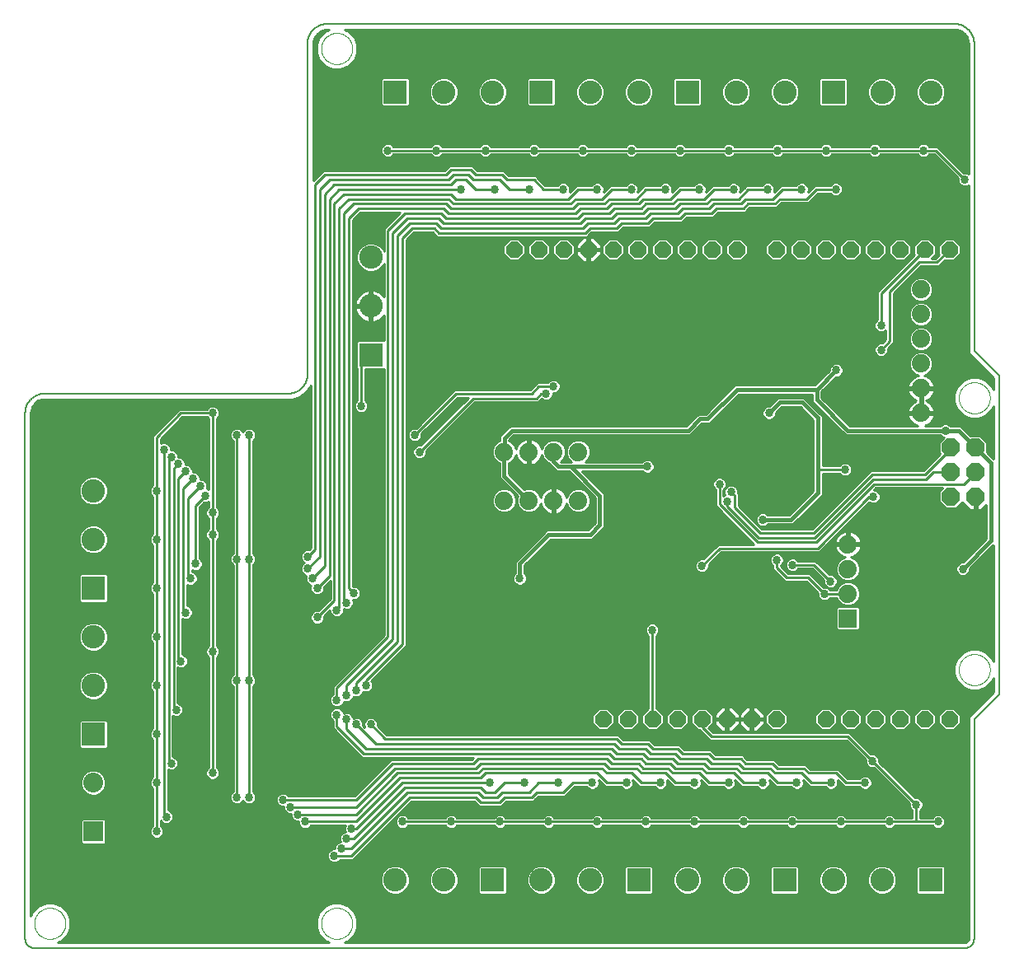
<source format=gbl>
G75*
%MOIN*%
%OFA0B0*%
%FSLAX25Y25*%
%IPPOS*%
%LPD*%
%AMOC8*
5,1,8,0,0,1.08239X$1,22.5*
%
%ADD10C,0.00591*%
%ADD11C,0.00000*%
%ADD12OC8,0.06600*%
%ADD13OC8,0.07400*%
%ADD14C,0.07400*%
%ADD15R,0.09500X0.09500*%
%ADD16C,0.09500*%
%ADD17R,0.07400X0.07400*%
%ADD18R,0.08000X0.08000*%
%ADD19C,0.08000*%
%ADD20C,0.01000*%
%ADD21C,0.03369*%
%ADD22C,0.01600*%
%ADD23C,0.00984*%
D10*
X0001500Y0005437D02*
X0001500Y0218035D01*
X0001502Y0218225D01*
X0001509Y0218415D01*
X0001521Y0218605D01*
X0001537Y0218795D01*
X0001557Y0218984D01*
X0001583Y0219173D01*
X0001612Y0219361D01*
X0001647Y0219548D01*
X0001686Y0219734D01*
X0001729Y0219919D01*
X0001777Y0220104D01*
X0001829Y0220287D01*
X0001885Y0220468D01*
X0001946Y0220648D01*
X0002012Y0220827D01*
X0002081Y0221004D01*
X0002155Y0221180D01*
X0002233Y0221353D01*
X0002316Y0221525D01*
X0002402Y0221694D01*
X0002492Y0221862D01*
X0002587Y0222027D01*
X0002685Y0222190D01*
X0002788Y0222350D01*
X0002894Y0222508D01*
X0003004Y0222663D01*
X0003117Y0222816D01*
X0003235Y0222966D01*
X0003356Y0223112D01*
X0003480Y0223256D01*
X0003608Y0223397D01*
X0003739Y0223535D01*
X0003874Y0223670D01*
X0004012Y0223801D01*
X0004153Y0223929D01*
X0004297Y0224053D01*
X0004443Y0224174D01*
X0004593Y0224292D01*
X0004746Y0224405D01*
X0004901Y0224515D01*
X0005059Y0224621D01*
X0005219Y0224724D01*
X0005382Y0224822D01*
X0005547Y0224917D01*
X0005715Y0225007D01*
X0005884Y0225093D01*
X0006056Y0225176D01*
X0006229Y0225254D01*
X0006405Y0225328D01*
X0006582Y0225397D01*
X0006761Y0225463D01*
X0006941Y0225524D01*
X0007122Y0225580D01*
X0007305Y0225632D01*
X0007490Y0225680D01*
X0007675Y0225723D01*
X0007861Y0225762D01*
X0008048Y0225797D01*
X0008236Y0225826D01*
X0008425Y0225852D01*
X0008614Y0225872D01*
X0008804Y0225888D01*
X0008994Y0225900D01*
X0009184Y0225907D01*
X0009374Y0225909D01*
X0107799Y0225909D01*
X0107989Y0225911D01*
X0108179Y0225918D01*
X0108369Y0225930D01*
X0108559Y0225946D01*
X0108748Y0225966D01*
X0108937Y0225992D01*
X0109125Y0226021D01*
X0109312Y0226056D01*
X0109498Y0226095D01*
X0109683Y0226138D01*
X0109868Y0226186D01*
X0110051Y0226238D01*
X0110232Y0226294D01*
X0110412Y0226355D01*
X0110591Y0226421D01*
X0110768Y0226490D01*
X0110944Y0226564D01*
X0111117Y0226642D01*
X0111289Y0226725D01*
X0111458Y0226811D01*
X0111626Y0226901D01*
X0111791Y0226996D01*
X0111954Y0227094D01*
X0112114Y0227197D01*
X0112272Y0227303D01*
X0112427Y0227413D01*
X0112580Y0227526D01*
X0112730Y0227644D01*
X0112876Y0227765D01*
X0113020Y0227889D01*
X0113161Y0228017D01*
X0113299Y0228148D01*
X0113434Y0228283D01*
X0113565Y0228421D01*
X0113693Y0228562D01*
X0113817Y0228706D01*
X0113938Y0228852D01*
X0114056Y0229002D01*
X0114169Y0229155D01*
X0114279Y0229310D01*
X0114385Y0229468D01*
X0114488Y0229628D01*
X0114586Y0229791D01*
X0114681Y0229956D01*
X0114771Y0230124D01*
X0114857Y0230293D01*
X0114940Y0230465D01*
X0115018Y0230638D01*
X0115092Y0230814D01*
X0115161Y0230991D01*
X0115227Y0231170D01*
X0115288Y0231350D01*
X0115344Y0231531D01*
X0115396Y0231714D01*
X0115444Y0231899D01*
X0115487Y0232084D01*
X0115526Y0232270D01*
X0115561Y0232457D01*
X0115590Y0232645D01*
X0115616Y0232834D01*
X0115636Y0233023D01*
X0115652Y0233213D01*
X0115664Y0233403D01*
X0115671Y0233593D01*
X0115673Y0233783D01*
X0115673Y0367642D01*
X0115675Y0367832D01*
X0115682Y0368022D01*
X0115694Y0368212D01*
X0115710Y0368402D01*
X0115730Y0368591D01*
X0115756Y0368780D01*
X0115785Y0368968D01*
X0115820Y0369155D01*
X0115859Y0369341D01*
X0115902Y0369526D01*
X0115950Y0369711D01*
X0116002Y0369894D01*
X0116058Y0370075D01*
X0116119Y0370255D01*
X0116185Y0370434D01*
X0116254Y0370611D01*
X0116328Y0370787D01*
X0116406Y0370960D01*
X0116489Y0371132D01*
X0116575Y0371301D01*
X0116665Y0371469D01*
X0116760Y0371634D01*
X0116858Y0371797D01*
X0116961Y0371957D01*
X0117067Y0372115D01*
X0117177Y0372270D01*
X0117290Y0372423D01*
X0117408Y0372573D01*
X0117529Y0372719D01*
X0117653Y0372863D01*
X0117781Y0373004D01*
X0117912Y0373142D01*
X0118047Y0373277D01*
X0118185Y0373408D01*
X0118326Y0373536D01*
X0118470Y0373660D01*
X0118616Y0373781D01*
X0118766Y0373899D01*
X0118919Y0374012D01*
X0119074Y0374122D01*
X0119232Y0374228D01*
X0119392Y0374331D01*
X0119555Y0374429D01*
X0119720Y0374524D01*
X0119888Y0374614D01*
X0120057Y0374700D01*
X0120229Y0374783D01*
X0120402Y0374861D01*
X0120578Y0374935D01*
X0120755Y0375004D01*
X0120934Y0375070D01*
X0121114Y0375131D01*
X0121295Y0375187D01*
X0121478Y0375239D01*
X0121663Y0375287D01*
X0121848Y0375330D01*
X0122034Y0375369D01*
X0122221Y0375404D01*
X0122409Y0375433D01*
X0122598Y0375459D01*
X0122787Y0375479D01*
X0122977Y0375495D01*
X0123167Y0375507D01*
X0123357Y0375514D01*
X0123547Y0375516D01*
X0377327Y0375516D01*
X0377517Y0375514D01*
X0377707Y0375507D01*
X0377897Y0375495D01*
X0378087Y0375479D01*
X0378276Y0375459D01*
X0378465Y0375433D01*
X0378653Y0375404D01*
X0378840Y0375369D01*
X0379026Y0375330D01*
X0379211Y0375287D01*
X0379396Y0375239D01*
X0379579Y0375187D01*
X0379760Y0375131D01*
X0379940Y0375070D01*
X0380119Y0375004D01*
X0380296Y0374935D01*
X0380472Y0374861D01*
X0380645Y0374783D01*
X0380817Y0374700D01*
X0380986Y0374614D01*
X0381154Y0374524D01*
X0381319Y0374429D01*
X0381482Y0374331D01*
X0381642Y0374228D01*
X0381800Y0374122D01*
X0381955Y0374012D01*
X0382108Y0373899D01*
X0382258Y0373781D01*
X0382404Y0373660D01*
X0382548Y0373536D01*
X0382689Y0373408D01*
X0382827Y0373277D01*
X0382962Y0373142D01*
X0383093Y0373004D01*
X0383221Y0372863D01*
X0383345Y0372719D01*
X0383466Y0372573D01*
X0383584Y0372423D01*
X0383697Y0372270D01*
X0383807Y0372115D01*
X0383913Y0371957D01*
X0384016Y0371797D01*
X0384114Y0371634D01*
X0384209Y0371469D01*
X0384299Y0371301D01*
X0384385Y0371132D01*
X0384468Y0370960D01*
X0384546Y0370787D01*
X0384620Y0370611D01*
X0384689Y0370434D01*
X0384755Y0370255D01*
X0384816Y0370075D01*
X0384872Y0369894D01*
X0384924Y0369711D01*
X0384972Y0369526D01*
X0385015Y0369341D01*
X0385054Y0369155D01*
X0385089Y0368968D01*
X0385118Y0368780D01*
X0385144Y0368591D01*
X0385164Y0368402D01*
X0385180Y0368212D01*
X0385192Y0368022D01*
X0385199Y0367832D01*
X0385201Y0367642D01*
X0385201Y0243177D01*
X0395201Y0233177D01*
X0395201Y0104177D01*
X0385201Y0094177D01*
X0385201Y0005437D01*
X0385199Y0005313D01*
X0385193Y0005190D01*
X0385184Y0005066D01*
X0385170Y0004944D01*
X0385153Y0004821D01*
X0385131Y0004699D01*
X0385106Y0004578D01*
X0385077Y0004458D01*
X0385045Y0004339D01*
X0385008Y0004220D01*
X0384968Y0004103D01*
X0384925Y0003988D01*
X0384877Y0003873D01*
X0384826Y0003761D01*
X0384772Y0003650D01*
X0384714Y0003540D01*
X0384653Y0003433D01*
X0384588Y0003327D01*
X0384520Y0003224D01*
X0384449Y0003123D01*
X0384375Y0003024D01*
X0384298Y0002927D01*
X0384217Y0002833D01*
X0384134Y0002742D01*
X0384048Y0002653D01*
X0383959Y0002567D01*
X0383868Y0002484D01*
X0383774Y0002403D01*
X0383677Y0002326D01*
X0383578Y0002252D01*
X0383477Y0002181D01*
X0383374Y0002113D01*
X0383268Y0002048D01*
X0383161Y0001987D01*
X0383051Y0001929D01*
X0382940Y0001875D01*
X0382828Y0001824D01*
X0382713Y0001776D01*
X0382598Y0001733D01*
X0382481Y0001693D01*
X0382362Y0001656D01*
X0382243Y0001624D01*
X0382123Y0001595D01*
X0382002Y0001570D01*
X0381880Y0001548D01*
X0381757Y0001531D01*
X0381635Y0001517D01*
X0381511Y0001508D01*
X0381388Y0001502D01*
X0381264Y0001500D01*
X0005437Y0001500D01*
X0005313Y0001502D01*
X0005190Y0001508D01*
X0005066Y0001517D01*
X0004944Y0001531D01*
X0004821Y0001548D01*
X0004699Y0001570D01*
X0004578Y0001595D01*
X0004458Y0001624D01*
X0004339Y0001656D01*
X0004220Y0001693D01*
X0004103Y0001733D01*
X0003988Y0001776D01*
X0003873Y0001824D01*
X0003761Y0001875D01*
X0003650Y0001929D01*
X0003540Y0001987D01*
X0003433Y0002048D01*
X0003327Y0002113D01*
X0003224Y0002181D01*
X0003123Y0002252D01*
X0003024Y0002326D01*
X0002927Y0002403D01*
X0002833Y0002484D01*
X0002742Y0002567D01*
X0002653Y0002653D01*
X0002567Y0002742D01*
X0002484Y0002833D01*
X0002403Y0002927D01*
X0002326Y0003024D01*
X0002252Y0003123D01*
X0002181Y0003224D01*
X0002113Y0003327D01*
X0002048Y0003433D01*
X0001987Y0003540D01*
X0001929Y0003650D01*
X0001875Y0003761D01*
X0001824Y0003873D01*
X0001776Y0003988D01*
X0001733Y0004103D01*
X0001693Y0004220D01*
X0001656Y0004339D01*
X0001624Y0004458D01*
X0001595Y0004578D01*
X0001570Y0004699D01*
X0001548Y0004821D01*
X0001531Y0004944D01*
X0001517Y0005066D01*
X0001508Y0005190D01*
X0001502Y0005313D01*
X0001500Y0005437D01*
D11*
X0005201Y0011500D02*
X0005203Y0011658D01*
X0005209Y0011816D01*
X0005219Y0011974D01*
X0005233Y0012132D01*
X0005251Y0012289D01*
X0005272Y0012446D01*
X0005298Y0012602D01*
X0005328Y0012758D01*
X0005361Y0012913D01*
X0005399Y0013066D01*
X0005440Y0013219D01*
X0005485Y0013371D01*
X0005534Y0013522D01*
X0005587Y0013671D01*
X0005643Y0013819D01*
X0005703Y0013965D01*
X0005767Y0014110D01*
X0005835Y0014253D01*
X0005906Y0014395D01*
X0005980Y0014535D01*
X0006058Y0014672D01*
X0006140Y0014808D01*
X0006224Y0014942D01*
X0006313Y0015073D01*
X0006404Y0015202D01*
X0006499Y0015329D01*
X0006596Y0015454D01*
X0006697Y0015576D01*
X0006801Y0015695D01*
X0006908Y0015812D01*
X0007018Y0015926D01*
X0007131Y0016037D01*
X0007246Y0016146D01*
X0007364Y0016251D01*
X0007485Y0016353D01*
X0007608Y0016453D01*
X0007734Y0016549D01*
X0007862Y0016642D01*
X0007992Y0016732D01*
X0008125Y0016818D01*
X0008260Y0016902D01*
X0008396Y0016981D01*
X0008535Y0017058D01*
X0008676Y0017130D01*
X0008818Y0017200D01*
X0008962Y0017265D01*
X0009108Y0017327D01*
X0009255Y0017385D01*
X0009404Y0017440D01*
X0009554Y0017491D01*
X0009705Y0017538D01*
X0009857Y0017581D01*
X0010010Y0017620D01*
X0010165Y0017656D01*
X0010320Y0017687D01*
X0010476Y0017715D01*
X0010632Y0017739D01*
X0010789Y0017759D01*
X0010947Y0017775D01*
X0011104Y0017787D01*
X0011263Y0017795D01*
X0011421Y0017799D01*
X0011579Y0017799D01*
X0011737Y0017795D01*
X0011896Y0017787D01*
X0012053Y0017775D01*
X0012211Y0017759D01*
X0012368Y0017739D01*
X0012524Y0017715D01*
X0012680Y0017687D01*
X0012835Y0017656D01*
X0012990Y0017620D01*
X0013143Y0017581D01*
X0013295Y0017538D01*
X0013446Y0017491D01*
X0013596Y0017440D01*
X0013745Y0017385D01*
X0013892Y0017327D01*
X0014038Y0017265D01*
X0014182Y0017200D01*
X0014324Y0017130D01*
X0014465Y0017058D01*
X0014604Y0016981D01*
X0014740Y0016902D01*
X0014875Y0016818D01*
X0015008Y0016732D01*
X0015138Y0016642D01*
X0015266Y0016549D01*
X0015392Y0016453D01*
X0015515Y0016353D01*
X0015636Y0016251D01*
X0015754Y0016146D01*
X0015869Y0016037D01*
X0015982Y0015926D01*
X0016092Y0015812D01*
X0016199Y0015695D01*
X0016303Y0015576D01*
X0016404Y0015454D01*
X0016501Y0015329D01*
X0016596Y0015202D01*
X0016687Y0015073D01*
X0016776Y0014942D01*
X0016860Y0014808D01*
X0016942Y0014672D01*
X0017020Y0014535D01*
X0017094Y0014395D01*
X0017165Y0014253D01*
X0017233Y0014110D01*
X0017297Y0013965D01*
X0017357Y0013819D01*
X0017413Y0013671D01*
X0017466Y0013522D01*
X0017515Y0013371D01*
X0017560Y0013219D01*
X0017601Y0013066D01*
X0017639Y0012913D01*
X0017672Y0012758D01*
X0017702Y0012602D01*
X0017728Y0012446D01*
X0017749Y0012289D01*
X0017767Y0012132D01*
X0017781Y0011974D01*
X0017791Y0011816D01*
X0017797Y0011658D01*
X0017799Y0011500D01*
X0017797Y0011342D01*
X0017791Y0011184D01*
X0017781Y0011026D01*
X0017767Y0010868D01*
X0017749Y0010711D01*
X0017728Y0010554D01*
X0017702Y0010398D01*
X0017672Y0010242D01*
X0017639Y0010087D01*
X0017601Y0009934D01*
X0017560Y0009781D01*
X0017515Y0009629D01*
X0017466Y0009478D01*
X0017413Y0009329D01*
X0017357Y0009181D01*
X0017297Y0009035D01*
X0017233Y0008890D01*
X0017165Y0008747D01*
X0017094Y0008605D01*
X0017020Y0008465D01*
X0016942Y0008328D01*
X0016860Y0008192D01*
X0016776Y0008058D01*
X0016687Y0007927D01*
X0016596Y0007798D01*
X0016501Y0007671D01*
X0016404Y0007546D01*
X0016303Y0007424D01*
X0016199Y0007305D01*
X0016092Y0007188D01*
X0015982Y0007074D01*
X0015869Y0006963D01*
X0015754Y0006854D01*
X0015636Y0006749D01*
X0015515Y0006647D01*
X0015392Y0006547D01*
X0015266Y0006451D01*
X0015138Y0006358D01*
X0015008Y0006268D01*
X0014875Y0006182D01*
X0014740Y0006098D01*
X0014604Y0006019D01*
X0014465Y0005942D01*
X0014324Y0005870D01*
X0014182Y0005800D01*
X0014038Y0005735D01*
X0013892Y0005673D01*
X0013745Y0005615D01*
X0013596Y0005560D01*
X0013446Y0005509D01*
X0013295Y0005462D01*
X0013143Y0005419D01*
X0012990Y0005380D01*
X0012835Y0005344D01*
X0012680Y0005313D01*
X0012524Y0005285D01*
X0012368Y0005261D01*
X0012211Y0005241D01*
X0012053Y0005225D01*
X0011896Y0005213D01*
X0011737Y0005205D01*
X0011579Y0005201D01*
X0011421Y0005201D01*
X0011263Y0005205D01*
X0011104Y0005213D01*
X0010947Y0005225D01*
X0010789Y0005241D01*
X0010632Y0005261D01*
X0010476Y0005285D01*
X0010320Y0005313D01*
X0010165Y0005344D01*
X0010010Y0005380D01*
X0009857Y0005419D01*
X0009705Y0005462D01*
X0009554Y0005509D01*
X0009404Y0005560D01*
X0009255Y0005615D01*
X0009108Y0005673D01*
X0008962Y0005735D01*
X0008818Y0005800D01*
X0008676Y0005870D01*
X0008535Y0005942D01*
X0008396Y0006019D01*
X0008260Y0006098D01*
X0008125Y0006182D01*
X0007992Y0006268D01*
X0007862Y0006358D01*
X0007734Y0006451D01*
X0007608Y0006547D01*
X0007485Y0006647D01*
X0007364Y0006749D01*
X0007246Y0006854D01*
X0007131Y0006963D01*
X0007018Y0007074D01*
X0006908Y0007188D01*
X0006801Y0007305D01*
X0006697Y0007424D01*
X0006596Y0007546D01*
X0006499Y0007671D01*
X0006404Y0007798D01*
X0006313Y0007927D01*
X0006224Y0008058D01*
X0006140Y0008192D01*
X0006058Y0008328D01*
X0005980Y0008465D01*
X0005906Y0008605D01*
X0005835Y0008747D01*
X0005767Y0008890D01*
X0005703Y0009035D01*
X0005643Y0009181D01*
X0005587Y0009329D01*
X0005534Y0009478D01*
X0005485Y0009629D01*
X0005440Y0009781D01*
X0005399Y0009934D01*
X0005361Y0010087D01*
X0005328Y0010242D01*
X0005298Y0010398D01*
X0005272Y0010554D01*
X0005251Y0010711D01*
X0005233Y0010868D01*
X0005219Y0011026D01*
X0005209Y0011184D01*
X0005203Y0011342D01*
X0005201Y0011500D01*
X0121185Y0011500D02*
X0121187Y0011658D01*
X0121193Y0011816D01*
X0121203Y0011974D01*
X0121217Y0012132D01*
X0121235Y0012289D01*
X0121256Y0012446D01*
X0121282Y0012602D01*
X0121312Y0012758D01*
X0121345Y0012913D01*
X0121383Y0013066D01*
X0121424Y0013219D01*
X0121469Y0013371D01*
X0121518Y0013522D01*
X0121571Y0013671D01*
X0121627Y0013819D01*
X0121687Y0013965D01*
X0121751Y0014110D01*
X0121819Y0014253D01*
X0121890Y0014395D01*
X0121964Y0014535D01*
X0122042Y0014672D01*
X0122124Y0014808D01*
X0122208Y0014942D01*
X0122297Y0015073D01*
X0122388Y0015202D01*
X0122483Y0015329D01*
X0122580Y0015454D01*
X0122681Y0015576D01*
X0122785Y0015695D01*
X0122892Y0015812D01*
X0123002Y0015926D01*
X0123115Y0016037D01*
X0123230Y0016146D01*
X0123348Y0016251D01*
X0123469Y0016353D01*
X0123592Y0016453D01*
X0123718Y0016549D01*
X0123846Y0016642D01*
X0123976Y0016732D01*
X0124109Y0016818D01*
X0124244Y0016902D01*
X0124380Y0016981D01*
X0124519Y0017058D01*
X0124660Y0017130D01*
X0124802Y0017200D01*
X0124946Y0017265D01*
X0125092Y0017327D01*
X0125239Y0017385D01*
X0125388Y0017440D01*
X0125538Y0017491D01*
X0125689Y0017538D01*
X0125841Y0017581D01*
X0125994Y0017620D01*
X0126149Y0017656D01*
X0126304Y0017687D01*
X0126460Y0017715D01*
X0126616Y0017739D01*
X0126773Y0017759D01*
X0126931Y0017775D01*
X0127088Y0017787D01*
X0127247Y0017795D01*
X0127405Y0017799D01*
X0127563Y0017799D01*
X0127721Y0017795D01*
X0127880Y0017787D01*
X0128037Y0017775D01*
X0128195Y0017759D01*
X0128352Y0017739D01*
X0128508Y0017715D01*
X0128664Y0017687D01*
X0128819Y0017656D01*
X0128974Y0017620D01*
X0129127Y0017581D01*
X0129279Y0017538D01*
X0129430Y0017491D01*
X0129580Y0017440D01*
X0129729Y0017385D01*
X0129876Y0017327D01*
X0130022Y0017265D01*
X0130166Y0017200D01*
X0130308Y0017130D01*
X0130449Y0017058D01*
X0130588Y0016981D01*
X0130724Y0016902D01*
X0130859Y0016818D01*
X0130992Y0016732D01*
X0131122Y0016642D01*
X0131250Y0016549D01*
X0131376Y0016453D01*
X0131499Y0016353D01*
X0131620Y0016251D01*
X0131738Y0016146D01*
X0131853Y0016037D01*
X0131966Y0015926D01*
X0132076Y0015812D01*
X0132183Y0015695D01*
X0132287Y0015576D01*
X0132388Y0015454D01*
X0132485Y0015329D01*
X0132580Y0015202D01*
X0132671Y0015073D01*
X0132760Y0014942D01*
X0132844Y0014808D01*
X0132926Y0014672D01*
X0133004Y0014535D01*
X0133078Y0014395D01*
X0133149Y0014253D01*
X0133217Y0014110D01*
X0133281Y0013965D01*
X0133341Y0013819D01*
X0133397Y0013671D01*
X0133450Y0013522D01*
X0133499Y0013371D01*
X0133544Y0013219D01*
X0133585Y0013066D01*
X0133623Y0012913D01*
X0133656Y0012758D01*
X0133686Y0012602D01*
X0133712Y0012446D01*
X0133733Y0012289D01*
X0133751Y0012132D01*
X0133765Y0011974D01*
X0133775Y0011816D01*
X0133781Y0011658D01*
X0133783Y0011500D01*
X0133781Y0011342D01*
X0133775Y0011184D01*
X0133765Y0011026D01*
X0133751Y0010868D01*
X0133733Y0010711D01*
X0133712Y0010554D01*
X0133686Y0010398D01*
X0133656Y0010242D01*
X0133623Y0010087D01*
X0133585Y0009934D01*
X0133544Y0009781D01*
X0133499Y0009629D01*
X0133450Y0009478D01*
X0133397Y0009329D01*
X0133341Y0009181D01*
X0133281Y0009035D01*
X0133217Y0008890D01*
X0133149Y0008747D01*
X0133078Y0008605D01*
X0133004Y0008465D01*
X0132926Y0008328D01*
X0132844Y0008192D01*
X0132760Y0008058D01*
X0132671Y0007927D01*
X0132580Y0007798D01*
X0132485Y0007671D01*
X0132388Y0007546D01*
X0132287Y0007424D01*
X0132183Y0007305D01*
X0132076Y0007188D01*
X0131966Y0007074D01*
X0131853Y0006963D01*
X0131738Y0006854D01*
X0131620Y0006749D01*
X0131499Y0006647D01*
X0131376Y0006547D01*
X0131250Y0006451D01*
X0131122Y0006358D01*
X0130992Y0006268D01*
X0130859Y0006182D01*
X0130724Y0006098D01*
X0130588Y0006019D01*
X0130449Y0005942D01*
X0130308Y0005870D01*
X0130166Y0005800D01*
X0130022Y0005735D01*
X0129876Y0005673D01*
X0129729Y0005615D01*
X0129580Y0005560D01*
X0129430Y0005509D01*
X0129279Y0005462D01*
X0129127Y0005419D01*
X0128974Y0005380D01*
X0128819Y0005344D01*
X0128664Y0005313D01*
X0128508Y0005285D01*
X0128352Y0005261D01*
X0128195Y0005241D01*
X0128037Y0005225D01*
X0127880Y0005213D01*
X0127721Y0005205D01*
X0127563Y0005201D01*
X0127405Y0005201D01*
X0127247Y0005205D01*
X0127088Y0005213D01*
X0126931Y0005225D01*
X0126773Y0005241D01*
X0126616Y0005261D01*
X0126460Y0005285D01*
X0126304Y0005313D01*
X0126149Y0005344D01*
X0125994Y0005380D01*
X0125841Y0005419D01*
X0125689Y0005462D01*
X0125538Y0005509D01*
X0125388Y0005560D01*
X0125239Y0005615D01*
X0125092Y0005673D01*
X0124946Y0005735D01*
X0124802Y0005800D01*
X0124660Y0005870D01*
X0124519Y0005942D01*
X0124380Y0006019D01*
X0124244Y0006098D01*
X0124109Y0006182D01*
X0123976Y0006268D01*
X0123846Y0006358D01*
X0123718Y0006451D01*
X0123592Y0006547D01*
X0123469Y0006647D01*
X0123348Y0006749D01*
X0123230Y0006854D01*
X0123115Y0006963D01*
X0123002Y0007074D01*
X0122892Y0007188D01*
X0122785Y0007305D01*
X0122681Y0007424D01*
X0122580Y0007546D01*
X0122483Y0007671D01*
X0122388Y0007798D01*
X0122297Y0007927D01*
X0122208Y0008058D01*
X0122124Y0008192D01*
X0122042Y0008328D01*
X0121964Y0008465D01*
X0121890Y0008605D01*
X0121819Y0008747D01*
X0121751Y0008890D01*
X0121687Y0009035D01*
X0121627Y0009181D01*
X0121571Y0009329D01*
X0121518Y0009478D01*
X0121469Y0009629D01*
X0121424Y0009781D01*
X0121383Y0009934D01*
X0121345Y0010087D01*
X0121312Y0010242D01*
X0121282Y0010398D01*
X0121256Y0010554D01*
X0121235Y0010711D01*
X0121217Y0010868D01*
X0121203Y0011026D01*
X0121193Y0011184D01*
X0121187Y0011342D01*
X0121185Y0011500D01*
X0378981Y0114177D02*
X0378983Y0114335D01*
X0378989Y0114493D01*
X0378999Y0114651D01*
X0379013Y0114809D01*
X0379031Y0114966D01*
X0379052Y0115123D01*
X0379078Y0115279D01*
X0379108Y0115435D01*
X0379141Y0115590D01*
X0379179Y0115743D01*
X0379220Y0115896D01*
X0379265Y0116048D01*
X0379314Y0116199D01*
X0379367Y0116348D01*
X0379423Y0116496D01*
X0379483Y0116642D01*
X0379547Y0116787D01*
X0379615Y0116930D01*
X0379686Y0117072D01*
X0379760Y0117212D01*
X0379838Y0117349D01*
X0379920Y0117485D01*
X0380004Y0117619D01*
X0380093Y0117750D01*
X0380184Y0117879D01*
X0380279Y0118006D01*
X0380376Y0118131D01*
X0380477Y0118253D01*
X0380581Y0118372D01*
X0380688Y0118489D01*
X0380798Y0118603D01*
X0380911Y0118714D01*
X0381026Y0118823D01*
X0381144Y0118928D01*
X0381265Y0119030D01*
X0381388Y0119130D01*
X0381514Y0119226D01*
X0381642Y0119319D01*
X0381772Y0119409D01*
X0381905Y0119495D01*
X0382040Y0119579D01*
X0382176Y0119658D01*
X0382315Y0119735D01*
X0382456Y0119807D01*
X0382598Y0119877D01*
X0382742Y0119942D01*
X0382888Y0120004D01*
X0383035Y0120062D01*
X0383184Y0120117D01*
X0383334Y0120168D01*
X0383485Y0120215D01*
X0383637Y0120258D01*
X0383790Y0120297D01*
X0383945Y0120333D01*
X0384100Y0120364D01*
X0384256Y0120392D01*
X0384412Y0120416D01*
X0384569Y0120436D01*
X0384727Y0120452D01*
X0384884Y0120464D01*
X0385043Y0120472D01*
X0385201Y0120476D01*
X0385359Y0120476D01*
X0385517Y0120472D01*
X0385676Y0120464D01*
X0385833Y0120452D01*
X0385991Y0120436D01*
X0386148Y0120416D01*
X0386304Y0120392D01*
X0386460Y0120364D01*
X0386615Y0120333D01*
X0386770Y0120297D01*
X0386923Y0120258D01*
X0387075Y0120215D01*
X0387226Y0120168D01*
X0387376Y0120117D01*
X0387525Y0120062D01*
X0387672Y0120004D01*
X0387818Y0119942D01*
X0387962Y0119877D01*
X0388104Y0119807D01*
X0388245Y0119735D01*
X0388384Y0119658D01*
X0388520Y0119579D01*
X0388655Y0119495D01*
X0388788Y0119409D01*
X0388918Y0119319D01*
X0389046Y0119226D01*
X0389172Y0119130D01*
X0389295Y0119030D01*
X0389416Y0118928D01*
X0389534Y0118823D01*
X0389649Y0118714D01*
X0389762Y0118603D01*
X0389872Y0118489D01*
X0389979Y0118372D01*
X0390083Y0118253D01*
X0390184Y0118131D01*
X0390281Y0118006D01*
X0390376Y0117879D01*
X0390467Y0117750D01*
X0390556Y0117619D01*
X0390640Y0117485D01*
X0390722Y0117349D01*
X0390800Y0117212D01*
X0390874Y0117072D01*
X0390945Y0116930D01*
X0391013Y0116787D01*
X0391077Y0116642D01*
X0391137Y0116496D01*
X0391193Y0116348D01*
X0391246Y0116199D01*
X0391295Y0116048D01*
X0391340Y0115896D01*
X0391381Y0115743D01*
X0391419Y0115590D01*
X0391452Y0115435D01*
X0391482Y0115279D01*
X0391508Y0115123D01*
X0391529Y0114966D01*
X0391547Y0114809D01*
X0391561Y0114651D01*
X0391571Y0114493D01*
X0391577Y0114335D01*
X0391579Y0114177D01*
X0391577Y0114019D01*
X0391571Y0113861D01*
X0391561Y0113703D01*
X0391547Y0113545D01*
X0391529Y0113388D01*
X0391508Y0113231D01*
X0391482Y0113075D01*
X0391452Y0112919D01*
X0391419Y0112764D01*
X0391381Y0112611D01*
X0391340Y0112458D01*
X0391295Y0112306D01*
X0391246Y0112155D01*
X0391193Y0112006D01*
X0391137Y0111858D01*
X0391077Y0111712D01*
X0391013Y0111567D01*
X0390945Y0111424D01*
X0390874Y0111282D01*
X0390800Y0111142D01*
X0390722Y0111005D01*
X0390640Y0110869D01*
X0390556Y0110735D01*
X0390467Y0110604D01*
X0390376Y0110475D01*
X0390281Y0110348D01*
X0390184Y0110223D01*
X0390083Y0110101D01*
X0389979Y0109982D01*
X0389872Y0109865D01*
X0389762Y0109751D01*
X0389649Y0109640D01*
X0389534Y0109531D01*
X0389416Y0109426D01*
X0389295Y0109324D01*
X0389172Y0109224D01*
X0389046Y0109128D01*
X0388918Y0109035D01*
X0388788Y0108945D01*
X0388655Y0108859D01*
X0388520Y0108775D01*
X0388384Y0108696D01*
X0388245Y0108619D01*
X0388104Y0108547D01*
X0387962Y0108477D01*
X0387818Y0108412D01*
X0387672Y0108350D01*
X0387525Y0108292D01*
X0387376Y0108237D01*
X0387226Y0108186D01*
X0387075Y0108139D01*
X0386923Y0108096D01*
X0386770Y0108057D01*
X0386615Y0108021D01*
X0386460Y0107990D01*
X0386304Y0107962D01*
X0386148Y0107938D01*
X0385991Y0107918D01*
X0385833Y0107902D01*
X0385676Y0107890D01*
X0385517Y0107882D01*
X0385359Y0107878D01*
X0385201Y0107878D01*
X0385043Y0107882D01*
X0384884Y0107890D01*
X0384727Y0107902D01*
X0384569Y0107918D01*
X0384412Y0107938D01*
X0384256Y0107962D01*
X0384100Y0107990D01*
X0383945Y0108021D01*
X0383790Y0108057D01*
X0383637Y0108096D01*
X0383485Y0108139D01*
X0383334Y0108186D01*
X0383184Y0108237D01*
X0383035Y0108292D01*
X0382888Y0108350D01*
X0382742Y0108412D01*
X0382598Y0108477D01*
X0382456Y0108547D01*
X0382315Y0108619D01*
X0382176Y0108696D01*
X0382040Y0108775D01*
X0381905Y0108859D01*
X0381772Y0108945D01*
X0381642Y0109035D01*
X0381514Y0109128D01*
X0381388Y0109224D01*
X0381265Y0109324D01*
X0381144Y0109426D01*
X0381026Y0109531D01*
X0380911Y0109640D01*
X0380798Y0109751D01*
X0380688Y0109865D01*
X0380581Y0109982D01*
X0380477Y0110101D01*
X0380376Y0110223D01*
X0380279Y0110348D01*
X0380184Y0110475D01*
X0380093Y0110604D01*
X0380004Y0110735D01*
X0379920Y0110869D01*
X0379838Y0111005D01*
X0379760Y0111142D01*
X0379686Y0111282D01*
X0379615Y0111424D01*
X0379547Y0111567D01*
X0379483Y0111712D01*
X0379423Y0111858D01*
X0379367Y0112006D01*
X0379314Y0112155D01*
X0379265Y0112306D01*
X0379220Y0112458D01*
X0379179Y0112611D01*
X0379141Y0112764D01*
X0379108Y0112919D01*
X0379078Y0113075D01*
X0379052Y0113231D01*
X0379031Y0113388D01*
X0379013Y0113545D01*
X0378999Y0113703D01*
X0378989Y0113861D01*
X0378983Y0114019D01*
X0378981Y0114177D01*
X0378981Y0224177D02*
X0378983Y0224335D01*
X0378989Y0224493D01*
X0378999Y0224651D01*
X0379013Y0224809D01*
X0379031Y0224966D01*
X0379052Y0225123D01*
X0379078Y0225279D01*
X0379108Y0225435D01*
X0379141Y0225590D01*
X0379179Y0225743D01*
X0379220Y0225896D01*
X0379265Y0226048D01*
X0379314Y0226199D01*
X0379367Y0226348D01*
X0379423Y0226496D01*
X0379483Y0226642D01*
X0379547Y0226787D01*
X0379615Y0226930D01*
X0379686Y0227072D01*
X0379760Y0227212D01*
X0379838Y0227349D01*
X0379920Y0227485D01*
X0380004Y0227619D01*
X0380093Y0227750D01*
X0380184Y0227879D01*
X0380279Y0228006D01*
X0380376Y0228131D01*
X0380477Y0228253D01*
X0380581Y0228372D01*
X0380688Y0228489D01*
X0380798Y0228603D01*
X0380911Y0228714D01*
X0381026Y0228823D01*
X0381144Y0228928D01*
X0381265Y0229030D01*
X0381388Y0229130D01*
X0381514Y0229226D01*
X0381642Y0229319D01*
X0381772Y0229409D01*
X0381905Y0229495D01*
X0382040Y0229579D01*
X0382176Y0229658D01*
X0382315Y0229735D01*
X0382456Y0229807D01*
X0382598Y0229877D01*
X0382742Y0229942D01*
X0382888Y0230004D01*
X0383035Y0230062D01*
X0383184Y0230117D01*
X0383334Y0230168D01*
X0383485Y0230215D01*
X0383637Y0230258D01*
X0383790Y0230297D01*
X0383945Y0230333D01*
X0384100Y0230364D01*
X0384256Y0230392D01*
X0384412Y0230416D01*
X0384569Y0230436D01*
X0384727Y0230452D01*
X0384884Y0230464D01*
X0385043Y0230472D01*
X0385201Y0230476D01*
X0385359Y0230476D01*
X0385517Y0230472D01*
X0385676Y0230464D01*
X0385833Y0230452D01*
X0385991Y0230436D01*
X0386148Y0230416D01*
X0386304Y0230392D01*
X0386460Y0230364D01*
X0386615Y0230333D01*
X0386770Y0230297D01*
X0386923Y0230258D01*
X0387075Y0230215D01*
X0387226Y0230168D01*
X0387376Y0230117D01*
X0387525Y0230062D01*
X0387672Y0230004D01*
X0387818Y0229942D01*
X0387962Y0229877D01*
X0388104Y0229807D01*
X0388245Y0229735D01*
X0388384Y0229658D01*
X0388520Y0229579D01*
X0388655Y0229495D01*
X0388788Y0229409D01*
X0388918Y0229319D01*
X0389046Y0229226D01*
X0389172Y0229130D01*
X0389295Y0229030D01*
X0389416Y0228928D01*
X0389534Y0228823D01*
X0389649Y0228714D01*
X0389762Y0228603D01*
X0389872Y0228489D01*
X0389979Y0228372D01*
X0390083Y0228253D01*
X0390184Y0228131D01*
X0390281Y0228006D01*
X0390376Y0227879D01*
X0390467Y0227750D01*
X0390556Y0227619D01*
X0390640Y0227485D01*
X0390722Y0227349D01*
X0390800Y0227212D01*
X0390874Y0227072D01*
X0390945Y0226930D01*
X0391013Y0226787D01*
X0391077Y0226642D01*
X0391137Y0226496D01*
X0391193Y0226348D01*
X0391246Y0226199D01*
X0391295Y0226048D01*
X0391340Y0225896D01*
X0391381Y0225743D01*
X0391419Y0225590D01*
X0391452Y0225435D01*
X0391482Y0225279D01*
X0391508Y0225123D01*
X0391529Y0224966D01*
X0391547Y0224809D01*
X0391561Y0224651D01*
X0391571Y0224493D01*
X0391577Y0224335D01*
X0391579Y0224177D01*
X0391577Y0224019D01*
X0391571Y0223861D01*
X0391561Y0223703D01*
X0391547Y0223545D01*
X0391529Y0223388D01*
X0391508Y0223231D01*
X0391482Y0223075D01*
X0391452Y0222919D01*
X0391419Y0222764D01*
X0391381Y0222611D01*
X0391340Y0222458D01*
X0391295Y0222306D01*
X0391246Y0222155D01*
X0391193Y0222006D01*
X0391137Y0221858D01*
X0391077Y0221712D01*
X0391013Y0221567D01*
X0390945Y0221424D01*
X0390874Y0221282D01*
X0390800Y0221142D01*
X0390722Y0221005D01*
X0390640Y0220869D01*
X0390556Y0220735D01*
X0390467Y0220604D01*
X0390376Y0220475D01*
X0390281Y0220348D01*
X0390184Y0220223D01*
X0390083Y0220101D01*
X0389979Y0219982D01*
X0389872Y0219865D01*
X0389762Y0219751D01*
X0389649Y0219640D01*
X0389534Y0219531D01*
X0389416Y0219426D01*
X0389295Y0219324D01*
X0389172Y0219224D01*
X0389046Y0219128D01*
X0388918Y0219035D01*
X0388788Y0218945D01*
X0388655Y0218859D01*
X0388520Y0218775D01*
X0388384Y0218696D01*
X0388245Y0218619D01*
X0388104Y0218547D01*
X0387962Y0218477D01*
X0387818Y0218412D01*
X0387672Y0218350D01*
X0387525Y0218292D01*
X0387376Y0218237D01*
X0387226Y0218186D01*
X0387075Y0218139D01*
X0386923Y0218096D01*
X0386770Y0218057D01*
X0386615Y0218021D01*
X0386460Y0217990D01*
X0386304Y0217962D01*
X0386148Y0217938D01*
X0385991Y0217918D01*
X0385833Y0217902D01*
X0385676Y0217890D01*
X0385517Y0217882D01*
X0385359Y0217878D01*
X0385201Y0217878D01*
X0385043Y0217882D01*
X0384884Y0217890D01*
X0384727Y0217902D01*
X0384569Y0217918D01*
X0384412Y0217938D01*
X0384256Y0217962D01*
X0384100Y0217990D01*
X0383945Y0218021D01*
X0383790Y0218057D01*
X0383637Y0218096D01*
X0383485Y0218139D01*
X0383334Y0218186D01*
X0383184Y0218237D01*
X0383035Y0218292D01*
X0382888Y0218350D01*
X0382742Y0218412D01*
X0382598Y0218477D01*
X0382456Y0218547D01*
X0382315Y0218619D01*
X0382176Y0218696D01*
X0382040Y0218775D01*
X0381905Y0218859D01*
X0381772Y0218945D01*
X0381642Y0219035D01*
X0381514Y0219128D01*
X0381388Y0219224D01*
X0381265Y0219324D01*
X0381144Y0219426D01*
X0381026Y0219531D01*
X0380911Y0219640D01*
X0380798Y0219751D01*
X0380688Y0219865D01*
X0380581Y0219982D01*
X0380477Y0220101D01*
X0380376Y0220223D01*
X0380279Y0220348D01*
X0380184Y0220475D01*
X0380093Y0220604D01*
X0380004Y0220735D01*
X0379920Y0220869D01*
X0379838Y0221005D01*
X0379760Y0221142D01*
X0379686Y0221282D01*
X0379615Y0221424D01*
X0379547Y0221567D01*
X0379483Y0221712D01*
X0379423Y0221858D01*
X0379367Y0222006D01*
X0379314Y0222155D01*
X0379265Y0222306D01*
X0379220Y0222458D01*
X0379179Y0222611D01*
X0379141Y0222764D01*
X0379108Y0222919D01*
X0379078Y0223075D01*
X0379052Y0223231D01*
X0379031Y0223388D01*
X0379013Y0223545D01*
X0378999Y0223703D01*
X0378989Y0223861D01*
X0378983Y0224019D01*
X0378981Y0224177D01*
X0121185Y0365516D02*
X0121187Y0365674D01*
X0121193Y0365832D01*
X0121203Y0365990D01*
X0121217Y0366148D01*
X0121235Y0366305D01*
X0121256Y0366462D01*
X0121282Y0366618D01*
X0121312Y0366774D01*
X0121345Y0366929D01*
X0121383Y0367082D01*
X0121424Y0367235D01*
X0121469Y0367387D01*
X0121518Y0367538D01*
X0121571Y0367687D01*
X0121627Y0367835D01*
X0121687Y0367981D01*
X0121751Y0368126D01*
X0121819Y0368269D01*
X0121890Y0368411D01*
X0121964Y0368551D01*
X0122042Y0368688D01*
X0122124Y0368824D01*
X0122208Y0368958D01*
X0122297Y0369089D01*
X0122388Y0369218D01*
X0122483Y0369345D01*
X0122580Y0369470D01*
X0122681Y0369592D01*
X0122785Y0369711D01*
X0122892Y0369828D01*
X0123002Y0369942D01*
X0123115Y0370053D01*
X0123230Y0370162D01*
X0123348Y0370267D01*
X0123469Y0370369D01*
X0123592Y0370469D01*
X0123718Y0370565D01*
X0123846Y0370658D01*
X0123976Y0370748D01*
X0124109Y0370834D01*
X0124244Y0370918D01*
X0124380Y0370997D01*
X0124519Y0371074D01*
X0124660Y0371146D01*
X0124802Y0371216D01*
X0124946Y0371281D01*
X0125092Y0371343D01*
X0125239Y0371401D01*
X0125388Y0371456D01*
X0125538Y0371507D01*
X0125689Y0371554D01*
X0125841Y0371597D01*
X0125994Y0371636D01*
X0126149Y0371672D01*
X0126304Y0371703D01*
X0126460Y0371731D01*
X0126616Y0371755D01*
X0126773Y0371775D01*
X0126931Y0371791D01*
X0127088Y0371803D01*
X0127247Y0371811D01*
X0127405Y0371815D01*
X0127563Y0371815D01*
X0127721Y0371811D01*
X0127880Y0371803D01*
X0128037Y0371791D01*
X0128195Y0371775D01*
X0128352Y0371755D01*
X0128508Y0371731D01*
X0128664Y0371703D01*
X0128819Y0371672D01*
X0128974Y0371636D01*
X0129127Y0371597D01*
X0129279Y0371554D01*
X0129430Y0371507D01*
X0129580Y0371456D01*
X0129729Y0371401D01*
X0129876Y0371343D01*
X0130022Y0371281D01*
X0130166Y0371216D01*
X0130308Y0371146D01*
X0130449Y0371074D01*
X0130588Y0370997D01*
X0130724Y0370918D01*
X0130859Y0370834D01*
X0130992Y0370748D01*
X0131122Y0370658D01*
X0131250Y0370565D01*
X0131376Y0370469D01*
X0131499Y0370369D01*
X0131620Y0370267D01*
X0131738Y0370162D01*
X0131853Y0370053D01*
X0131966Y0369942D01*
X0132076Y0369828D01*
X0132183Y0369711D01*
X0132287Y0369592D01*
X0132388Y0369470D01*
X0132485Y0369345D01*
X0132580Y0369218D01*
X0132671Y0369089D01*
X0132760Y0368958D01*
X0132844Y0368824D01*
X0132926Y0368688D01*
X0133004Y0368551D01*
X0133078Y0368411D01*
X0133149Y0368269D01*
X0133217Y0368126D01*
X0133281Y0367981D01*
X0133341Y0367835D01*
X0133397Y0367687D01*
X0133450Y0367538D01*
X0133499Y0367387D01*
X0133544Y0367235D01*
X0133585Y0367082D01*
X0133623Y0366929D01*
X0133656Y0366774D01*
X0133686Y0366618D01*
X0133712Y0366462D01*
X0133733Y0366305D01*
X0133751Y0366148D01*
X0133765Y0365990D01*
X0133775Y0365832D01*
X0133781Y0365674D01*
X0133783Y0365516D01*
X0133781Y0365358D01*
X0133775Y0365200D01*
X0133765Y0365042D01*
X0133751Y0364884D01*
X0133733Y0364727D01*
X0133712Y0364570D01*
X0133686Y0364414D01*
X0133656Y0364258D01*
X0133623Y0364103D01*
X0133585Y0363950D01*
X0133544Y0363797D01*
X0133499Y0363645D01*
X0133450Y0363494D01*
X0133397Y0363345D01*
X0133341Y0363197D01*
X0133281Y0363051D01*
X0133217Y0362906D01*
X0133149Y0362763D01*
X0133078Y0362621D01*
X0133004Y0362481D01*
X0132926Y0362344D01*
X0132844Y0362208D01*
X0132760Y0362074D01*
X0132671Y0361943D01*
X0132580Y0361814D01*
X0132485Y0361687D01*
X0132388Y0361562D01*
X0132287Y0361440D01*
X0132183Y0361321D01*
X0132076Y0361204D01*
X0131966Y0361090D01*
X0131853Y0360979D01*
X0131738Y0360870D01*
X0131620Y0360765D01*
X0131499Y0360663D01*
X0131376Y0360563D01*
X0131250Y0360467D01*
X0131122Y0360374D01*
X0130992Y0360284D01*
X0130859Y0360198D01*
X0130724Y0360114D01*
X0130588Y0360035D01*
X0130449Y0359958D01*
X0130308Y0359886D01*
X0130166Y0359816D01*
X0130022Y0359751D01*
X0129876Y0359689D01*
X0129729Y0359631D01*
X0129580Y0359576D01*
X0129430Y0359525D01*
X0129279Y0359478D01*
X0129127Y0359435D01*
X0128974Y0359396D01*
X0128819Y0359360D01*
X0128664Y0359329D01*
X0128508Y0359301D01*
X0128352Y0359277D01*
X0128195Y0359257D01*
X0128037Y0359241D01*
X0127880Y0359229D01*
X0127721Y0359221D01*
X0127563Y0359217D01*
X0127405Y0359217D01*
X0127247Y0359221D01*
X0127088Y0359229D01*
X0126931Y0359241D01*
X0126773Y0359257D01*
X0126616Y0359277D01*
X0126460Y0359301D01*
X0126304Y0359329D01*
X0126149Y0359360D01*
X0125994Y0359396D01*
X0125841Y0359435D01*
X0125689Y0359478D01*
X0125538Y0359525D01*
X0125388Y0359576D01*
X0125239Y0359631D01*
X0125092Y0359689D01*
X0124946Y0359751D01*
X0124802Y0359816D01*
X0124660Y0359886D01*
X0124519Y0359958D01*
X0124380Y0360035D01*
X0124244Y0360114D01*
X0124109Y0360198D01*
X0123976Y0360284D01*
X0123846Y0360374D01*
X0123718Y0360467D01*
X0123592Y0360563D01*
X0123469Y0360663D01*
X0123348Y0360765D01*
X0123230Y0360870D01*
X0123115Y0360979D01*
X0123002Y0361090D01*
X0122892Y0361204D01*
X0122785Y0361321D01*
X0122681Y0361440D01*
X0122580Y0361562D01*
X0122483Y0361687D01*
X0122388Y0361814D01*
X0122297Y0361943D01*
X0122208Y0362074D01*
X0122124Y0362208D01*
X0122042Y0362344D01*
X0121964Y0362481D01*
X0121890Y0362621D01*
X0121819Y0362763D01*
X0121751Y0362906D01*
X0121687Y0363051D01*
X0121627Y0363197D01*
X0121571Y0363345D01*
X0121518Y0363494D01*
X0121469Y0363645D01*
X0121424Y0363797D01*
X0121383Y0363950D01*
X0121345Y0364103D01*
X0121312Y0364258D01*
X0121282Y0364414D01*
X0121256Y0364570D01*
X0121235Y0364727D01*
X0121217Y0364884D01*
X0121203Y0365042D01*
X0121193Y0365200D01*
X0121187Y0365358D01*
X0121185Y0365516D01*
D12*
X0199201Y0284177D03*
X0209201Y0284177D03*
X0219201Y0284177D03*
X0229201Y0284177D03*
X0239201Y0284177D03*
X0249201Y0284177D03*
X0259201Y0284177D03*
X0269201Y0284177D03*
X0279201Y0284177D03*
X0289201Y0284177D03*
X0305201Y0284177D03*
X0315201Y0284177D03*
X0325201Y0284177D03*
X0335201Y0284177D03*
X0345201Y0284177D03*
X0355201Y0284177D03*
X0365201Y0284177D03*
X0375201Y0284177D03*
X0375201Y0094177D03*
X0365201Y0094177D03*
X0355201Y0094177D03*
X0345201Y0094177D03*
X0335201Y0094177D03*
X0325201Y0094177D03*
X0305201Y0094177D03*
X0295201Y0094177D03*
X0285201Y0094177D03*
X0275201Y0094177D03*
X0265201Y0094177D03*
X0255201Y0094177D03*
X0245201Y0094177D03*
X0235201Y0094177D03*
D13*
X0375701Y0184177D03*
X0385701Y0184177D03*
X0385701Y0194177D03*
X0385701Y0204177D03*
X0375701Y0204177D03*
X0375701Y0194177D03*
D14*
X0363705Y0218035D03*
X0363705Y0228035D03*
X0363705Y0238035D03*
X0363705Y0248035D03*
X0363705Y0258035D03*
X0363705Y0268035D03*
X0334177Y0164965D03*
X0334177Y0154965D03*
X0334177Y0144965D03*
X0225161Y0182602D03*
X0215161Y0182602D03*
X0205161Y0182602D03*
X0195161Y0182602D03*
X0195161Y0202287D03*
X0205161Y0202287D03*
X0215161Y0202287D03*
X0225161Y0202287D03*
D15*
X0141264Y0241657D03*
X0151106Y0347957D03*
X0210161Y0347957D03*
X0269217Y0347957D03*
X0328272Y0347957D03*
X0029059Y0147169D03*
X0029059Y0088114D03*
X0190476Y0029059D03*
X0249531Y0029059D03*
X0308587Y0029059D03*
X0367642Y0029059D03*
D16*
X0347957Y0029059D03*
X0328272Y0029059D03*
X0288902Y0029059D03*
X0269217Y0029059D03*
X0229846Y0029059D03*
X0210161Y0029059D03*
X0170791Y0029059D03*
X0151106Y0029059D03*
X0029059Y0107799D03*
X0029059Y0127484D03*
X0029059Y0166854D03*
X0029059Y0186539D03*
X0141264Y0261343D03*
X0141264Y0281028D03*
X0170791Y0347957D03*
X0190476Y0347957D03*
X0229846Y0347957D03*
X0249531Y0347957D03*
X0288902Y0347957D03*
X0308587Y0347957D03*
X0347957Y0347957D03*
X0367642Y0347957D03*
D17*
X0334177Y0134965D03*
D18*
X0029059Y0048744D03*
D19*
X0029059Y0068429D03*
D20*
X0024354Y0070397D02*
X0003795Y0070397D01*
X0003795Y0069399D02*
X0023959Y0069399D01*
X0023959Y0069444D02*
X0023959Y0067415D01*
X0024735Y0065540D01*
X0026170Y0064106D01*
X0028045Y0063329D01*
X0030074Y0063329D01*
X0031948Y0064106D01*
X0033383Y0065540D01*
X0034159Y0067415D01*
X0034159Y0069444D01*
X0033383Y0071318D01*
X0031948Y0072753D01*
X0030074Y0073529D01*
X0028045Y0073529D01*
X0026170Y0072753D01*
X0024735Y0071318D01*
X0023959Y0069444D01*
X0023959Y0068400D02*
X0003795Y0068400D01*
X0003795Y0067402D02*
X0023964Y0067402D01*
X0024378Y0066403D02*
X0003795Y0066403D01*
X0003795Y0065405D02*
X0024871Y0065405D01*
X0025869Y0064406D02*
X0003795Y0064406D01*
X0003795Y0063408D02*
X0027855Y0063408D01*
X0030263Y0063408D02*
X0053057Y0063408D01*
X0053057Y0064406D02*
X0032249Y0064406D01*
X0033247Y0065405D02*
X0053057Y0065405D01*
X0053057Y0066084D02*
X0053057Y0051089D01*
X0052289Y0050321D01*
X0051865Y0049298D01*
X0051865Y0048190D01*
X0052289Y0047167D01*
X0053072Y0046384D01*
X0054096Y0045960D01*
X0055203Y0045960D01*
X0056227Y0046384D01*
X0057010Y0047167D01*
X0057434Y0048190D01*
X0057434Y0049298D01*
X0057010Y0050321D01*
X0056242Y0051089D01*
X0056242Y0053057D01*
X0057009Y0052289D01*
X0058033Y0051865D01*
X0059140Y0051865D01*
X0060164Y0052289D01*
X0060947Y0053072D01*
X0061371Y0054096D01*
X0061371Y0055203D01*
X0060947Y0056227D01*
X0060164Y0057010D01*
X0059194Y0057411D01*
X0059194Y0073853D01*
X0060001Y0073519D01*
X0061109Y0073519D01*
X0062132Y0073943D01*
X0062915Y0074726D01*
X0063339Y0075749D01*
X0063339Y0076857D01*
X0062915Y0077880D01*
X0062132Y0078664D01*
X0061163Y0079065D01*
X0061163Y0095507D01*
X0061970Y0095172D01*
X0063077Y0095172D01*
X0064101Y0095596D01*
X0064884Y0096380D01*
X0065308Y0097403D01*
X0065308Y0098511D01*
X0064884Y0099534D01*
X0064101Y0100317D01*
X0063131Y0100719D01*
X0063131Y0115192D01*
X0063938Y0114857D01*
X0065046Y0114857D01*
X0066069Y0115281D01*
X0066852Y0116065D01*
X0067276Y0117088D01*
X0067276Y0118196D01*
X0066852Y0119219D01*
X0066069Y0120002D01*
X0065100Y0120404D01*
X0065100Y0134877D01*
X0065907Y0134543D01*
X0067014Y0134543D01*
X0068038Y0134966D01*
X0068821Y0135750D01*
X0069245Y0136773D01*
X0069245Y0137881D01*
X0068821Y0138904D01*
X0068038Y0139687D01*
X0067068Y0140089D01*
X0067068Y0148656D01*
X0067875Y0148322D01*
X0068983Y0148322D01*
X0070006Y0148746D01*
X0070789Y0149529D01*
X0071213Y0150552D01*
X0071213Y0151660D01*
X0070789Y0152683D01*
X0070006Y0153467D01*
X0069037Y0153868D01*
X0069037Y0154562D01*
X0069844Y0154228D01*
X0070951Y0154228D01*
X0071975Y0154651D01*
X0072758Y0155435D01*
X0073182Y0156458D01*
X0073182Y0157566D01*
X0072758Y0158589D01*
X0071990Y0159357D01*
X0071990Y0179974D01*
X0073802Y0181787D01*
X0074888Y0181787D01*
X0075695Y0182121D01*
X0075695Y0180026D01*
X0074927Y0179258D01*
X0074503Y0178235D01*
X0074503Y0177127D01*
X0074927Y0176104D01*
X0075695Y0175336D01*
X0075695Y0171168D01*
X0074927Y0170400D01*
X0074503Y0169377D01*
X0074503Y0168269D01*
X0074927Y0167246D01*
X0075695Y0166477D01*
X0075695Y0123924D01*
X0074927Y0123156D01*
X0074503Y0122133D01*
X0074503Y0121025D01*
X0074927Y0120002D01*
X0075695Y0119233D01*
X0075695Y0074712D01*
X0074927Y0073943D01*
X0074503Y0072920D01*
X0074503Y0071812D01*
X0074927Y0070789D01*
X0075710Y0070006D01*
X0076734Y0069582D01*
X0077841Y0069582D01*
X0078865Y0070006D01*
X0079648Y0070789D01*
X0080072Y0071812D01*
X0080072Y0072920D01*
X0079648Y0073943D01*
X0078880Y0074712D01*
X0078880Y0119233D01*
X0079648Y0120002D01*
X0080072Y0121025D01*
X0080072Y0122133D01*
X0079648Y0123156D01*
X0078880Y0123924D01*
X0078880Y0166477D01*
X0079648Y0167246D01*
X0080072Y0168269D01*
X0080072Y0169377D01*
X0079648Y0170400D01*
X0078880Y0171168D01*
X0078880Y0175336D01*
X0079648Y0176104D01*
X0080072Y0177127D01*
X0080072Y0178235D01*
X0079648Y0179258D01*
X0078880Y0180026D01*
X0078880Y0215690D01*
X0079648Y0216458D01*
X0080072Y0217482D01*
X0080072Y0218589D01*
X0079648Y0219613D01*
X0078865Y0220396D01*
X0077841Y0220820D01*
X0076734Y0220820D01*
X0075710Y0220396D01*
X0074942Y0219628D01*
X0063833Y0219628D01*
X0053057Y0208852D01*
X0053057Y0188885D01*
X0052289Y0188117D01*
X0051865Y0187093D01*
X0051865Y0185986D01*
X0052289Y0184962D01*
X0053057Y0184194D01*
X0053057Y0169200D01*
X0052289Y0168431D01*
X0051865Y0167408D01*
X0051865Y0166301D01*
X0052289Y0165277D01*
X0053057Y0164509D01*
X0053057Y0149515D01*
X0052289Y0148746D01*
X0051865Y0147723D01*
X0051865Y0146615D01*
X0052289Y0145592D01*
X0053057Y0144824D01*
X0053057Y0129830D01*
X0052289Y0129061D01*
X0051865Y0128038D01*
X0051865Y0126930D01*
X0052289Y0125907D01*
X0053057Y0125139D01*
X0053057Y0110145D01*
X0052289Y0109376D01*
X0051865Y0108353D01*
X0051865Y0107245D01*
X0052289Y0106222D01*
X0053057Y0105454D01*
X0053057Y0090460D01*
X0052289Y0089691D01*
X0051865Y0088668D01*
X0051865Y0087560D01*
X0052289Y0086537D01*
X0053057Y0085769D01*
X0053057Y0070775D01*
X0052289Y0070006D01*
X0051865Y0068983D01*
X0051865Y0067875D01*
X0052289Y0066852D01*
X0053057Y0066084D01*
X0052738Y0066403D02*
X0033740Y0066403D01*
X0034154Y0067402D02*
X0052062Y0067402D01*
X0051865Y0068400D02*
X0034159Y0068400D01*
X0034159Y0069399D02*
X0052038Y0069399D01*
X0052680Y0070397D02*
X0033764Y0070397D01*
X0033305Y0071396D02*
X0053057Y0071396D01*
X0053057Y0072394D02*
X0032306Y0072394D01*
X0030403Y0073393D02*
X0053057Y0073393D01*
X0053057Y0074391D02*
X0003795Y0074391D01*
X0003795Y0073393D02*
X0027716Y0073393D01*
X0025812Y0072394D02*
X0003795Y0072394D01*
X0003795Y0071396D02*
X0024813Y0071396D01*
X0023853Y0082264D02*
X0023209Y0082909D01*
X0023209Y0093320D01*
X0023853Y0093964D01*
X0034265Y0093964D01*
X0034909Y0093320D01*
X0034909Y0082909D01*
X0034265Y0082264D01*
X0023853Y0082264D01*
X0023738Y0082379D02*
X0003795Y0082379D01*
X0003795Y0081381D02*
X0053057Y0081381D01*
X0053057Y0082379D02*
X0034380Y0082379D01*
X0034909Y0083378D02*
X0053057Y0083378D01*
X0053057Y0084376D02*
X0034909Y0084376D01*
X0034909Y0085375D02*
X0053057Y0085375D01*
X0052453Y0086373D02*
X0034909Y0086373D01*
X0034909Y0087372D02*
X0051943Y0087372D01*
X0051865Y0088370D02*
X0034909Y0088370D01*
X0034909Y0089369D02*
X0052156Y0089369D01*
X0052965Y0090368D02*
X0034909Y0090368D01*
X0034909Y0091366D02*
X0053057Y0091366D01*
X0053057Y0092365D02*
X0034909Y0092365D01*
X0034866Y0093363D02*
X0053057Y0093363D01*
X0053057Y0094362D02*
X0003795Y0094362D01*
X0003795Y0095360D02*
X0053057Y0095360D01*
X0053057Y0096359D02*
X0003795Y0096359D01*
X0003795Y0097357D02*
X0053057Y0097357D01*
X0053057Y0098356D02*
X0003795Y0098356D01*
X0003795Y0099354D02*
X0053057Y0099354D01*
X0053057Y0100353D02*
X0003795Y0100353D01*
X0003795Y0101351D02*
X0053057Y0101351D01*
X0053057Y0102350D02*
X0031189Y0102350D01*
X0030223Y0101949D02*
X0032373Y0102840D01*
X0034018Y0104485D01*
X0034909Y0106636D01*
X0034909Y0108963D01*
X0034018Y0111113D01*
X0032373Y0112759D01*
X0030223Y0113649D01*
X0027895Y0113649D01*
X0025745Y0112759D01*
X0024100Y0111113D01*
X0023209Y0108963D01*
X0023209Y0106636D01*
X0024100Y0104485D01*
X0025745Y0102840D01*
X0027895Y0101949D01*
X0030223Y0101949D01*
X0032881Y0103348D02*
X0053057Y0103348D01*
X0053057Y0104347D02*
X0033880Y0104347D01*
X0034375Y0105345D02*
X0053057Y0105345D01*
X0052239Y0106344D02*
X0034788Y0106344D01*
X0034909Y0107342D02*
X0051865Y0107342D01*
X0051865Y0108341D02*
X0034909Y0108341D01*
X0034753Y0109339D02*
X0052274Y0109339D01*
X0053057Y0110338D02*
X0034340Y0110338D01*
X0033795Y0111336D02*
X0053057Y0111336D01*
X0053057Y0112335D02*
X0032797Y0112335D01*
X0030985Y0113333D02*
X0053057Y0113333D01*
X0053057Y0114332D02*
X0003795Y0114332D01*
X0003795Y0115330D02*
X0053057Y0115330D01*
X0053057Y0116329D02*
X0003795Y0116329D01*
X0003795Y0117327D02*
X0053057Y0117327D01*
X0053057Y0118326D02*
X0003795Y0118326D01*
X0003795Y0119324D02*
X0053057Y0119324D01*
X0053057Y0120323D02*
X0003795Y0120323D01*
X0003795Y0121321D02*
X0053057Y0121321D01*
X0053057Y0122320D02*
X0031878Y0122320D01*
X0032373Y0122525D02*
X0034018Y0124170D01*
X0034909Y0126321D01*
X0034909Y0128648D01*
X0034018Y0130798D01*
X0032373Y0132444D01*
X0030223Y0133334D01*
X0027895Y0133334D01*
X0025745Y0132444D01*
X0024100Y0130798D01*
X0023209Y0128648D01*
X0023209Y0126321D01*
X0024100Y0124170D01*
X0025745Y0122525D01*
X0027895Y0121634D01*
X0030223Y0121634D01*
X0032373Y0122525D01*
X0033166Y0123318D02*
X0053057Y0123318D01*
X0053057Y0124317D02*
X0034079Y0124317D01*
X0034493Y0125315D02*
X0052881Y0125315D01*
X0052121Y0126314D02*
X0034906Y0126314D01*
X0034909Y0127312D02*
X0051865Y0127312D01*
X0051978Y0128311D02*
X0034909Y0128311D01*
X0034635Y0129309D02*
X0052537Y0129309D01*
X0053057Y0130308D02*
X0034221Y0130308D01*
X0033510Y0131306D02*
X0053057Y0131306D01*
X0053057Y0132305D02*
X0032511Y0132305D01*
X0030297Y0133303D02*
X0053057Y0133303D01*
X0053057Y0134302D02*
X0003795Y0134302D01*
X0003795Y0135301D02*
X0053057Y0135301D01*
X0053057Y0136299D02*
X0003795Y0136299D01*
X0003795Y0137298D02*
X0053057Y0137298D01*
X0053057Y0138296D02*
X0003795Y0138296D01*
X0003795Y0139295D02*
X0053057Y0139295D01*
X0053057Y0140293D02*
X0003795Y0140293D01*
X0003795Y0141292D02*
X0053057Y0141292D01*
X0053057Y0142290D02*
X0034909Y0142290D01*
X0034909Y0141964D02*
X0034909Y0152375D01*
X0034265Y0153019D01*
X0023853Y0153019D01*
X0023209Y0152375D01*
X0023209Y0141964D01*
X0023853Y0141319D01*
X0034265Y0141319D01*
X0034909Y0141964D01*
X0034909Y0143289D02*
X0053057Y0143289D01*
X0053057Y0144287D02*
X0034909Y0144287D01*
X0034909Y0145286D02*
X0052596Y0145286D01*
X0052003Y0146284D02*
X0034909Y0146284D01*
X0034909Y0147283D02*
X0051865Y0147283D01*
X0052097Y0148281D02*
X0034909Y0148281D01*
X0034909Y0149280D02*
X0052822Y0149280D01*
X0053057Y0150278D02*
X0034909Y0150278D01*
X0034909Y0151277D02*
X0053057Y0151277D01*
X0053057Y0152275D02*
X0034909Y0152275D01*
X0030844Y0161262D02*
X0053057Y0161262D01*
X0053057Y0162260D02*
X0032738Y0162260D01*
X0032373Y0161895D02*
X0034018Y0163541D01*
X0034909Y0165691D01*
X0034909Y0168018D01*
X0034018Y0170168D01*
X0032373Y0171814D01*
X0030223Y0172704D01*
X0027895Y0172704D01*
X0025745Y0171814D01*
X0024100Y0170168D01*
X0023209Y0168018D01*
X0023209Y0165691D01*
X0024100Y0163541D01*
X0025745Y0161895D01*
X0027895Y0161004D01*
X0030223Y0161004D01*
X0032373Y0161895D01*
X0033737Y0163259D02*
X0053057Y0163259D01*
X0053057Y0164257D02*
X0034315Y0164257D01*
X0034729Y0165256D02*
X0052311Y0165256D01*
X0051884Y0166254D02*
X0034909Y0166254D01*
X0034909Y0167253D02*
X0051865Y0167253D01*
X0052215Y0168251D02*
X0034812Y0168251D01*
X0034399Y0169250D02*
X0053057Y0169250D01*
X0053057Y0170248D02*
X0033938Y0170248D01*
X0032940Y0171247D02*
X0053057Y0171247D01*
X0053057Y0172245D02*
X0031331Y0172245D01*
X0026788Y0172245D02*
X0003795Y0172245D01*
X0003795Y0171247D02*
X0025179Y0171247D01*
X0024180Y0170248D02*
X0003795Y0170248D01*
X0003795Y0169250D02*
X0023719Y0169250D01*
X0023306Y0168251D02*
X0003795Y0168251D01*
X0003795Y0167253D02*
X0023209Y0167253D01*
X0023209Y0166254D02*
X0003795Y0166254D01*
X0003795Y0165256D02*
X0023389Y0165256D01*
X0023803Y0164257D02*
X0003795Y0164257D01*
X0003795Y0163259D02*
X0024381Y0163259D01*
X0025380Y0162260D02*
X0003795Y0162260D01*
X0003795Y0161262D02*
X0027274Y0161262D01*
X0023209Y0152275D02*
X0003795Y0152275D01*
X0003795Y0151277D02*
X0023209Y0151277D01*
X0023209Y0150278D02*
X0003795Y0150278D01*
X0003795Y0149280D02*
X0023209Y0149280D01*
X0023209Y0148281D02*
X0003795Y0148281D01*
X0003795Y0147283D02*
X0023209Y0147283D01*
X0023209Y0146284D02*
X0003795Y0146284D01*
X0003795Y0145286D02*
X0023209Y0145286D01*
X0023209Y0144287D02*
X0003795Y0144287D01*
X0003795Y0143289D02*
X0023209Y0143289D01*
X0023209Y0142290D02*
X0003795Y0142290D01*
X0003795Y0133303D02*
X0027821Y0133303D01*
X0025607Y0132305D02*
X0003795Y0132305D01*
X0003795Y0131306D02*
X0024608Y0131306D01*
X0023897Y0130308D02*
X0003795Y0130308D01*
X0003795Y0129309D02*
X0023483Y0129309D01*
X0023209Y0128311D02*
X0003795Y0128311D01*
X0003795Y0127312D02*
X0023209Y0127312D01*
X0023212Y0126314D02*
X0003795Y0126314D01*
X0003795Y0125315D02*
X0023625Y0125315D01*
X0024039Y0124317D02*
X0003795Y0124317D01*
X0003795Y0123318D02*
X0024952Y0123318D01*
X0026240Y0122320D02*
X0003795Y0122320D01*
X0003795Y0113333D02*
X0027133Y0113333D01*
X0025321Y0112335D02*
X0003795Y0112335D01*
X0003795Y0111336D02*
X0024323Y0111336D01*
X0023779Y0110338D02*
X0003795Y0110338D01*
X0003795Y0109339D02*
X0023365Y0109339D01*
X0023209Y0108341D02*
X0003795Y0108341D01*
X0003795Y0107342D02*
X0023209Y0107342D01*
X0023330Y0106344D02*
X0003795Y0106344D01*
X0003795Y0105345D02*
X0023744Y0105345D01*
X0024238Y0104347D02*
X0003795Y0104347D01*
X0003795Y0103348D02*
X0025237Y0103348D01*
X0026929Y0102350D02*
X0003795Y0102350D01*
X0003795Y0093363D02*
X0023252Y0093363D01*
X0023209Y0092365D02*
X0003795Y0092365D01*
X0003795Y0091366D02*
X0023209Y0091366D01*
X0023209Y0090368D02*
X0003795Y0090368D01*
X0003795Y0089369D02*
X0023209Y0089369D01*
X0023209Y0088370D02*
X0003795Y0088370D01*
X0003795Y0087372D02*
X0023209Y0087372D01*
X0023209Y0086373D02*
X0003795Y0086373D01*
X0003795Y0085375D02*
X0023209Y0085375D01*
X0023209Y0084376D02*
X0003795Y0084376D01*
X0003795Y0083378D02*
X0023209Y0083378D01*
X0003795Y0080382D02*
X0053057Y0080382D01*
X0053057Y0079384D02*
X0003795Y0079384D01*
X0003795Y0078385D02*
X0053057Y0078385D01*
X0053057Y0077387D02*
X0003795Y0077387D01*
X0003795Y0076388D02*
X0053057Y0076388D01*
X0053057Y0075390D02*
X0003795Y0075390D01*
X0003795Y0062409D02*
X0053057Y0062409D01*
X0053057Y0061411D02*
X0003795Y0061411D01*
X0003795Y0060412D02*
X0053057Y0060412D01*
X0053057Y0059414D02*
X0003795Y0059414D01*
X0003795Y0058415D02*
X0053057Y0058415D01*
X0053057Y0057417D02*
X0003795Y0057417D01*
X0003795Y0056418D02*
X0053057Y0056418D01*
X0053057Y0055420D02*
X0003795Y0055420D01*
X0003795Y0054421D02*
X0053057Y0054421D01*
X0053057Y0053423D02*
X0033936Y0053423D01*
X0034159Y0053200D02*
X0033515Y0053844D01*
X0024603Y0053844D01*
X0023959Y0053200D01*
X0023959Y0044288D01*
X0024603Y0043644D01*
X0033515Y0043644D01*
X0034159Y0044288D01*
X0034159Y0053200D01*
X0034159Y0052424D02*
X0053057Y0052424D01*
X0053057Y0051426D02*
X0034159Y0051426D01*
X0034159Y0050427D02*
X0052395Y0050427D01*
X0051919Y0049429D02*
X0034159Y0049429D01*
X0034159Y0048430D02*
X0051865Y0048430D01*
X0052180Y0047432D02*
X0034159Y0047432D01*
X0034159Y0046433D02*
X0053023Y0046433D01*
X0056276Y0046433D02*
X0128673Y0046433D01*
X0128637Y0046345D02*
X0128637Y0045238D01*
X0128887Y0044634D01*
X0127876Y0044215D01*
X0127092Y0043431D01*
X0126669Y0042408D01*
X0126669Y0041686D01*
X0125946Y0041686D01*
X0124923Y0041262D01*
X0124140Y0040479D01*
X0123716Y0039455D01*
X0123716Y0038348D01*
X0124140Y0037324D01*
X0124923Y0036541D01*
X0125946Y0036117D01*
X0127054Y0036117D01*
X0128077Y0036541D01*
X0128845Y0037309D01*
X0134049Y0037309D01*
X0134982Y0038242D01*
X0157671Y0060931D01*
X0182927Y0060931D01*
X0184896Y0058963D01*
X0194089Y0058963D01*
X0195021Y0059896D01*
X0196057Y0060931D01*
X0206884Y0060931D01*
X0207817Y0061864D01*
X0208852Y0062900D01*
X0219679Y0062900D01*
X0220612Y0063833D01*
X0223616Y0066837D01*
X0228485Y0066837D01*
X0229254Y0066069D01*
X0230277Y0065645D01*
X0231385Y0065645D01*
X0232408Y0066069D01*
X0233191Y0066852D01*
X0233615Y0067875D01*
X0233615Y0068983D01*
X0233392Y0069522D01*
X0236077Y0066837D01*
X0242265Y0066837D01*
X0243033Y0066069D01*
X0244056Y0065645D01*
X0245164Y0065645D01*
X0246187Y0066069D01*
X0246971Y0066852D01*
X0247394Y0067875D01*
X0247394Y0068983D01*
X0247171Y0069522D01*
X0249856Y0066837D01*
X0256044Y0066837D01*
X0256813Y0066069D01*
X0257836Y0065645D01*
X0258944Y0065645D01*
X0259967Y0066069D01*
X0260750Y0066852D01*
X0261174Y0067875D01*
X0261174Y0068983D01*
X0260951Y0069522D01*
X0263636Y0066837D01*
X0269824Y0066837D01*
X0270592Y0066069D01*
X0271615Y0065645D01*
X0272723Y0065645D01*
X0273746Y0066069D01*
X0274530Y0066852D01*
X0274954Y0067875D01*
X0274954Y0068983D01*
X0274730Y0069522D01*
X0277415Y0066837D01*
X0283603Y0066837D01*
X0284372Y0066069D01*
X0285395Y0065645D01*
X0286503Y0065645D01*
X0287526Y0066069D01*
X0288309Y0066852D01*
X0288733Y0067875D01*
X0288733Y0068983D01*
X0288510Y0069522D01*
X0291195Y0066837D01*
X0297383Y0066837D01*
X0298151Y0066069D01*
X0299175Y0065645D01*
X0300282Y0065645D01*
X0301305Y0066069D01*
X0302089Y0066852D01*
X0302513Y0067875D01*
X0302513Y0068983D01*
X0302289Y0069522D01*
X0304974Y0066837D01*
X0311162Y0066837D01*
X0311931Y0066069D01*
X0312954Y0065645D01*
X0314062Y0065645D01*
X0315085Y0066069D01*
X0315868Y0066852D01*
X0316292Y0067875D01*
X0316292Y0068983D01*
X0316069Y0069522D01*
X0318754Y0066837D01*
X0324942Y0066837D01*
X0325710Y0066069D01*
X0326734Y0065645D01*
X0327841Y0065645D01*
X0328865Y0066069D01*
X0329648Y0066852D01*
X0330072Y0067875D01*
X0330072Y0068983D01*
X0329848Y0069522D01*
X0332533Y0066837D01*
X0338722Y0066837D01*
X0339490Y0066069D01*
X0340513Y0065645D01*
X0341621Y0065645D01*
X0342644Y0066069D01*
X0343427Y0066852D01*
X0343851Y0067875D01*
X0343851Y0068983D01*
X0343427Y0070006D01*
X0342644Y0070789D01*
X0341621Y0071213D01*
X0340513Y0071213D01*
X0339490Y0070789D01*
X0338722Y0070021D01*
X0333852Y0070021D01*
X0330848Y0073026D01*
X0329915Y0073958D01*
X0319089Y0073958D01*
X0318053Y0074994D01*
X0317120Y0075927D01*
X0306293Y0075927D01*
X0305257Y0076963D01*
X0304325Y0077895D01*
X0293498Y0077895D01*
X0292462Y0078931D01*
X0291530Y0079864D01*
X0280703Y0079864D01*
X0279667Y0080900D01*
X0278734Y0081832D01*
X0267908Y0081832D01*
X0266872Y0082868D01*
X0265939Y0083801D01*
X0256096Y0083801D01*
X0255061Y0084837D01*
X0254128Y0085769D01*
X0243301Y0085769D01*
X0242265Y0086805D01*
X0241333Y0087738D01*
X0147829Y0087738D01*
X0144048Y0091519D01*
X0144048Y0092605D01*
X0143624Y0093628D01*
X0142841Y0094412D01*
X0141818Y0094835D01*
X0140710Y0094835D01*
X0139687Y0094412D01*
X0138903Y0093628D01*
X0138480Y0092605D01*
X0138480Y0091497D01*
X0138703Y0090958D01*
X0138143Y0091519D01*
X0138143Y0092605D01*
X0137719Y0093628D01*
X0136935Y0094412D01*
X0135912Y0094835D01*
X0134804Y0094835D01*
X0134201Y0094585D01*
X0133782Y0095597D01*
X0132998Y0096380D01*
X0131975Y0096804D01*
X0130867Y0096804D01*
X0130264Y0096554D01*
X0129845Y0097565D01*
X0129061Y0098349D01*
X0128038Y0098772D01*
X0126930Y0098772D01*
X0125907Y0098349D01*
X0125124Y0097565D01*
X0124700Y0096542D01*
X0124700Y0095434D01*
X0125124Y0094411D01*
X0125892Y0093643D01*
X0125892Y0090407D01*
X0136719Y0079581D01*
X0136719Y0079581D01*
X0137652Y0078648D01*
X0182696Y0078648D01*
X0181943Y0077895D01*
X0149463Y0077895D01*
X0134699Y0063131D01*
X0108176Y0063131D01*
X0107408Y0063900D01*
X0106385Y0064324D01*
X0105277Y0064324D01*
X0104254Y0063900D01*
X0103470Y0063117D01*
X0103046Y0062093D01*
X0103046Y0060986D01*
X0103470Y0059962D01*
X0104254Y0059179D01*
X0105277Y0058755D01*
X0105999Y0058755D01*
X0105999Y0058033D01*
X0106423Y0057009D01*
X0107206Y0056226D01*
X0108230Y0055802D01*
X0108952Y0055802D01*
X0108952Y0055080D01*
X0109376Y0054057D01*
X0110159Y0053273D01*
X0111182Y0052850D01*
X0111905Y0052850D01*
X0111905Y0052127D01*
X0112329Y0051104D01*
X0113112Y0050321D01*
X0114135Y0049897D01*
X0115243Y0049897D01*
X0116266Y0050321D01*
X0117034Y0051089D01*
X0130940Y0051089D01*
X0130606Y0050282D01*
X0130606Y0049175D01*
X0130856Y0048571D01*
X0129844Y0048152D01*
X0129061Y0047368D01*
X0128637Y0046345D01*
X0128637Y0045434D02*
X0034159Y0045434D01*
X0034159Y0044436D02*
X0128410Y0044436D01*
X0127098Y0043437D02*
X0003795Y0043437D01*
X0003795Y0042439D02*
X0126681Y0042439D01*
X0125354Y0041440D02*
X0003795Y0041440D01*
X0003795Y0040442D02*
X0124124Y0040442D01*
X0123716Y0039443D02*
X0003795Y0039443D01*
X0003795Y0038445D02*
X0123716Y0038445D01*
X0124089Y0037446D02*
X0003795Y0037446D01*
X0003795Y0036448D02*
X0125148Y0036448D01*
X0127852Y0036448D02*
X0382906Y0036448D01*
X0382906Y0037446D02*
X0134186Y0037446D01*
X0135185Y0038445D02*
X0382906Y0038445D01*
X0382906Y0039443D02*
X0136183Y0039443D01*
X0137182Y0040442D02*
X0382906Y0040442D01*
X0382906Y0041440D02*
X0138180Y0041440D01*
X0139179Y0042439D02*
X0382906Y0042439D01*
X0382906Y0043437D02*
X0140177Y0043437D01*
X0141176Y0044436D02*
X0382906Y0044436D01*
X0382906Y0045434D02*
X0142174Y0045434D01*
X0143173Y0046433D02*
X0382906Y0046433D01*
X0382906Y0047432D02*
X0144171Y0047432D01*
X0145170Y0048430D02*
X0382906Y0048430D01*
X0382906Y0049429D02*
X0146168Y0049429D01*
X0147167Y0050427D02*
X0152376Y0050427D01*
X0152482Y0050321D02*
X0153505Y0049897D01*
X0154613Y0049897D01*
X0155636Y0050321D01*
X0156404Y0051089D01*
X0171399Y0051089D01*
X0172167Y0050321D01*
X0173190Y0049897D01*
X0174298Y0049897D01*
X0175321Y0050321D01*
X0176089Y0051089D01*
X0191084Y0051089D01*
X0191852Y0050321D01*
X0192875Y0049897D01*
X0193983Y0049897D01*
X0195006Y0050321D01*
X0195775Y0051089D01*
X0210769Y0051089D01*
X0211537Y0050321D01*
X0212560Y0049897D01*
X0213668Y0049897D01*
X0214691Y0050321D01*
X0215460Y0051089D01*
X0230454Y0051089D01*
X0231222Y0050321D01*
X0232245Y0049897D01*
X0233353Y0049897D01*
X0234376Y0050321D01*
X0235145Y0051089D01*
X0250139Y0051089D01*
X0250907Y0050321D01*
X0251930Y0049897D01*
X0253038Y0049897D01*
X0254061Y0050321D01*
X0254830Y0051089D01*
X0269824Y0051089D01*
X0270592Y0050321D01*
X0271615Y0049897D01*
X0272723Y0049897D01*
X0273746Y0050321D01*
X0274515Y0051089D01*
X0289509Y0051089D01*
X0290277Y0050321D01*
X0291301Y0049897D01*
X0292408Y0049897D01*
X0293431Y0050321D01*
X0294200Y0051089D01*
X0309194Y0051089D01*
X0309962Y0050321D01*
X0310986Y0049897D01*
X0312093Y0049897D01*
X0313117Y0050321D01*
X0313885Y0051089D01*
X0328879Y0051089D01*
X0329647Y0050321D01*
X0330671Y0049897D01*
X0331778Y0049897D01*
X0332802Y0050321D01*
X0333570Y0051089D01*
X0348564Y0051089D01*
X0349332Y0050321D01*
X0350356Y0049897D01*
X0351463Y0049897D01*
X0352487Y0050321D01*
X0353255Y0051089D01*
X0368249Y0051089D01*
X0369017Y0050321D01*
X0370041Y0049897D01*
X0371148Y0049897D01*
X0372172Y0050321D01*
X0372955Y0051104D01*
X0373379Y0052127D01*
X0373379Y0053235D01*
X0372955Y0054258D01*
X0372172Y0055041D01*
X0371148Y0055465D01*
X0370041Y0055465D01*
X0369017Y0055041D01*
X0368249Y0054273D01*
X0363328Y0054273D01*
X0363328Y0057225D01*
X0364097Y0057994D01*
X0364520Y0059017D01*
X0364520Y0060125D01*
X0364097Y0061148D01*
X0363313Y0061931D01*
X0362290Y0062355D01*
X0361204Y0062355D01*
X0346804Y0076755D01*
X0346804Y0077841D01*
X0346380Y0078865D01*
X0345597Y0079648D01*
X0344573Y0080072D01*
X0343487Y0080072D01*
X0335769Y0087789D01*
X0334837Y0088722D01*
X0279719Y0088722D01*
X0277843Y0090597D01*
X0279601Y0092355D01*
X0279601Y0096000D01*
X0277023Y0098577D01*
X0273378Y0098577D01*
X0270801Y0096000D01*
X0270801Y0092355D01*
X0273378Y0089777D01*
X0274160Y0089777D01*
X0278400Y0085538D01*
X0333518Y0085538D01*
X0341235Y0077820D01*
X0341235Y0076734D01*
X0341659Y0075710D01*
X0342443Y0074927D01*
X0343466Y0074503D01*
X0344552Y0074503D01*
X0358952Y0060104D01*
X0358952Y0059017D01*
X0359376Y0057994D01*
X0360144Y0057225D01*
X0360144Y0054273D01*
X0353255Y0054273D01*
X0352487Y0055041D01*
X0351463Y0055465D01*
X0350356Y0055465D01*
X0349332Y0055041D01*
X0348564Y0054273D01*
X0333570Y0054273D01*
X0332802Y0055041D01*
X0331778Y0055465D01*
X0330671Y0055465D01*
X0329647Y0055041D01*
X0328879Y0054273D01*
X0313885Y0054273D01*
X0313117Y0055041D01*
X0312093Y0055465D01*
X0310986Y0055465D01*
X0309962Y0055041D01*
X0309194Y0054273D01*
X0294200Y0054273D01*
X0293431Y0055041D01*
X0292408Y0055465D01*
X0291301Y0055465D01*
X0290277Y0055041D01*
X0289509Y0054273D01*
X0274515Y0054273D01*
X0273746Y0055041D01*
X0272723Y0055465D01*
X0271615Y0055465D01*
X0270592Y0055041D01*
X0269824Y0054273D01*
X0254830Y0054273D01*
X0254061Y0055041D01*
X0253038Y0055465D01*
X0251930Y0055465D01*
X0250907Y0055041D01*
X0250139Y0054273D01*
X0235145Y0054273D01*
X0234376Y0055041D01*
X0233353Y0055465D01*
X0232245Y0055465D01*
X0231222Y0055041D01*
X0230454Y0054273D01*
X0215460Y0054273D01*
X0214691Y0055041D01*
X0213668Y0055465D01*
X0212560Y0055465D01*
X0211537Y0055041D01*
X0210769Y0054273D01*
X0195775Y0054273D01*
X0195006Y0055041D01*
X0193983Y0055465D01*
X0192875Y0055465D01*
X0191852Y0055041D01*
X0191084Y0054273D01*
X0176089Y0054273D01*
X0175321Y0055041D01*
X0174298Y0055465D01*
X0173190Y0055465D01*
X0172167Y0055041D01*
X0171399Y0054273D01*
X0156404Y0054273D01*
X0155636Y0055041D01*
X0154613Y0055465D01*
X0153505Y0055465D01*
X0152482Y0055041D01*
X0151699Y0054258D01*
X0151275Y0053235D01*
X0151275Y0052127D01*
X0151699Y0051104D01*
X0152482Y0050321D01*
X0151565Y0051426D02*
X0148165Y0051426D01*
X0149164Y0052424D02*
X0151275Y0052424D01*
X0151353Y0053423D02*
X0150162Y0053423D01*
X0151161Y0054421D02*
X0151862Y0054421D01*
X0152159Y0055420D02*
X0153395Y0055420D01*
X0153158Y0056418D02*
X0360144Y0056418D01*
X0360144Y0055420D02*
X0351574Y0055420D01*
X0350245Y0055420D02*
X0331889Y0055420D01*
X0330560Y0055420D02*
X0312204Y0055420D01*
X0310875Y0055420D02*
X0292519Y0055420D01*
X0291190Y0055420D02*
X0272834Y0055420D01*
X0271505Y0055420D02*
X0253148Y0055420D01*
X0251820Y0055420D02*
X0233463Y0055420D01*
X0232135Y0055420D02*
X0213778Y0055420D01*
X0212450Y0055420D02*
X0194093Y0055420D01*
X0192765Y0055420D02*
X0174408Y0055420D01*
X0173080Y0055420D02*
X0154723Y0055420D01*
X0156257Y0054421D02*
X0171547Y0054421D01*
X0172061Y0050427D02*
X0155743Y0050427D01*
X0154156Y0057417D02*
X0359953Y0057417D01*
X0359201Y0058415D02*
X0155155Y0058415D01*
X0156153Y0059414D02*
X0184445Y0059414D01*
X0183446Y0060412D02*
X0157152Y0060412D01*
X0144960Y0073393D02*
X0093643Y0073393D01*
X0093643Y0074391D02*
X0145959Y0074391D01*
X0146957Y0075390D02*
X0093643Y0075390D01*
X0093643Y0076388D02*
X0147956Y0076388D01*
X0148954Y0077387D02*
X0093643Y0077387D01*
X0093643Y0078385D02*
X0182433Y0078385D01*
X0195538Y0060412D02*
X0358643Y0060412D01*
X0358952Y0059414D02*
X0194539Y0059414D01*
X0195021Y0059896D02*
X0195021Y0059896D01*
X0195627Y0054421D02*
X0210917Y0054421D01*
X0211431Y0050427D02*
X0195113Y0050427D01*
X0191746Y0050427D02*
X0175428Y0050427D01*
X0175942Y0054421D02*
X0191232Y0054421D01*
X0207363Y0061411D02*
X0357645Y0061411D01*
X0356646Y0062409D02*
X0208362Y0062409D01*
X0215312Y0054421D02*
X0230602Y0054421D01*
X0231116Y0050427D02*
X0214798Y0050427D01*
X0220187Y0063408D02*
X0355648Y0063408D01*
X0354649Y0064406D02*
X0221185Y0064406D01*
X0222184Y0065405D02*
X0353651Y0065405D01*
X0352652Y0066403D02*
X0342979Y0066403D01*
X0343655Y0067402D02*
X0351654Y0067402D01*
X0350655Y0068400D02*
X0343851Y0068400D01*
X0343679Y0069399D02*
X0349657Y0069399D01*
X0348658Y0070397D02*
X0343036Y0070397D01*
X0339098Y0070397D02*
X0333476Y0070397D01*
X0332478Y0071396D02*
X0347660Y0071396D01*
X0346661Y0072394D02*
X0331479Y0072394D01*
X0330481Y0073393D02*
X0345663Y0073393D01*
X0344664Y0074391D02*
X0318656Y0074391D01*
X0317657Y0075390D02*
X0341980Y0075390D01*
X0341378Y0076388D02*
X0305832Y0076388D01*
X0304833Y0077387D02*
X0341235Y0077387D01*
X0340670Y0078385D02*
X0293008Y0078385D01*
X0292009Y0079384D02*
X0339672Y0079384D01*
X0338673Y0080382D02*
X0280184Y0080382D01*
X0279186Y0081381D02*
X0337675Y0081381D01*
X0336676Y0082379D02*
X0267360Y0082379D01*
X0266362Y0083378D02*
X0335678Y0083378D01*
X0334679Y0084376D02*
X0255521Y0084376D01*
X0254522Y0085375D02*
X0333681Y0085375D01*
X0336187Y0087372D02*
X0382906Y0087372D01*
X0382906Y0088370D02*
X0335188Y0088370D01*
X0333378Y0089777D02*
X0337023Y0089777D01*
X0339601Y0092355D01*
X0339601Y0096000D01*
X0337023Y0098577D01*
X0333378Y0098577D01*
X0330801Y0096000D01*
X0330801Y0092355D01*
X0333378Y0089777D01*
X0332788Y0090368D02*
X0327614Y0090368D01*
X0327023Y0089777D02*
X0329601Y0092355D01*
X0329601Y0096000D01*
X0327023Y0098577D01*
X0323378Y0098577D01*
X0320801Y0096000D01*
X0320801Y0092355D01*
X0323378Y0089777D01*
X0327023Y0089777D01*
X0328612Y0091366D02*
X0331789Y0091366D01*
X0330801Y0092365D02*
X0329601Y0092365D01*
X0329601Y0093363D02*
X0330801Y0093363D01*
X0330801Y0094362D02*
X0329601Y0094362D01*
X0329601Y0095360D02*
X0330801Y0095360D01*
X0331160Y0096359D02*
X0329242Y0096359D01*
X0328243Y0097357D02*
X0332158Y0097357D01*
X0333157Y0098356D02*
X0327245Y0098356D01*
X0323157Y0098356D02*
X0307245Y0098356D01*
X0307023Y0098577D02*
X0303378Y0098577D01*
X0300801Y0096000D01*
X0300801Y0092355D01*
X0303378Y0089777D01*
X0307023Y0089777D01*
X0309601Y0092355D01*
X0309601Y0096000D01*
X0307023Y0098577D01*
X0308243Y0097357D02*
X0322158Y0097357D01*
X0321160Y0096359D02*
X0309242Y0096359D01*
X0309601Y0095360D02*
X0320801Y0095360D01*
X0320801Y0094362D02*
X0309601Y0094362D01*
X0309601Y0093363D02*
X0320801Y0093363D01*
X0320801Y0092365D02*
X0309601Y0092365D01*
X0308612Y0091366D02*
X0321789Y0091366D01*
X0322788Y0090368D02*
X0307614Y0090368D01*
X0302788Y0090368D02*
X0298462Y0090368D01*
X0299461Y0091366D02*
X0301789Y0091366D01*
X0300801Y0092365D02*
X0300201Y0092365D01*
X0300201Y0092106D02*
X0300201Y0093693D01*
X0295685Y0093693D01*
X0295685Y0094661D01*
X0300201Y0094661D01*
X0300201Y0096248D01*
X0297272Y0099177D01*
X0295685Y0099177D01*
X0295685Y0094661D01*
X0294717Y0094661D01*
X0294716Y0094661D02*
X0294716Y0093693D01*
X0290201Y0093693D01*
X0290201Y0092106D01*
X0293130Y0089177D01*
X0294717Y0089177D01*
X0294717Y0093693D01*
X0295685Y0093693D01*
X0295685Y0089177D01*
X0297272Y0089177D01*
X0300201Y0092106D01*
X0300201Y0093363D02*
X0300801Y0093363D01*
X0300801Y0094362D02*
X0295685Y0094362D01*
X0294716Y0094362D02*
X0285685Y0094362D01*
X0285685Y0094661D02*
X0290201Y0094661D01*
X0290201Y0096248D01*
X0290201Y0094661D01*
X0294716Y0094661D01*
X0294717Y0094661D02*
X0294717Y0099177D01*
X0293130Y0099177D01*
X0290201Y0096248D01*
X0287272Y0099177D01*
X0285685Y0099177D01*
X0285685Y0094661D01*
X0285685Y0093693D01*
X0290201Y0093693D01*
X0290201Y0092106D01*
X0287272Y0089177D01*
X0285685Y0089177D01*
X0285685Y0093693D01*
X0284717Y0093693D01*
X0284717Y0089177D01*
X0283130Y0089177D01*
X0280201Y0092106D01*
X0280201Y0093693D01*
X0284716Y0093693D01*
X0284716Y0094661D01*
X0280201Y0094661D01*
X0280201Y0096248D01*
X0283130Y0099177D01*
X0284717Y0099177D01*
X0284717Y0094661D01*
X0285685Y0094661D01*
X0285685Y0095360D02*
X0284717Y0095360D01*
X0284716Y0094362D02*
X0279601Y0094362D01*
X0279601Y0095360D02*
X0280201Y0095360D01*
X0280311Y0096359D02*
X0279242Y0096359D01*
X0278243Y0097357D02*
X0281310Y0097357D01*
X0282308Y0098356D02*
X0277245Y0098356D01*
X0273157Y0098356D02*
X0267245Y0098356D01*
X0267023Y0098577D02*
X0263378Y0098577D01*
X0260801Y0096000D01*
X0260801Y0092355D01*
X0263378Y0089777D01*
X0267023Y0089777D01*
X0269601Y0092355D01*
X0269601Y0096000D01*
X0267023Y0098577D01*
X0268243Y0097357D02*
X0272158Y0097357D01*
X0271160Y0096359D02*
X0269242Y0096359D01*
X0269601Y0095360D02*
X0270801Y0095360D01*
X0270801Y0094362D02*
X0269601Y0094362D01*
X0269601Y0093363D02*
X0270801Y0093363D01*
X0270801Y0092365D02*
X0269601Y0092365D01*
X0268612Y0091366D02*
X0271789Y0091366D01*
X0272788Y0090368D02*
X0267614Y0090368D01*
X0262788Y0090368D02*
X0257614Y0090368D01*
X0257023Y0089777D02*
X0259601Y0092355D01*
X0259601Y0096000D01*
X0257023Y0098577D01*
X0256643Y0098577D01*
X0256643Y0127903D01*
X0257404Y0128663D01*
X0257828Y0129686D01*
X0257828Y0130794D01*
X0257404Y0131817D01*
X0256620Y0132601D01*
X0255597Y0133024D01*
X0254489Y0133024D01*
X0253466Y0132601D01*
X0252683Y0131817D01*
X0252259Y0130794D01*
X0252259Y0129686D01*
X0252683Y0128663D01*
X0253443Y0127903D01*
X0253443Y0098577D01*
X0253378Y0098577D01*
X0250801Y0096000D01*
X0250801Y0092355D01*
X0253378Y0089777D01*
X0257023Y0089777D01*
X0258612Y0091366D02*
X0261789Y0091366D01*
X0260801Y0092365D02*
X0259601Y0092365D01*
X0259601Y0093363D02*
X0260801Y0093363D01*
X0260801Y0094362D02*
X0259601Y0094362D01*
X0259601Y0095360D02*
X0260801Y0095360D01*
X0261160Y0096359D02*
X0259242Y0096359D01*
X0258243Y0097357D02*
X0262158Y0097357D01*
X0263157Y0098356D02*
X0257245Y0098356D01*
X0256643Y0099354D02*
X0387132Y0099354D01*
X0388130Y0100353D02*
X0256643Y0100353D01*
X0256643Y0101351D02*
X0389129Y0101351D01*
X0390127Y0102350D02*
X0256643Y0102350D01*
X0256643Y0103348D02*
X0391126Y0103348D01*
X0392124Y0104347D02*
X0256643Y0104347D01*
X0256643Y0105345D02*
X0392906Y0105345D01*
X0392906Y0105128D02*
X0382906Y0095128D01*
X0382906Y0005437D01*
X0382874Y0005117D01*
X0382629Y0004525D01*
X0382176Y0004072D01*
X0381584Y0003827D01*
X0381264Y0003795D01*
X0130570Y0003795D01*
X0132185Y0004464D01*
X0134520Y0006799D01*
X0135783Y0009849D01*
X0135783Y0013151D01*
X0134520Y0016201D01*
X0132185Y0018536D01*
X0129135Y0019799D01*
X0125833Y0019799D01*
X0122783Y0018536D01*
X0120449Y0016201D01*
X0119185Y0013151D01*
X0119185Y0009849D01*
X0120449Y0006799D01*
X0122783Y0004464D01*
X0124398Y0003795D01*
X0014586Y0003795D01*
X0016201Y0004464D01*
X0018536Y0006799D01*
X0019799Y0009849D01*
X0019799Y0013151D01*
X0018536Y0016201D01*
X0016201Y0018536D01*
X0013151Y0019799D01*
X0009849Y0019799D01*
X0006799Y0018536D01*
X0004464Y0016201D01*
X0003795Y0014586D01*
X0003795Y0218035D01*
X0003864Y0218908D01*
X0004403Y0220568D01*
X0005429Y0221980D01*
X0006841Y0223006D01*
X0008501Y0223545D01*
X0009374Y0223614D01*
X0109410Y0223614D01*
X0112473Y0224610D01*
X0112474Y0224610D02*
X0115080Y0226503D01*
X0116973Y0229109D01*
X0117034Y0229296D01*
X0117034Y0163577D01*
X0116206Y0162749D01*
X0115119Y0162749D01*
X0114096Y0162325D01*
X0113313Y0161542D01*
X0112889Y0160518D01*
X0112889Y0159411D01*
X0113313Y0158387D01*
X0114096Y0157604D01*
X0114338Y0157504D01*
X0114096Y0157404D01*
X0113313Y0156620D01*
X0112889Y0155597D01*
X0112889Y0154489D01*
X0113313Y0153466D01*
X0114096Y0152683D01*
X0115108Y0152264D01*
X0114857Y0151660D01*
X0114857Y0150552D01*
X0115281Y0149529D01*
X0116065Y0148746D01*
X0117076Y0148327D01*
X0116826Y0147723D01*
X0116826Y0146615D01*
X0117250Y0145592D01*
X0118033Y0144809D01*
X0119056Y0144385D01*
X0120164Y0144385D01*
X0121187Y0144809D01*
X0121971Y0145592D01*
X0122394Y0146615D01*
X0122394Y0147702D01*
X0124908Y0150215D01*
X0124908Y0142908D01*
X0120143Y0138143D01*
X0119056Y0138143D01*
X0118033Y0137719D01*
X0117250Y0136935D01*
X0116826Y0135912D01*
X0116826Y0134804D01*
X0117250Y0133781D01*
X0118033Y0132998D01*
X0119056Y0132574D01*
X0120164Y0132574D01*
X0121187Y0132998D01*
X0121971Y0133781D01*
X0122394Y0134804D01*
X0122394Y0135891D01*
X0124700Y0138196D01*
X0124700Y0137757D01*
X0125124Y0136734D01*
X0125907Y0135951D01*
X0126930Y0135527D01*
X0128038Y0135527D01*
X0129061Y0135951D01*
X0129845Y0136734D01*
X0130268Y0137757D01*
X0130268Y0138728D01*
X0130867Y0138480D01*
X0131975Y0138480D01*
X0132998Y0138903D01*
X0133782Y0139687D01*
X0134205Y0140710D01*
X0134205Y0141818D01*
X0133957Y0142417D01*
X0134928Y0142417D01*
X0135951Y0142840D01*
X0136734Y0143624D01*
X0137158Y0144647D01*
X0137158Y0145755D01*
X0136734Y0146778D01*
X0135951Y0147561D01*
X0134928Y0147985D01*
X0133998Y0147985D01*
X0133998Y0296116D01*
X0137002Y0299120D01*
X0153168Y0299120D01*
X0147494Y0293446D01*
X0146561Y0292514D01*
X0146561Y0283525D01*
X0146223Y0284341D01*
X0144578Y0285987D01*
X0142427Y0286878D01*
X0140100Y0286878D01*
X0137950Y0285987D01*
X0136304Y0284341D01*
X0135414Y0282191D01*
X0135414Y0279864D01*
X0136304Y0277714D01*
X0137950Y0276068D01*
X0140100Y0275178D01*
X0142427Y0275178D01*
X0144578Y0276068D01*
X0146223Y0277714D01*
X0146561Y0278530D01*
X0146561Y0265034D01*
X0146124Y0265604D01*
X0145526Y0266202D01*
X0144855Y0266717D01*
X0144123Y0267140D01*
X0143342Y0267463D01*
X0142525Y0267682D01*
X0141764Y0267782D01*
X0141764Y0261843D01*
X0140764Y0261843D01*
X0140764Y0267782D01*
X0140003Y0267682D01*
X0139186Y0267463D01*
X0138405Y0267140D01*
X0137673Y0266717D01*
X0137002Y0266202D01*
X0136404Y0265604D01*
X0135889Y0264934D01*
X0135467Y0264201D01*
X0135143Y0263420D01*
X0134924Y0262604D01*
X0134824Y0261842D01*
X0140764Y0261842D01*
X0140764Y0260843D01*
X0134824Y0260843D01*
X0134924Y0260081D01*
X0135143Y0259265D01*
X0135467Y0258484D01*
X0135889Y0257751D01*
X0136404Y0257081D01*
X0137002Y0256483D01*
X0137673Y0255968D01*
X0138405Y0255545D01*
X0139186Y0255222D01*
X0140003Y0255003D01*
X0140764Y0254903D01*
X0140764Y0260842D01*
X0141764Y0260842D01*
X0141764Y0254903D01*
X0142525Y0255003D01*
X0143342Y0255222D01*
X0144123Y0255545D01*
X0144855Y0255968D01*
X0145526Y0256483D01*
X0146124Y0257081D01*
X0146561Y0257651D01*
X0146561Y0247415D01*
X0146469Y0247507D01*
X0136058Y0247507D01*
X0135414Y0246863D01*
X0135414Y0236452D01*
X0135735Y0236131D01*
X0135735Y0223334D01*
X0134966Y0222565D01*
X0134543Y0221542D01*
X0134543Y0220434D01*
X0134966Y0219411D01*
X0135750Y0218628D01*
X0136773Y0218204D01*
X0137881Y0218204D01*
X0138904Y0218628D01*
X0139687Y0219411D01*
X0140111Y0220434D01*
X0140111Y0221542D01*
X0139687Y0222565D01*
X0138919Y0223334D01*
X0138919Y0235807D01*
X0146469Y0235807D01*
X0146561Y0235899D01*
X0146561Y0128144D01*
X0125892Y0107474D01*
X0125892Y0104239D01*
X0125124Y0103471D01*
X0124700Y0102448D01*
X0124700Y0101340D01*
X0125124Y0100317D01*
X0125907Y0099533D01*
X0126930Y0099109D01*
X0128038Y0099109D01*
X0129061Y0099533D01*
X0129845Y0100317D01*
X0130264Y0101328D01*
X0130867Y0101078D01*
X0131975Y0101078D01*
X0132998Y0101502D01*
X0133782Y0102285D01*
X0134201Y0103297D01*
X0134804Y0103046D01*
X0135912Y0103046D01*
X0136935Y0103470D01*
X0137719Y0104254D01*
X0138138Y0105265D01*
X0138741Y0105015D01*
X0139849Y0105015D01*
X0140872Y0105439D01*
X0141656Y0106222D01*
X0142080Y0107245D01*
X0142080Y0108353D01*
X0141656Y0109376D01*
X0141406Y0109626D01*
X0155651Y0123872D01*
X0155651Y0288242D01*
X0158656Y0291246D01*
X0166195Y0291246D01*
X0168163Y0289278D01*
X0228537Y0289278D01*
X0229470Y0290211D01*
X0230506Y0291246D01*
X0241333Y0291246D01*
X0242265Y0292179D01*
X0243301Y0293215D01*
X0254128Y0293215D01*
X0255061Y0294148D01*
X0256096Y0295183D01*
X0266923Y0295183D01*
X0267856Y0296116D01*
X0268892Y0297152D01*
X0279719Y0297152D01*
X0280651Y0298085D01*
X0281687Y0299120D01*
X0292514Y0299120D01*
X0293446Y0300053D01*
X0294482Y0301089D01*
X0305309Y0301089D01*
X0306242Y0302022D01*
X0307278Y0303057D01*
X0318104Y0303057D01*
X0319037Y0303990D01*
X0322041Y0306994D01*
X0326911Y0306994D01*
X0327679Y0306226D01*
X0328702Y0305802D01*
X0329810Y0305802D01*
X0330833Y0306226D01*
X0331616Y0307009D01*
X0332040Y0308033D01*
X0332040Y0309140D01*
X0331616Y0310164D01*
X0330833Y0310947D01*
X0329810Y0311371D01*
X0328702Y0311371D01*
X0327679Y0310947D01*
X0326911Y0310179D01*
X0320722Y0310179D01*
X0318037Y0307494D01*
X0318261Y0308033D01*
X0318261Y0309140D01*
X0317837Y0310164D01*
X0317054Y0310947D01*
X0316030Y0311371D01*
X0314923Y0311371D01*
X0313899Y0310947D01*
X0313131Y0310179D01*
X0306943Y0310179D01*
X0304258Y0307494D01*
X0304481Y0308033D01*
X0304481Y0309140D01*
X0304057Y0310164D01*
X0303274Y0310947D01*
X0302251Y0311371D01*
X0301143Y0311371D01*
X0300120Y0310947D01*
X0299351Y0310179D01*
X0293163Y0310179D01*
X0292231Y0309246D01*
X0290478Y0307494D01*
X0290702Y0308033D01*
X0290702Y0309140D01*
X0290278Y0310164D01*
X0289494Y0310947D01*
X0288471Y0311371D01*
X0287363Y0311371D01*
X0286340Y0310947D01*
X0285572Y0310179D01*
X0279384Y0310179D01*
X0276699Y0307494D01*
X0276922Y0308033D01*
X0276922Y0309140D01*
X0276498Y0310164D01*
X0275715Y0310947D01*
X0274692Y0311371D01*
X0273584Y0311371D01*
X0272561Y0310947D01*
X0271792Y0310179D01*
X0265604Y0310179D01*
X0262919Y0307494D01*
X0263143Y0308033D01*
X0263143Y0309140D01*
X0262719Y0310164D01*
X0261935Y0310947D01*
X0260912Y0311371D01*
X0259804Y0311371D01*
X0258781Y0310947D01*
X0258013Y0310179D01*
X0251825Y0310179D01*
X0249140Y0307494D01*
X0249363Y0308033D01*
X0249363Y0309140D01*
X0248939Y0310164D01*
X0248156Y0310947D01*
X0247133Y0311371D01*
X0246025Y0311371D01*
X0245002Y0310947D01*
X0244233Y0310179D01*
X0238045Y0310179D01*
X0235360Y0307494D01*
X0235583Y0308033D01*
X0235583Y0309140D01*
X0235160Y0310164D01*
X0234376Y0310947D01*
X0233353Y0311371D01*
X0232245Y0311371D01*
X0231222Y0310947D01*
X0230454Y0310179D01*
X0224266Y0310179D01*
X0221581Y0307494D01*
X0221804Y0308033D01*
X0221804Y0309140D01*
X0221380Y0310164D01*
X0220597Y0310947D01*
X0219573Y0311371D01*
X0218466Y0311371D01*
X0217443Y0310947D01*
X0216674Y0310179D01*
X0211805Y0310179D01*
X0208801Y0313183D01*
X0207868Y0314116D01*
X0197041Y0314116D01*
X0196005Y0315152D01*
X0195073Y0316084D01*
X0184246Y0316084D01*
X0183210Y0317120D01*
X0182278Y0318053D01*
X0173085Y0318053D01*
X0171116Y0316084D01*
X0121904Y0316084D01*
X0117968Y0312149D01*
X0117968Y0367642D01*
X0118037Y0368514D01*
X0118577Y0370174D01*
X0119602Y0371586D01*
X0121015Y0372612D01*
X0122675Y0373152D01*
X0123547Y0373220D01*
X0124398Y0373220D01*
X0122783Y0372551D01*
X0120449Y0370217D01*
X0119185Y0367167D01*
X0119185Y0363865D01*
X0120449Y0360815D01*
X0122783Y0358480D01*
X0125833Y0357217D01*
X0129135Y0357217D01*
X0132185Y0358480D01*
X0134520Y0360815D01*
X0135783Y0363865D01*
X0135783Y0367167D01*
X0134520Y0370217D01*
X0132185Y0372551D01*
X0130570Y0373220D01*
X0377327Y0373220D01*
X0378199Y0373152D01*
X0379859Y0372612D01*
X0381272Y0371586D01*
X0382297Y0370174D01*
X0382837Y0368514D01*
X0382906Y0367642D01*
X0382906Y0314922D01*
X0381975Y0315308D01*
X0380889Y0315308D01*
X0370270Y0325927D01*
X0367034Y0325927D01*
X0366266Y0326695D01*
X0365243Y0327119D01*
X0364135Y0327119D01*
X0363112Y0326695D01*
X0362344Y0325927D01*
X0347349Y0325927D01*
X0346581Y0326695D01*
X0345558Y0327119D01*
X0344450Y0327119D01*
X0343427Y0326695D01*
X0342659Y0325927D01*
X0327664Y0325927D01*
X0326896Y0326695D01*
X0325873Y0327119D01*
X0324765Y0327119D01*
X0323742Y0326695D01*
X0322973Y0325927D01*
X0307979Y0325927D01*
X0307211Y0326695D01*
X0306188Y0327119D01*
X0305080Y0327119D01*
X0304057Y0326695D01*
X0303288Y0325927D01*
X0288294Y0325927D01*
X0287526Y0326695D01*
X0286503Y0327119D01*
X0285395Y0327119D01*
X0284372Y0326695D01*
X0283603Y0325927D01*
X0268609Y0325927D01*
X0267841Y0326695D01*
X0266818Y0327119D01*
X0265710Y0327119D01*
X0264687Y0326695D01*
X0263918Y0325927D01*
X0248924Y0325927D01*
X0248156Y0326695D01*
X0247133Y0327119D01*
X0246025Y0327119D01*
X0245002Y0326695D01*
X0244233Y0325927D01*
X0229239Y0325927D01*
X0228471Y0326695D01*
X0227448Y0327119D01*
X0226340Y0327119D01*
X0225317Y0326695D01*
X0224548Y0325927D01*
X0209554Y0325927D01*
X0208786Y0326695D01*
X0207762Y0327119D01*
X0206655Y0327119D01*
X0205632Y0326695D01*
X0204863Y0325927D01*
X0189869Y0325927D01*
X0189101Y0326695D01*
X0188077Y0327119D01*
X0186970Y0327119D01*
X0185946Y0326695D01*
X0185178Y0325927D01*
X0170184Y0325927D01*
X0169416Y0326695D01*
X0168392Y0327119D01*
X0167285Y0327119D01*
X0166261Y0326695D01*
X0165493Y0325927D01*
X0150499Y0325927D01*
X0149731Y0326695D01*
X0148707Y0327119D01*
X0147600Y0327119D01*
X0146576Y0326695D01*
X0145793Y0325912D01*
X0145369Y0324888D01*
X0145369Y0323781D01*
X0145793Y0322757D01*
X0146576Y0321974D01*
X0147600Y0321550D01*
X0148707Y0321550D01*
X0149731Y0321974D01*
X0150499Y0322743D01*
X0165493Y0322743D01*
X0166261Y0321974D01*
X0167285Y0321550D01*
X0168392Y0321550D01*
X0169416Y0321974D01*
X0170184Y0322743D01*
X0185178Y0322743D01*
X0185946Y0321974D01*
X0186970Y0321550D01*
X0188077Y0321550D01*
X0189101Y0321974D01*
X0189869Y0322743D01*
X0204863Y0322743D01*
X0205632Y0321974D01*
X0206655Y0321550D01*
X0207762Y0321550D01*
X0208786Y0321974D01*
X0209554Y0322743D01*
X0224548Y0322743D01*
X0225317Y0321974D01*
X0226340Y0321550D01*
X0227448Y0321550D01*
X0228471Y0321974D01*
X0229239Y0322743D01*
X0244233Y0322743D01*
X0245002Y0321974D01*
X0246025Y0321550D01*
X0247133Y0321550D01*
X0248156Y0321974D01*
X0248924Y0322743D01*
X0263918Y0322743D01*
X0264687Y0321974D01*
X0265710Y0321550D01*
X0266818Y0321550D01*
X0267841Y0321974D01*
X0268609Y0322743D01*
X0283603Y0322743D01*
X0284372Y0321974D01*
X0285395Y0321550D01*
X0286503Y0321550D01*
X0287526Y0321974D01*
X0288294Y0322743D01*
X0303288Y0322743D01*
X0304057Y0321974D01*
X0305080Y0321550D01*
X0306188Y0321550D01*
X0307211Y0321974D01*
X0307979Y0322743D01*
X0322973Y0322743D01*
X0323742Y0321974D01*
X0324765Y0321550D01*
X0325873Y0321550D01*
X0326896Y0321974D01*
X0327664Y0322743D01*
X0342659Y0322743D01*
X0343427Y0321974D01*
X0344450Y0321550D01*
X0345558Y0321550D01*
X0346581Y0321974D01*
X0347349Y0322743D01*
X0362344Y0322743D01*
X0363112Y0321974D01*
X0364135Y0321550D01*
X0365243Y0321550D01*
X0366266Y0321974D01*
X0367034Y0322743D01*
X0368951Y0322743D01*
X0378637Y0313056D01*
X0378637Y0311970D01*
X0379061Y0310946D01*
X0379844Y0310163D01*
X0380867Y0309739D01*
X0381975Y0309739D01*
X0382906Y0310125D01*
X0382906Y0242226D01*
X0392906Y0232226D01*
X0392906Y0227453D01*
X0392315Y0228878D01*
X0389981Y0231213D01*
X0386930Y0232476D01*
X0383629Y0232476D01*
X0380578Y0231213D01*
X0378244Y0228878D01*
X0376980Y0225828D01*
X0376980Y0222526D01*
X0378244Y0219476D01*
X0380578Y0217141D01*
X0383629Y0215878D01*
X0386930Y0215878D01*
X0389981Y0217141D01*
X0392315Y0219476D01*
X0392906Y0220901D01*
X0392906Y0199659D01*
X0390438Y0202127D01*
X0390501Y0202189D01*
X0390501Y0206165D01*
X0387689Y0208977D01*
X0383713Y0208977D01*
X0383650Y0208915D01*
X0380829Y0211736D01*
X0379716Y0212849D01*
X0375585Y0212849D01*
X0375124Y0213309D01*
X0374101Y0213733D01*
X0372993Y0213733D01*
X0371970Y0213309D01*
X0371510Y0212849D01*
X0365217Y0212849D01*
X0365778Y0213031D01*
X0366535Y0213417D01*
X0367223Y0213917D01*
X0367824Y0214518D01*
X0368323Y0215205D01*
X0368709Y0215963D01*
X0368972Y0216771D01*
X0369093Y0217535D01*
X0364205Y0217535D01*
X0364205Y0218535D01*
X0369093Y0218535D01*
X0368972Y0219300D01*
X0368709Y0220108D01*
X0368323Y0220866D01*
X0367824Y0221553D01*
X0367223Y0222154D01*
X0366535Y0222654D01*
X0365786Y0223035D01*
X0366535Y0223417D01*
X0367223Y0223917D01*
X0367824Y0224518D01*
X0368323Y0225205D01*
X0368709Y0225963D01*
X0368972Y0226771D01*
X0369093Y0227535D01*
X0364205Y0227535D01*
X0364205Y0222647D01*
X0364205Y0218535D01*
X0363205Y0218535D01*
X0363205Y0217535D01*
X0358317Y0217535D01*
X0358438Y0216771D01*
X0358700Y0215963D01*
X0359086Y0215205D01*
X0359586Y0214518D01*
X0360187Y0213917D01*
X0360874Y0213417D01*
X0361632Y0213031D01*
X0362193Y0212849D01*
X0334964Y0212849D01*
X0323479Y0224334D01*
X0323479Y0226697D01*
X0329355Y0232574D01*
X0330007Y0232574D01*
X0331030Y0232998D01*
X0331813Y0233781D01*
X0332237Y0234804D01*
X0332237Y0235912D01*
X0331813Y0236935D01*
X0331030Y0237719D01*
X0330007Y0238143D01*
X0328899Y0238143D01*
X0327876Y0237719D01*
X0327092Y0236935D01*
X0326669Y0235912D01*
X0326669Y0235261D01*
X0320792Y0229384D01*
X0288508Y0229384D01*
X0276697Y0217573D01*
X0273548Y0217573D01*
X0268823Y0212849D01*
X0197563Y0212849D01*
X0194414Y0209699D01*
X0193301Y0208586D01*
X0193301Y0206712D01*
X0192442Y0206357D01*
X0191092Y0205006D01*
X0190361Y0203242D01*
X0190361Y0201333D01*
X0191092Y0199568D01*
X0192442Y0198218D01*
X0193261Y0197879D01*
X0193261Y0191815D01*
X0200701Y0184376D01*
X0200361Y0183557D01*
X0200361Y0181648D01*
X0201092Y0179883D01*
X0202442Y0178533D01*
X0204207Y0177802D01*
X0206116Y0177802D01*
X0207880Y0178533D01*
X0209231Y0179883D01*
X0209877Y0181445D01*
X0209894Y0181338D01*
X0210157Y0180529D01*
X0210543Y0179772D01*
X0211043Y0179084D01*
X0211644Y0178483D01*
X0212331Y0177984D01*
X0213089Y0177598D01*
X0213897Y0177335D01*
X0214661Y0177214D01*
X0214661Y0182102D01*
X0215661Y0182102D01*
X0215661Y0177214D01*
X0216426Y0177335D01*
X0217234Y0177598D01*
X0217992Y0177984D01*
X0218679Y0178483D01*
X0219280Y0179084D01*
X0219780Y0179772D01*
X0220166Y0180529D01*
X0220428Y0181338D01*
X0220445Y0181445D01*
X0221092Y0179883D01*
X0222442Y0178533D01*
X0224207Y0177802D01*
X0226116Y0177802D01*
X0227880Y0178533D01*
X0229231Y0179883D01*
X0229961Y0181648D01*
X0229961Y0183557D01*
X0229231Y0185321D01*
X0227880Y0186672D01*
X0226116Y0187402D01*
X0224207Y0187402D01*
X0222442Y0186672D01*
X0221092Y0185321D01*
X0220445Y0183760D01*
X0220428Y0183867D01*
X0220166Y0184675D01*
X0219780Y0185433D01*
X0219280Y0186120D01*
X0218679Y0186721D01*
X0217992Y0187221D01*
X0217234Y0187607D01*
X0216426Y0187869D01*
X0215661Y0187990D01*
X0215661Y0183102D01*
X0214661Y0183102D01*
X0214661Y0187990D01*
X0213897Y0187869D01*
X0213089Y0187607D01*
X0212331Y0187221D01*
X0211644Y0186721D01*
X0211043Y0186120D01*
X0210543Y0185433D01*
X0210157Y0184675D01*
X0209894Y0183867D01*
X0209877Y0183760D01*
X0209231Y0185321D01*
X0207880Y0186672D01*
X0206116Y0187402D01*
X0204207Y0187402D01*
X0203388Y0187063D01*
X0197061Y0193389D01*
X0197061Y0197879D01*
X0197880Y0198218D01*
X0199231Y0199568D01*
X0199877Y0201130D01*
X0199894Y0201023D01*
X0200157Y0200215D01*
X0200543Y0199457D01*
X0201043Y0198770D01*
X0201644Y0198169D01*
X0202331Y0197669D01*
X0203089Y0197283D01*
X0203897Y0197020D01*
X0204661Y0196899D01*
X0204661Y0201787D01*
X0205661Y0201787D01*
X0205661Y0196899D01*
X0206426Y0197020D01*
X0207234Y0197283D01*
X0207992Y0197669D01*
X0208679Y0198169D01*
X0209280Y0198770D01*
X0209780Y0199457D01*
X0210166Y0200215D01*
X0210428Y0201023D01*
X0210445Y0201130D01*
X0211092Y0199568D01*
X0212442Y0198218D01*
X0213261Y0197879D01*
X0213261Y0197563D01*
X0215230Y0195595D01*
X0216343Y0194482D01*
X0221185Y0194482D01*
X0231883Y0183784D01*
X0231883Y0173547D01*
X0229059Y0170723D01*
X0212327Y0170723D01*
X0211214Y0169610D01*
X0199600Y0157996D01*
X0199600Y0153144D01*
X0199140Y0152683D01*
X0198716Y0151660D01*
X0198716Y0150552D01*
X0199140Y0149529D01*
X0199923Y0148746D01*
X0200946Y0148322D01*
X0202054Y0148322D01*
X0203077Y0148746D01*
X0203860Y0149529D01*
X0204284Y0150552D01*
X0204284Y0151660D01*
X0203860Y0152683D01*
X0203400Y0153144D01*
X0203400Y0156422D01*
X0213901Y0166923D01*
X0230633Y0166923D01*
X0234570Y0170860D01*
X0235683Y0171973D01*
X0235683Y0185358D01*
X0226559Y0194482D01*
X0251037Y0194482D01*
X0251498Y0194022D01*
X0252521Y0193598D01*
X0253629Y0193598D01*
X0254652Y0194022D01*
X0255435Y0194805D01*
X0255859Y0195828D01*
X0255859Y0196936D01*
X0255435Y0197959D01*
X0254652Y0198742D01*
X0253629Y0199166D01*
X0252521Y0199166D01*
X0251498Y0198742D01*
X0251037Y0198282D01*
X0227944Y0198282D01*
X0229231Y0199568D01*
X0229961Y0201333D01*
X0229961Y0203242D01*
X0229231Y0205006D01*
X0227880Y0206357D01*
X0226116Y0207087D01*
X0224207Y0207087D01*
X0222442Y0206357D01*
X0221092Y0205006D01*
X0220361Y0203242D01*
X0220361Y0201333D01*
X0221092Y0199568D01*
X0222379Y0198282D01*
X0217944Y0198282D01*
X0219231Y0199568D01*
X0219961Y0201333D01*
X0219961Y0203242D01*
X0219231Y0205006D01*
X0217880Y0206357D01*
X0216116Y0207087D01*
X0214207Y0207087D01*
X0212442Y0206357D01*
X0211092Y0205006D01*
X0210445Y0203445D01*
X0210428Y0203552D01*
X0210166Y0204360D01*
X0209780Y0205118D01*
X0209280Y0205805D01*
X0208679Y0206406D01*
X0207992Y0206906D01*
X0207234Y0207292D01*
X0206426Y0207554D01*
X0205661Y0207676D01*
X0205661Y0202787D01*
X0204661Y0202787D01*
X0204661Y0207676D01*
X0203897Y0207554D01*
X0203089Y0207292D01*
X0202331Y0206906D01*
X0201644Y0206406D01*
X0201043Y0205805D01*
X0200543Y0205118D01*
X0200157Y0204360D01*
X0199894Y0203552D01*
X0199877Y0203445D01*
X0199231Y0205006D01*
X0197880Y0206357D01*
X0197101Y0206680D01*
X0197101Y0207012D01*
X0199137Y0209049D01*
X0270397Y0209049D01*
X0271510Y0210162D01*
X0275122Y0213773D01*
X0278271Y0213773D01*
X0279384Y0214886D01*
X0290082Y0225584D01*
X0319679Y0225584D01*
X0319679Y0222760D01*
X0320792Y0221647D01*
X0333390Y0209049D01*
X0371510Y0209049D01*
X0371970Y0208588D01*
X0372927Y0208192D01*
X0323872Y0208192D01*
X0323872Y0209190D02*
X0333249Y0209190D01*
X0332250Y0210189D02*
X0323872Y0210189D01*
X0323872Y0211187D02*
X0331252Y0211187D01*
X0330253Y0212186D02*
X0323872Y0212186D01*
X0323872Y0213184D02*
X0329255Y0213184D01*
X0328256Y0214183D02*
X0323872Y0214183D01*
X0323872Y0215181D02*
X0327258Y0215181D01*
X0326259Y0216180D02*
X0323872Y0216180D01*
X0323872Y0216854D02*
X0322759Y0217967D01*
X0316460Y0224266D01*
X0305831Y0224266D01*
X0304718Y0223153D01*
X0302385Y0220820D01*
X0301734Y0220820D01*
X0300710Y0220396D01*
X0299927Y0219613D01*
X0299503Y0218589D01*
X0299503Y0217482D01*
X0299927Y0216458D01*
X0300710Y0215675D01*
X0301734Y0215251D01*
X0302841Y0215251D01*
X0303865Y0215675D01*
X0304648Y0216458D01*
X0305072Y0217482D01*
X0305072Y0218133D01*
X0307405Y0220466D01*
X0314886Y0220466D01*
X0320072Y0215280D01*
X0320072Y0186539D01*
X0310359Y0176825D01*
X0301766Y0176825D01*
X0301305Y0177286D01*
X0300282Y0177709D01*
X0299175Y0177709D01*
X0298151Y0177286D01*
X0297368Y0176502D01*
X0296944Y0175479D01*
X0296944Y0174371D01*
X0297368Y0173348D01*
X0298151Y0172565D01*
X0299175Y0172141D01*
X0300282Y0172141D01*
X0301305Y0172565D01*
X0301766Y0173025D01*
X0311933Y0173025D01*
X0313046Y0174138D01*
X0323872Y0184965D01*
X0323872Y0193601D01*
X0330659Y0193601D01*
X0331419Y0192840D01*
X0332442Y0192417D01*
X0333550Y0192417D01*
X0334573Y0192840D01*
X0335356Y0193624D01*
X0335780Y0194647D01*
X0335780Y0195755D01*
X0335356Y0196778D01*
X0334573Y0197561D01*
X0333550Y0197985D01*
X0332442Y0197985D01*
X0331419Y0197561D01*
X0330659Y0196801D01*
X0323872Y0196801D01*
X0323872Y0216854D01*
X0323548Y0217178D02*
X0325261Y0217178D01*
X0324262Y0218177D02*
X0322549Y0218177D01*
X0323264Y0219175D02*
X0321551Y0219175D01*
X0322265Y0220174D02*
X0320552Y0220174D01*
X0321266Y0221172D02*
X0319554Y0221172D01*
X0320268Y0222171D02*
X0318555Y0222171D01*
X0317557Y0223170D02*
X0319679Y0223170D01*
X0319679Y0224168D02*
X0316558Y0224168D01*
X0319679Y0225167D02*
X0289665Y0225167D01*
X0288666Y0224168D02*
X0305733Y0224168D01*
X0304734Y0223170D02*
X0287668Y0223170D01*
X0286669Y0222171D02*
X0303736Y0222171D01*
X0304718Y0223153D02*
X0304718Y0223153D01*
X0302737Y0221172D02*
X0285671Y0221172D01*
X0284672Y0220174D02*
X0300488Y0220174D01*
X0299746Y0219175D02*
X0283673Y0219175D01*
X0282675Y0218177D02*
X0299503Y0218177D01*
X0299629Y0217178D02*
X0281676Y0217178D01*
X0280678Y0216180D02*
X0300205Y0216180D01*
X0304369Y0216180D02*
X0319172Y0216180D01*
X0320072Y0215181D02*
X0279679Y0215181D01*
X0278681Y0214183D02*
X0320072Y0214183D01*
X0320072Y0213184D02*
X0274533Y0213184D01*
X0273534Y0212186D02*
X0320072Y0212186D01*
X0320072Y0211187D02*
X0272536Y0211187D01*
X0271537Y0210189D02*
X0320072Y0210189D01*
X0320072Y0209190D02*
X0270539Y0209190D01*
X0269159Y0213184D02*
X0174097Y0213184D01*
X0173099Y0212186D02*
X0196900Y0212186D01*
X0195902Y0211187D02*
X0172100Y0211187D01*
X0171102Y0210189D02*
X0194903Y0210189D01*
X0193905Y0209190D02*
X0170103Y0209190D01*
X0169105Y0208192D02*
X0193301Y0208192D01*
X0193301Y0207193D02*
X0168106Y0207193D01*
X0167108Y0206195D02*
X0192281Y0206195D01*
X0191282Y0205196D02*
X0166109Y0205196D01*
X0165111Y0204198D02*
X0190757Y0204198D01*
X0190361Y0203199D02*
X0164112Y0203199D01*
X0163733Y0202820D02*
X0183262Y0222349D01*
X0208852Y0222349D01*
X0210303Y0223799D01*
X0210553Y0223549D01*
X0211576Y0223125D01*
X0212684Y0223125D01*
X0213707Y0223549D01*
X0214490Y0224332D01*
X0214914Y0225356D01*
X0214914Y0226078D01*
X0215636Y0226078D01*
X0216660Y0226502D01*
X0217443Y0227285D01*
X0217867Y0228308D01*
X0217867Y0229416D01*
X0217443Y0230439D01*
X0216660Y0231223D01*
X0215636Y0231646D01*
X0214529Y0231646D01*
X0213506Y0231223D01*
X0212737Y0230454D01*
X0208518Y0230454D01*
X0207585Y0229522D01*
X0205565Y0227502D01*
X0175053Y0227502D01*
X0174120Y0226569D01*
X0159513Y0211961D01*
X0158426Y0211961D01*
X0157403Y0211538D01*
X0156620Y0210754D01*
X0156196Y0209731D01*
X0156196Y0208623D01*
X0156620Y0207600D01*
X0157403Y0206817D01*
X0158426Y0206393D01*
X0159534Y0206393D01*
X0160557Y0206817D01*
X0161341Y0207600D01*
X0161765Y0208623D01*
X0161765Y0209710D01*
X0176372Y0224317D01*
X0180727Y0224317D01*
X0161481Y0205072D01*
X0160395Y0205072D01*
X0159372Y0204648D01*
X0158588Y0203865D01*
X0158165Y0202841D01*
X0158165Y0201734D01*
X0158588Y0200710D01*
X0159372Y0199927D01*
X0160395Y0199503D01*
X0161503Y0199503D01*
X0162526Y0199927D01*
X0163309Y0200710D01*
X0163733Y0201734D01*
X0163733Y0202820D01*
X0163733Y0202201D02*
X0190361Y0202201D01*
X0190415Y0201202D02*
X0163513Y0201202D01*
X0162803Y0200204D02*
X0190829Y0200204D01*
X0191455Y0199205D02*
X0155651Y0199205D01*
X0155651Y0198207D02*
X0192470Y0198207D01*
X0193261Y0197208D02*
X0155651Y0197208D01*
X0155651Y0196210D02*
X0193261Y0196210D01*
X0193261Y0195211D02*
X0155651Y0195211D01*
X0155651Y0194213D02*
X0193261Y0194213D01*
X0193261Y0193214D02*
X0155651Y0193214D01*
X0155651Y0192216D02*
X0193261Y0192216D01*
X0193860Y0191217D02*
X0155651Y0191217D01*
X0155651Y0190219D02*
X0194858Y0190219D01*
X0195857Y0189220D02*
X0155651Y0189220D01*
X0155651Y0188222D02*
X0196855Y0188222D01*
X0196549Y0187223D02*
X0197854Y0187223D01*
X0197880Y0186672D02*
X0196116Y0187402D01*
X0194207Y0187402D01*
X0192442Y0186672D01*
X0191092Y0185321D01*
X0190361Y0183557D01*
X0190361Y0181648D01*
X0191092Y0179883D01*
X0192442Y0178533D01*
X0194207Y0177802D01*
X0196116Y0177802D01*
X0197880Y0178533D01*
X0199231Y0179883D01*
X0199961Y0181648D01*
X0199961Y0183557D01*
X0199231Y0185321D01*
X0197880Y0186672D01*
X0198327Y0186225D02*
X0198852Y0186225D01*
X0199270Y0185226D02*
X0199851Y0185226D01*
X0199684Y0184228D02*
X0200639Y0184228D01*
X0200361Y0183229D02*
X0199961Y0183229D01*
X0199961Y0182231D02*
X0200361Y0182231D01*
X0200534Y0181232D02*
X0199789Y0181232D01*
X0199376Y0180234D02*
X0200947Y0180234D01*
X0201741Y0179235D02*
X0198582Y0179235D01*
X0197164Y0178237D02*
X0203159Y0178237D01*
X0207164Y0178237D02*
X0211983Y0178237D01*
X0210933Y0179235D02*
X0208582Y0179235D01*
X0209376Y0180234D02*
X0210308Y0180234D01*
X0209929Y0181232D02*
X0209789Y0181232D01*
X0209684Y0184228D02*
X0210012Y0184228D01*
X0210438Y0185226D02*
X0209270Y0185226D01*
X0208327Y0186225D02*
X0211147Y0186225D01*
X0212336Y0187223D02*
X0206549Y0187223D01*
X0203774Y0187223D02*
X0203228Y0187223D01*
X0202229Y0188222D02*
X0227446Y0188222D01*
X0226549Y0187223D02*
X0228444Y0187223D01*
X0228327Y0186225D02*
X0229443Y0186225D01*
X0229270Y0185226D02*
X0230441Y0185226D01*
X0229684Y0184228D02*
X0231440Y0184228D01*
X0231883Y0183229D02*
X0229961Y0183229D01*
X0229961Y0182231D02*
X0231883Y0182231D01*
X0231883Y0181232D02*
X0229789Y0181232D01*
X0229376Y0180234D02*
X0231883Y0180234D01*
X0231883Y0179235D02*
X0228582Y0179235D01*
X0227164Y0178237D02*
X0231883Y0178237D01*
X0231883Y0177238D02*
X0215811Y0177238D01*
X0215661Y0177238D02*
X0214661Y0177238D01*
X0214511Y0177238D02*
X0155651Y0177238D01*
X0155651Y0178237D02*
X0193159Y0178237D01*
X0191741Y0179235D02*
X0155651Y0179235D01*
X0155651Y0180234D02*
X0190947Y0180234D01*
X0190534Y0181232D02*
X0155651Y0181232D01*
X0155651Y0182231D02*
X0190361Y0182231D01*
X0190361Y0183229D02*
X0155651Y0183229D01*
X0155651Y0184228D02*
X0190639Y0184228D01*
X0191053Y0185226D02*
X0155651Y0185226D01*
X0155651Y0186225D02*
X0191995Y0186225D01*
X0193774Y0187223D02*
X0155651Y0187223D01*
X0146561Y0187223D02*
X0133998Y0187223D01*
X0133998Y0186225D02*
X0146561Y0186225D01*
X0146561Y0185226D02*
X0133998Y0185226D01*
X0133998Y0184228D02*
X0146561Y0184228D01*
X0146561Y0183229D02*
X0133998Y0183229D01*
X0133998Y0182231D02*
X0146561Y0182231D01*
X0146561Y0181232D02*
X0133998Y0181232D01*
X0133998Y0180234D02*
X0146561Y0180234D01*
X0146561Y0179235D02*
X0133998Y0179235D01*
X0133998Y0178237D02*
X0146561Y0178237D01*
X0146561Y0177238D02*
X0133998Y0177238D01*
X0133998Y0176239D02*
X0146561Y0176239D01*
X0146561Y0175241D02*
X0133998Y0175241D01*
X0133998Y0174242D02*
X0146561Y0174242D01*
X0146561Y0173244D02*
X0133998Y0173244D01*
X0133998Y0172245D02*
X0146561Y0172245D01*
X0146561Y0171247D02*
X0133998Y0171247D01*
X0133998Y0170248D02*
X0146561Y0170248D01*
X0146561Y0169250D02*
X0133998Y0169250D01*
X0133998Y0168251D02*
X0146561Y0168251D01*
X0146561Y0167253D02*
X0133998Y0167253D01*
X0133998Y0166254D02*
X0146561Y0166254D01*
X0146561Y0165256D02*
X0133998Y0165256D01*
X0133998Y0164257D02*
X0146561Y0164257D01*
X0146561Y0163259D02*
X0133998Y0163259D01*
X0133998Y0162260D02*
X0146561Y0162260D01*
X0146561Y0161262D02*
X0133998Y0161262D01*
X0133998Y0160263D02*
X0146561Y0160263D01*
X0146561Y0159265D02*
X0133998Y0159265D01*
X0133998Y0158266D02*
X0146561Y0158266D01*
X0146561Y0157268D02*
X0133998Y0157268D01*
X0133998Y0156269D02*
X0146561Y0156269D01*
X0146561Y0155271D02*
X0133998Y0155271D01*
X0133998Y0154272D02*
X0146561Y0154272D01*
X0146561Y0153274D02*
X0133998Y0153274D01*
X0133998Y0152275D02*
X0146561Y0152275D01*
X0146561Y0151277D02*
X0133998Y0151277D01*
X0133998Y0150278D02*
X0146561Y0150278D01*
X0146561Y0149280D02*
X0133998Y0149280D01*
X0133998Y0148281D02*
X0146561Y0148281D01*
X0146561Y0147283D02*
X0136230Y0147283D01*
X0136939Y0146284D02*
X0146561Y0146284D01*
X0146561Y0145286D02*
X0137158Y0145286D01*
X0137009Y0144287D02*
X0146561Y0144287D01*
X0146561Y0143289D02*
X0136399Y0143289D01*
X0134010Y0142290D02*
X0146561Y0142290D01*
X0146561Y0141292D02*
X0134205Y0141292D01*
X0134033Y0140293D02*
X0146561Y0140293D01*
X0146561Y0139295D02*
X0133390Y0139295D01*
X0130268Y0138296D02*
X0146561Y0138296D01*
X0146561Y0137298D02*
X0130078Y0137298D01*
X0129410Y0136299D02*
X0146561Y0136299D01*
X0146561Y0135301D02*
X0122394Y0135301D01*
X0122186Y0134302D02*
X0146561Y0134302D01*
X0146561Y0133303D02*
X0121493Y0133303D01*
X0122803Y0136299D02*
X0125559Y0136299D01*
X0124890Y0137298D02*
X0123801Y0137298D01*
X0121295Y0139295D02*
X0093643Y0139295D01*
X0093643Y0140293D02*
X0122293Y0140293D01*
X0123292Y0141292D02*
X0093643Y0141292D01*
X0093643Y0142290D02*
X0124290Y0142290D01*
X0124908Y0143289D02*
X0093643Y0143289D01*
X0093643Y0144287D02*
X0124908Y0144287D01*
X0124908Y0145286D02*
X0121664Y0145286D01*
X0122257Y0146284D02*
X0124908Y0146284D01*
X0124908Y0147283D02*
X0122394Y0147283D01*
X0122974Y0148281D02*
X0124908Y0148281D01*
X0124908Y0149280D02*
X0123972Y0149280D01*
X0117057Y0148281D02*
X0093643Y0148281D01*
X0093643Y0147283D02*
X0116826Y0147283D01*
X0116963Y0146284D02*
X0093643Y0146284D01*
X0093643Y0145286D02*
X0117556Y0145286D01*
X0115531Y0149280D02*
X0093643Y0149280D01*
X0093643Y0150278D02*
X0114971Y0150278D01*
X0114857Y0151277D02*
X0093643Y0151277D01*
X0093643Y0152275D02*
X0115080Y0152275D01*
X0113505Y0153274D02*
X0093643Y0153274D01*
X0093643Y0154272D02*
X0112979Y0154272D01*
X0112889Y0155271D02*
X0093643Y0155271D01*
X0093643Y0156269D02*
X0113167Y0156269D01*
X0113960Y0157268D02*
X0094276Y0157268D01*
X0094412Y0157403D02*
X0094835Y0158426D01*
X0094835Y0159534D01*
X0094412Y0160557D01*
X0093643Y0161326D01*
X0093643Y0206832D01*
X0094412Y0207600D01*
X0094835Y0208623D01*
X0094835Y0209731D01*
X0094412Y0210754D01*
X0093628Y0211538D01*
X0092605Y0211961D01*
X0091497Y0211961D01*
X0090474Y0211538D01*
X0089691Y0210754D01*
X0089591Y0210512D01*
X0089490Y0210754D01*
X0088707Y0211538D01*
X0087684Y0211961D01*
X0086576Y0211961D01*
X0085553Y0211538D01*
X0084770Y0210754D01*
X0084346Y0209731D01*
X0084346Y0208623D01*
X0084770Y0207600D01*
X0085538Y0206832D01*
X0085538Y0161326D01*
X0084770Y0160557D01*
X0084346Y0159534D01*
X0084346Y0158426D01*
X0084770Y0157403D01*
X0085538Y0156635D01*
X0085538Y0112113D01*
X0084770Y0111345D01*
X0084346Y0110322D01*
X0084346Y0109214D01*
X0084770Y0108191D01*
X0085538Y0107422D01*
X0085538Y0064869D01*
X0084770Y0064101D01*
X0084346Y0063077D01*
X0084346Y0061970D01*
X0084770Y0060946D01*
X0085553Y0060163D01*
X0086576Y0059739D01*
X0087684Y0059739D01*
X0088707Y0060163D01*
X0089490Y0060946D01*
X0089591Y0061189D01*
X0089691Y0060946D01*
X0090474Y0060163D01*
X0091497Y0059739D01*
X0092605Y0059739D01*
X0093628Y0060163D01*
X0094412Y0060946D01*
X0094835Y0061970D01*
X0094835Y0063077D01*
X0094412Y0064101D01*
X0093643Y0064869D01*
X0093643Y0107422D01*
X0094412Y0108191D01*
X0094835Y0109214D01*
X0094835Y0110322D01*
X0094412Y0111345D01*
X0093643Y0112113D01*
X0093643Y0156635D01*
X0094412Y0157403D01*
X0094769Y0158266D02*
X0113434Y0158266D01*
X0112949Y0159265D02*
X0094835Y0159265D01*
X0094533Y0160263D02*
X0112889Y0160263D01*
X0113197Y0161262D02*
X0093707Y0161262D01*
X0093643Y0162260D02*
X0114031Y0162260D01*
X0116716Y0163259D02*
X0093643Y0163259D01*
X0093643Y0164257D02*
X0117034Y0164257D01*
X0117034Y0165256D02*
X0093643Y0165256D01*
X0093643Y0166254D02*
X0117034Y0166254D01*
X0117034Y0167253D02*
X0093643Y0167253D01*
X0093643Y0168251D02*
X0117034Y0168251D01*
X0117034Y0169250D02*
X0093643Y0169250D01*
X0093643Y0170248D02*
X0117034Y0170248D01*
X0117034Y0171247D02*
X0093643Y0171247D01*
X0093643Y0172245D02*
X0117034Y0172245D01*
X0117034Y0173244D02*
X0093643Y0173244D01*
X0093643Y0174242D02*
X0117034Y0174242D01*
X0117034Y0175241D02*
X0093643Y0175241D01*
X0093643Y0176239D02*
X0117034Y0176239D01*
X0117034Y0177238D02*
X0093643Y0177238D01*
X0093643Y0178237D02*
X0117034Y0178237D01*
X0117034Y0179235D02*
X0093643Y0179235D01*
X0093643Y0180234D02*
X0117034Y0180234D01*
X0117034Y0181232D02*
X0093643Y0181232D01*
X0093643Y0182231D02*
X0117034Y0182231D01*
X0117034Y0183229D02*
X0093643Y0183229D01*
X0093643Y0184228D02*
X0117034Y0184228D01*
X0117034Y0185226D02*
X0093643Y0185226D01*
X0093643Y0186225D02*
X0117034Y0186225D01*
X0117034Y0187223D02*
X0093643Y0187223D01*
X0093643Y0188222D02*
X0117034Y0188222D01*
X0117034Y0189220D02*
X0093643Y0189220D01*
X0093643Y0190219D02*
X0117034Y0190219D01*
X0117034Y0191217D02*
X0093643Y0191217D01*
X0093643Y0192216D02*
X0117034Y0192216D01*
X0117034Y0193214D02*
X0093643Y0193214D01*
X0093643Y0194213D02*
X0117034Y0194213D01*
X0117034Y0195211D02*
X0093643Y0195211D01*
X0093643Y0196210D02*
X0117034Y0196210D01*
X0117034Y0197208D02*
X0093643Y0197208D01*
X0093643Y0198207D02*
X0117034Y0198207D01*
X0117034Y0199205D02*
X0093643Y0199205D01*
X0093643Y0200204D02*
X0117034Y0200204D01*
X0117034Y0201202D02*
X0093643Y0201202D01*
X0093643Y0202201D02*
X0117034Y0202201D01*
X0117034Y0203199D02*
X0093643Y0203199D01*
X0093643Y0204198D02*
X0117034Y0204198D01*
X0117034Y0205196D02*
X0093643Y0205196D01*
X0093643Y0206195D02*
X0117034Y0206195D01*
X0117034Y0207193D02*
X0094005Y0207193D01*
X0094657Y0208192D02*
X0117034Y0208192D01*
X0117034Y0209190D02*
X0094835Y0209190D01*
X0094646Y0210189D02*
X0117034Y0210189D01*
X0117034Y0211187D02*
X0093978Y0211187D01*
X0090124Y0211187D02*
X0089057Y0211187D01*
X0085203Y0211187D02*
X0078880Y0211187D01*
X0078880Y0210189D02*
X0084535Y0210189D01*
X0084346Y0209190D02*
X0078880Y0209190D01*
X0078880Y0208192D02*
X0084524Y0208192D01*
X0085176Y0207193D02*
X0078880Y0207193D01*
X0078880Y0206195D02*
X0085538Y0206195D01*
X0085538Y0205196D02*
X0078880Y0205196D01*
X0078880Y0204198D02*
X0085538Y0204198D01*
X0085538Y0203199D02*
X0078880Y0203199D01*
X0078880Y0202201D02*
X0085538Y0202201D01*
X0085538Y0201202D02*
X0078880Y0201202D01*
X0078880Y0200204D02*
X0085538Y0200204D01*
X0085538Y0199205D02*
X0078880Y0199205D01*
X0078880Y0198207D02*
X0085538Y0198207D01*
X0085538Y0197208D02*
X0078880Y0197208D01*
X0078880Y0196210D02*
X0085538Y0196210D01*
X0085538Y0195211D02*
X0078880Y0195211D01*
X0078880Y0194213D02*
X0085538Y0194213D01*
X0085538Y0193214D02*
X0078880Y0193214D01*
X0078880Y0192216D02*
X0085538Y0192216D01*
X0085538Y0191217D02*
X0078880Y0191217D01*
X0078880Y0190219D02*
X0085538Y0190219D01*
X0085538Y0189220D02*
X0078880Y0189220D01*
X0078880Y0188222D02*
X0085538Y0188222D01*
X0085538Y0187223D02*
X0078880Y0187223D01*
X0078880Y0186225D02*
X0085538Y0186225D01*
X0085538Y0185226D02*
X0078880Y0185226D01*
X0078880Y0184228D02*
X0085538Y0184228D01*
X0085538Y0183229D02*
X0078880Y0183229D01*
X0078880Y0182231D02*
X0085538Y0182231D01*
X0085538Y0181232D02*
X0078880Y0181232D01*
X0078880Y0180234D02*
X0085538Y0180234D01*
X0085538Y0179235D02*
X0079657Y0179235D01*
X0080071Y0178237D02*
X0085538Y0178237D01*
X0085538Y0177238D02*
X0080072Y0177238D01*
X0079704Y0176239D02*
X0085538Y0176239D01*
X0085538Y0175241D02*
X0078880Y0175241D01*
X0078880Y0174242D02*
X0085538Y0174242D01*
X0085538Y0173244D02*
X0078880Y0173244D01*
X0078880Y0172245D02*
X0085538Y0172245D01*
X0085538Y0171247D02*
X0078880Y0171247D01*
X0079711Y0170248D02*
X0085538Y0170248D01*
X0085538Y0169250D02*
X0080072Y0169250D01*
X0080064Y0168251D02*
X0085538Y0168251D01*
X0085538Y0167253D02*
X0079651Y0167253D01*
X0078880Y0166254D02*
X0085538Y0166254D01*
X0085538Y0165256D02*
X0078880Y0165256D01*
X0078880Y0164257D02*
X0085538Y0164257D01*
X0085538Y0163259D02*
X0078880Y0163259D01*
X0078880Y0162260D02*
X0085538Y0162260D01*
X0085474Y0161262D02*
X0078880Y0161262D01*
X0078880Y0160263D02*
X0084648Y0160263D01*
X0084346Y0159265D02*
X0078880Y0159265D01*
X0078880Y0158266D02*
X0084412Y0158266D01*
X0084905Y0157268D02*
X0078880Y0157268D01*
X0078880Y0156269D02*
X0085538Y0156269D01*
X0085538Y0155271D02*
X0078880Y0155271D01*
X0078880Y0154272D02*
X0085538Y0154272D01*
X0085538Y0153274D02*
X0078880Y0153274D01*
X0078880Y0152275D02*
X0085538Y0152275D01*
X0085538Y0151277D02*
X0078880Y0151277D01*
X0078880Y0150278D02*
X0085538Y0150278D01*
X0085538Y0149280D02*
X0078880Y0149280D01*
X0078880Y0148281D02*
X0085538Y0148281D01*
X0085538Y0147283D02*
X0078880Y0147283D01*
X0078880Y0146284D02*
X0085538Y0146284D01*
X0085538Y0145286D02*
X0078880Y0145286D01*
X0078880Y0144287D02*
X0085538Y0144287D01*
X0085538Y0143289D02*
X0078880Y0143289D01*
X0078880Y0142290D02*
X0085538Y0142290D01*
X0085538Y0141292D02*
X0078880Y0141292D01*
X0078880Y0140293D02*
X0085538Y0140293D01*
X0085538Y0139295D02*
X0078880Y0139295D01*
X0078880Y0138296D02*
X0085538Y0138296D01*
X0085538Y0137298D02*
X0078880Y0137298D01*
X0078880Y0136299D02*
X0085538Y0136299D01*
X0085538Y0135301D02*
X0078880Y0135301D01*
X0078880Y0134302D02*
X0085538Y0134302D01*
X0085538Y0133303D02*
X0078880Y0133303D01*
X0078880Y0132305D02*
X0085538Y0132305D01*
X0085538Y0131306D02*
X0078880Y0131306D01*
X0078880Y0130308D02*
X0085538Y0130308D01*
X0085538Y0129309D02*
X0078880Y0129309D01*
X0078880Y0128311D02*
X0085538Y0128311D01*
X0085538Y0127312D02*
X0078880Y0127312D01*
X0078880Y0126314D02*
X0085538Y0126314D01*
X0085538Y0125315D02*
X0078880Y0125315D01*
X0078880Y0124317D02*
X0085538Y0124317D01*
X0085538Y0123318D02*
X0079485Y0123318D01*
X0079994Y0122320D02*
X0085538Y0122320D01*
X0085538Y0121321D02*
X0080072Y0121321D01*
X0079781Y0120323D02*
X0085538Y0120323D01*
X0085538Y0119324D02*
X0078971Y0119324D01*
X0078880Y0118326D02*
X0085538Y0118326D01*
X0085538Y0117327D02*
X0078880Y0117327D01*
X0078880Y0116329D02*
X0085538Y0116329D01*
X0085538Y0115330D02*
X0078880Y0115330D01*
X0078880Y0114332D02*
X0085538Y0114332D01*
X0085538Y0113333D02*
X0078880Y0113333D01*
X0078880Y0112335D02*
X0085538Y0112335D01*
X0084766Y0111336D02*
X0078880Y0111336D01*
X0078880Y0110338D02*
X0084352Y0110338D01*
X0084346Y0109339D02*
X0078880Y0109339D01*
X0078880Y0108341D02*
X0084707Y0108341D01*
X0085538Y0107342D02*
X0078880Y0107342D01*
X0078880Y0106344D02*
X0085538Y0106344D01*
X0085538Y0105345D02*
X0078880Y0105345D01*
X0078880Y0104347D02*
X0085538Y0104347D01*
X0085538Y0103348D02*
X0078880Y0103348D01*
X0078880Y0102350D02*
X0085538Y0102350D01*
X0085538Y0101351D02*
X0078880Y0101351D01*
X0078880Y0100353D02*
X0085538Y0100353D01*
X0085538Y0099354D02*
X0078880Y0099354D01*
X0078880Y0098356D02*
X0085538Y0098356D01*
X0085538Y0097357D02*
X0078880Y0097357D01*
X0078880Y0096359D02*
X0085538Y0096359D01*
X0085538Y0095360D02*
X0078880Y0095360D01*
X0078880Y0094362D02*
X0085538Y0094362D01*
X0085538Y0093363D02*
X0078880Y0093363D01*
X0078880Y0092365D02*
X0085538Y0092365D01*
X0085538Y0091366D02*
X0078880Y0091366D01*
X0078880Y0090368D02*
X0085538Y0090368D01*
X0085538Y0089369D02*
X0078880Y0089369D01*
X0078880Y0088370D02*
X0085538Y0088370D01*
X0085538Y0087372D02*
X0078880Y0087372D01*
X0078880Y0086373D02*
X0085538Y0086373D01*
X0085538Y0085375D02*
X0078880Y0085375D01*
X0078880Y0084376D02*
X0085538Y0084376D01*
X0085538Y0083378D02*
X0078880Y0083378D01*
X0078880Y0082379D02*
X0085538Y0082379D01*
X0085538Y0081381D02*
X0078880Y0081381D01*
X0078880Y0080382D02*
X0085538Y0080382D01*
X0085538Y0079384D02*
X0078880Y0079384D01*
X0078880Y0078385D02*
X0085538Y0078385D01*
X0085538Y0077387D02*
X0078880Y0077387D01*
X0078880Y0076388D02*
X0085538Y0076388D01*
X0085538Y0075390D02*
X0078880Y0075390D01*
X0079200Y0074391D02*
X0085538Y0074391D01*
X0085538Y0073393D02*
X0079876Y0073393D01*
X0080072Y0072394D02*
X0085538Y0072394D01*
X0085538Y0071396D02*
X0079899Y0071396D01*
X0079256Y0070397D02*
X0085538Y0070397D01*
X0085538Y0069399D02*
X0059194Y0069399D01*
X0059194Y0070397D02*
X0075319Y0070397D01*
X0074676Y0071396D02*
X0059194Y0071396D01*
X0059194Y0072394D02*
X0074503Y0072394D01*
X0074699Y0073393D02*
X0059194Y0073393D01*
X0062581Y0074391D02*
X0075375Y0074391D01*
X0075695Y0075390D02*
X0063190Y0075390D01*
X0063339Y0076388D02*
X0075695Y0076388D01*
X0075695Y0077387D02*
X0063120Y0077387D01*
X0062410Y0078385D02*
X0075695Y0078385D01*
X0075695Y0079384D02*
X0061163Y0079384D01*
X0061163Y0080382D02*
X0075695Y0080382D01*
X0075695Y0081381D02*
X0061163Y0081381D01*
X0061163Y0082379D02*
X0075695Y0082379D01*
X0075695Y0083378D02*
X0061163Y0083378D01*
X0061163Y0084376D02*
X0075695Y0084376D01*
X0075695Y0085375D02*
X0061163Y0085375D01*
X0061163Y0086373D02*
X0075695Y0086373D01*
X0075695Y0087372D02*
X0061163Y0087372D01*
X0061163Y0088370D02*
X0075695Y0088370D01*
X0075695Y0089369D02*
X0061163Y0089369D01*
X0061163Y0090368D02*
X0075695Y0090368D01*
X0075695Y0091366D02*
X0061163Y0091366D01*
X0061163Y0092365D02*
X0075695Y0092365D01*
X0075695Y0093363D02*
X0061163Y0093363D01*
X0061163Y0094362D02*
X0075695Y0094362D01*
X0075695Y0095360D02*
X0063530Y0095360D01*
X0064863Y0096359D02*
X0075695Y0096359D01*
X0075695Y0097357D02*
X0065289Y0097357D01*
X0065308Y0098356D02*
X0075695Y0098356D01*
X0075695Y0099354D02*
X0064958Y0099354D01*
X0064015Y0100353D02*
X0075695Y0100353D01*
X0075695Y0101351D02*
X0063131Y0101351D01*
X0063131Y0102350D02*
X0075695Y0102350D01*
X0075695Y0103348D02*
X0063131Y0103348D01*
X0063131Y0104347D02*
X0075695Y0104347D01*
X0075695Y0105345D02*
X0063131Y0105345D01*
X0063131Y0106344D02*
X0075695Y0106344D01*
X0075695Y0107342D02*
X0063131Y0107342D01*
X0063131Y0108341D02*
X0075695Y0108341D01*
X0075695Y0109339D02*
X0063131Y0109339D01*
X0063131Y0110338D02*
X0075695Y0110338D01*
X0075695Y0111336D02*
X0063131Y0111336D01*
X0063131Y0112335D02*
X0075695Y0112335D01*
X0075695Y0113333D02*
X0063131Y0113333D01*
X0063131Y0114332D02*
X0075695Y0114332D01*
X0075695Y0115330D02*
X0066118Y0115330D01*
X0066962Y0116329D02*
X0075695Y0116329D01*
X0075695Y0117327D02*
X0067276Y0117327D01*
X0067222Y0118326D02*
X0075695Y0118326D01*
X0075604Y0119324D02*
X0066747Y0119324D01*
X0065295Y0120323D02*
X0074794Y0120323D01*
X0074503Y0121321D02*
X0065100Y0121321D01*
X0065100Y0122320D02*
X0074581Y0122320D01*
X0075090Y0123318D02*
X0065100Y0123318D01*
X0065100Y0124317D02*
X0075695Y0124317D01*
X0075695Y0125315D02*
X0065100Y0125315D01*
X0065100Y0126314D02*
X0075695Y0126314D01*
X0075695Y0127312D02*
X0065100Y0127312D01*
X0065100Y0128311D02*
X0075695Y0128311D01*
X0075695Y0129309D02*
X0065100Y0129309D01*
X0065100Y0130308D02*
X0075695Y0130308D01*
X0075695Y0131306D02*
X0065100Y0131306D01*
X0065100Y0132305D02*
X0075695Y0132305D01*
X0075695Y0133303D02*
X0065100Y0133303D01*
X0065100Y0134302D02*
X0075695Y0134302D01*
X0075695Y0135301D02*
X0068372Y0135301D01*
X0069049Y0136299D02*
X0075695Y0136299D01*
X0075695Y0137298D02*
X0069245Y0137298D01*
X0069073Y0138296D02*
X0075695Y0138296D01*
X0075695Y0139295D02*
X0068430Y0139295D01*
X0067068Y0140293D02*
X0075695Y0140293D01*
X0075695Y0141292D02*
X0067068Y0141292D01*
X0067068Y0142290D02*
X0075695Y0142290D01*
X0075695Y0143289D02*
X0067068Y0143289D01*
X0067068Y0144287D02*
X0075695Y0144287D01*
X0075695Y0145286D02*
X0067068Y0145286D01*
X0067068Y0146284D02*
X0075695Y0146284D01*
X0075695Y0147283D02*
X0067068Y0147283D01*
X0067068Y0148281D02*
X0075695Y0148281D01*
X0075695Y0149280D02*
X0070540Y0149280D01*
X0071100Y0150278D02*
X0075695Y0150278D01*
X0075695Y0151277D02*
X0071213Y0151277D01*
X0070959Y0152275D02*
X0075695Y0152275D01*
X0075695Y0153274D02*
X0070199Y0153274D01*
X0069736Y0154272D02*
X0069037Y0154272D01*
X0071059Y0154272D02*
X0075695Y0154272D01*
X0075695Y0155271D02*
X0072594Y0155271D01*
X0073104Y0156269D02*
X0075695Y0156269D01*
X0075695Y0157268D02*
X0073182Y0157268D01*
X0072892Y0158266D02*
X0075695Y0158266D01*
X0075695Y0159265D02*
X0072082Y0159265D01*
X0071990Y0160263D02*
X0075695Y0160263D01*
X0075695Y0161262D02*
X0071990Y0161262D01*
X0071990Y0162260D02*
X0075695Y0162260D01*
X0075695Y0163259D02*
X0071990Y0163259D01*
X0071990Y0164257D02*
X0075695Y0164257D01*
X0075695Y0165256D02*
X0071990Y0165256D01*
X0071990Y0166254D02*
X0075695Y0166254D01*
X0074924Y0167253D02*
X0071990Y0167253D01*
X0071990Y0168251D02*
X0074510Y0168251D01*
X0074503Y0169250D02*
X0071990Y0169250D01*
X0071990Y0170248D02*
X0074864Y0170248D01*
X0075695Y0171247D02*
X0071990Y0171247D01*
X0071990Y0172245D02*
X0075695Y0172245D01*
X0075695Y0173244D02*
X0071990Y0173244D01*
X0071990Y0174242D02*
X0075695Y0174242D01*
X0075695Y0175241D02*
X0071990Y0175241D01*
X0071990Y0176239D02*
X0074871Y0176239D01*
X0074503Y0177238D02*
X0071990Y0177238D01*
X0071990Y0178237D02*
X0074504Y0178237D01*
X0074917Y0179235D02*
X0071990Y0179235D01*
X0072249Y0180234D02*
X0075695Y0180234D01*
X0075695Y0181232D02*
X0073247Y0181232D01*
X0075695Y0187021D02*
X0074900Y0187350D01*
X0075150Y0187954D01*
X0075150Y0189062D01*
X0074727Y0190085D01*
X0073943Y0190868D01*
X0072920Y0191292D01*
X0072198Y0191292D01*
X0072198Y0192014D01*
X0071774Y0193038D01*
X0070991Y0193821D01*
X0069967Y0194245D01*
X0069245Y0194245D01*
X0069245Y0194967D01*
X0068821Y0195991D01*
X0068038Y0196774D01*
X0067014Y0197198D01*
X0066292Y0197198D01*
X0066292Y0197920D01*
X0065868Y0198943D01*
X0065085Y0199727D01*
X0064062Y0200150D01*
X0063339Y0200150D01*
X0063339Y0200873D01*
X0062915Y0201896D01*
X0062132Y0202679D01*
X0061109Y0203103D01*
X0060387Y0203103D01*
X0060387Y0203825D01*
X0059963Y0204849D01*
X0059180Y0205632D01*
X0058156Y0206056D01*
X0057049Y0206056D01*
X0056242Y0205722D01*
X0056242Y0207533D01*
X0065152Y0216443D01*
X0074942Y0216443D01*
X0075695Y0215690D01*
X0075695Y0187021D01*
X0075695Y0187223D02*
X0075207Y0187223D01*
X0075150Y0188222D02*
X0075695Y0188222D01*
X0075695Y0189220D02*
X0075085Y0189220D01*
X0074593Y0190219D02*
X0075695Y0190219D01*
X0075695Y0191217D02*
X0073101Y0191217D01*
X0072114Y0192216D02*
X0075695Y0192216D01*
X0075695Y0193214D02*
X0071597Y0193214D01*
X0070045Y0194213D02*
X0075695Y0194213D01*
X0075695Y0195211D02*
X0069144Y0195211D01*
X0068602Y0196210D02*
X0075695Y0196210D01*
X0075695Y0197208D02*
X0066292Y0197208D01*
X0066173Y0198207D02*
X0075695Y0198207D01*
X0075695Y0199205D02*
X0065606Y0199205D01*
X0063339Y0200204D02*
X0075695Y0200204D01*
X0075695Y0201202D02*
X0063203Y0201202D01*
X0062611Y0202201D02*
X0075695Y0202201D01*
X0075695Y0203199D02*
X0060387Y0203199D01*
X0060232Y0204198D02*
X0075695Y0204198D01*
X0075695Y0205196D02*
X0059615Y0205196D01*
X0056242Y0206195D02*
X0075695Y0206195D01*
X0075695Y0207193D02*
X0056242Y0207193D01*
X0056900Y0208192D02*
X0075695Y0208192D01*
X0075695Y0209190D02*
X0057899Y0209190D01*
X0058897Y0210189D02*
X0075695Y0210189D01*
X0075695Y0211187D02*
X0059896Y0211187D01*
X0060894Y0212186D02*
X0075695Y0212186D01*
X0075695Y0213184D02*
X0061893Y0213184D01*
X0062891Y0214183D02*
X0075695Y0214183D01*
X0075695Y0215181D02*
X0063890Y0215181D01*
X0064888Y0216180D02*
X0075205Y0216180D01*
X0078880Y0215181D02*
X0117034Y0215181D01*
X0117034Y0214183D02*
X0078880Y0214183D01*
X0078880Y0213184D02*
X0117034Y0213184D01*
X0117034Y0212186D02*
X0078880Y0212186D01*
X0079369Y0216180D02*
X0117034Y0216180D01*
X0117034Y0217178D02*
X0079946Y0217178D01*
X0080072Y0218177D02*
X0117034Y0218177D01*
X0117034Y0219175D02*
X0079829Y0219175D01*
X0079086Y0220174D02*
X0117034Y0220174D01*
X0117034Y0221172D02*
X0004842Y0221172D01*
X0004275Y0220174D02*
X0075488Y0220174D01*
X0063381Y0219175D02*
X0003951Y0219175D01*
X0003806Y0218177D02*
X0062382Y0218177D01*
X0061384Y0217178D02*
X0003795Y0217178D01*
X0003795Y0216180D02*
X0060385Y0216180D01*
X0059387Y0215181D02*
X0003795Y0215181D01*
X0003795Y0214183D02*
X0058388Y0214183D01*
X0057389Y0213184D02*
X0003795Y0213184D01*
X0003795Y0212186D02*
X0056391Y0212186D01*
X0055392Y0211187D02*
X0003795Y0211187D01*
X0003795Y0210189D02*
X0054394Y0210189D01*
X0053395Y0209190D02*
X0003795Y0209190D01*
X0003795Y0208192D02*
X0053057Y0208192D01*
X0053057Y0207193D02*
X0003795Y0207193D01*
X0003795Y0206195D02*
X0053057Y0206195D01*
X0053057Y0205196D02*
X0003795Y0205196D01*
X0003795Y0204198D02*
X0053057Y0204198D01*
X0053057Y0203199D02*
X0003795Y0203199D01*
X0003795Y0202201D02*
X0053057Y0202201D01*
X0053057Y0201202D02*
X0003795Y0201202D01*
X0003795Y0200204D02*
X0053057Y0200204D01*
X0053057Y0199205D02*
X0003795Y0199205D01*
X0003795Y0198207D02*
X0053057Y0198207D01*
X0053057Y0197208D02*
X0003795Y0197208D01*
X0003795Y0196210D02*
X0053057Y0196210D01*
X0053057Y0195211D02*
X0003795Y0195211D01*
X0003795Y0194213D02*
X0053057Y0194213D01*
X0053057Y0193214D02*
X0003795Y0193214D01*
X0003795Y0192216D02*
X0027476Y0192216D01*
X0027895Y0192389D02*
X0025745Y0191499D01*
X0024100Y0189853D01*
X0023209Y0187703D01*
X0023209Y0185376D01*
X0024100Y0183226D01*
X0025745Y0181580D01*
X0027895Y0180689D01*
X0030223Y0180689D01*
X0032373Y0181580D01*
X0034018Y0183226D01*
X0034909Y0185376D01*
X0034909Y0187703D01*
X0034018Y0189853D01*
X0032373Y0191499D01*
X0030223Y0192389D01*
X0027895Y0192389D01*
X0025464Y0191217D02*
X0003795Y0191217D01*
X0003795Y0190219D02*
X0024465Y0190219D01*
X0023837Y0189220D02*
X0003795Y0189220D01*
X0003795Y0188222D02*
X0023424Y0188222D01*
X0023209Y0187223D02*
X0003795Y0187223D01*
X0003795Y0186225D02*
X0023209Y0186225D01*
X0023271Y0185226D02*
X0003795Y0185226D01*
X0003795Y0184228D02*
X0023685Y0184228D01*
X0024098Y0183229D02*
X0003795Y0183229D01*
X0003795Y0182231D02*
X0025095Y0182231D01*
X0026585Y0181232D02*
X0003795Y0181232D01*
X0003795Y0180234D02*
X0053057Y0180234D01*
X0053057Y0181232D02*
X0031533Y0181232D01*
X0033023Y0182231D02*
X0053057Y0182231D01*
X0053057Y0183229D02*
X0034020Y0183229D01*
X0034433Y0184228D02*
X0053024Y0184228D01*
X0052180Y0185226D02*
X0034847Y0185226D01*
X0034909Y0186225D02*
X0051865Y0186225D01*
X0051919Y0187223D02*
X0034909Y0187223D01*
X0034694Y0188222D02*
X0052394Y0188222D01*
X0053057Y0189220D02*
X0034281Y0189220D01*
X0033653Y0190219D02*
X0053057Y0190219D01*
X0053057Y0191217D02*
X0032654Y0191217D01*
X0030642Y0192216D02*
X0053057Y0192216D01*
X0053057Y0179235D02*
X0003795Y0179235D01*
X0003795Y0178237D02*
X0053057Y0178237D01*
X0053057Y0177238D02*
X0003795Y0177238D01*
X0003795Y0176239D02*
X0053057Y0176239D01*
X0053057Y0175241D02*
X0003795Y0175241D01*
X0003795Y0174242D02*
X0053057Y0174242D01*
X0053057Y0173244D02*
X0003795Y0173244D01*
X0003795Y0160263D02*
X0053057Y0160263D01*
X0053057Y0159265D02*
X0003795Y0159265D01*
X0003795Y0158266D02*
X0053057Y0158266D01*
X0053057Y0157268D02*
X0003795Y0157268D01*
X0003795Y0156269D02*
X0053057Y0156269D01*
X0053057Y0155271D02*
X0003795Y0155271D01*
X0003795Y0154272D02*
X0053057Y0154272D01*
X0053057Y0153274D02*
X0003795Y0153274D01*
X0061163Y0095360D02*
X0061517Y0095360D01*
X0059194Y0068400D02*
X0085538Y0068400D01*
X0085538Y0067402D02*
X0059194Y0067402D01*
X0059194Y0066403D02*
X0085538Y0066403D01*
X0085538Y0065405D02*
X0059194Y0065405D01*
X0059194Y0064406D02*
X0085075Y0064406D01*
X0084482Y0063408D02*
X0059194Y0063408D01*
X0059194Y0062409D02*
X0084346Y0062409D01*
X0084577Y0061411D02*
X0059194Y0061411D01*
X0059194Y0060412D02*
X0085304Y0060412D01*
X0088956Y0060412D02*
X0090225Y0060412D01*
X0093877Y0060412D02*
X0103284Y0060412D01*
X0103046Y0061411D02*
X0094604Y0061411D01*
X0094835Y0062409D02*
X0103177Y0062409D01*
X0103762Y0063408D02*
X0094699Y0063408D01*
X0094106Y0064406D02*
X0135974Y0064406D01*
X0136972Y0065405D02*
X0093643Y0065405D01*
X0093643Y0066403D02*
X0137971Y0066403D01*
X0138969Y0067402D02*
X0093643Y0067402D01*
X0093643Y0068400D02*
X0139968Y0068400D01*
X0140966Y0069399D02*
X0093643Y0069399D01*
X0093643Y0070397D02*
X0141965Y0070397D01*
X0142963Y0071396D02*
X0093643Y0071396D01*
X0093643Y0072394D02*
X0143962Y0072394D01*
X0136916Y0079384D02*
X0093643Y0079384D01*
X0093643Y0080382D02*
X0135917Y0080382D01*
X0134919Y0081381D02*
X0093643Y0081381D01*
X0093643Y0082379D02*
X0133920Y0082379D01*
X0132922Y0083378D02*
X0093643Y0083378D01*
X0093643Y0084376D02*
X0131923Y0084376D01*
X0130925Y0085375D02*
X0093643Y0085375D01*
X0093643Y0086373D02*
X0129926Y0086373D01*
X0128928Y0087372D02*
X0093643Y0087372D01*
X0093643Y0088370D02*
X0127929Y0088370D01*
X0126931Y0089369D02*
X0093643Y0089369D01*
X0093643Y0090368D02*
X0125932Y0090368D01*
X0125892Y0091366D02*
X0093643Y0091366D01*
X0093643Y0092365D02*
X0125892Y0092365D01*
X0125892Y0093363D02*
X0093643Y0093363D01*
X0093643Y0094362D02*
X0125173Y0094362D01*
X0124731Y0095360D02*
X0093643Y0095360D01*
X0093643Y0096359D02*
X0124700Y0096359D01*
X0125038Y0097357D02*
X0093643Y0097357D01*
X0093643Y0098356D02*
X0125924Y0098356D01*
X0126340Y0099354D02*
X0093643Y0099354D01*
X0093643Y0100353D02*
X0125109Y0100353D01*
X0124700Y0101351D02*
X0093643Y0101351D01*
X0093643Y0102350D02*
X0124700Y0102350D01*
X0125073Y0103348D02*
X0093643Y0103348D01*
X0093643Y0104347D02*
X0125892Y0104347D01*
X0125892Y0105345D02*
X0093643Y0105345D01*
X0093643Y0106344D02*
X0125892Y0106344D01*
X0125892Y0107342D02*
X0093643Y0107342D01*
X0094474Y0108341D02*
X0126758Y0108341D01*
X0127757Y0109339D02*
X0094835Y0109339D01*
X0094829Y0110338D02*
X0128755Y0110338D01*
X0129754Y0111336D02*
X0094415Y0111336D01*
X0093643Y0112335D02*
X0130752Y0112335D01*
X0131751Y0113333D02*
X0093643Y0113333D01*
X0093643Y0114332D02*
X0132749Y0114332D01*
X0133748Y0115330D02*
X0093643Y0115330D01*
X0093643Y0116329D02*
X0134747Y0116329D01*
X0135745Y0117327D02*
X0093643Y0117327D01*
X0093643Y0118326D02*
X0136744Y0118326D01*
X0137742Y0119324D02*
X0093643Y0119324D01*
X0093643Y0120323D02*
X0138741Y0120323D01*
X0139739Y0121321D02*
X0093643Y0121321D01*
X0093643Y0122320D02*
X0140738Y0122320D01*
X0141736Y0123318D02*
X0093643Y0123318D01*
X0093643Y0124317D02*
X0142735Y0124317D01*
X0143733Y0125315D02*
X0093643Y0125315D01*
X0093643Y0126314D02*
X0144732Y0126314D01*
X0145730Y0127312D02*
X0093643Y0127312D01*
X0093643Y0128311D02*
X0146561Y0128311D01*
X0146561Y0129309D02*
X0093643Y0129309D01*
X0093643Y0130308D02*
X0146561Y0130308D01*
X0146561Y0131306D02*
X0093643Y0131306D01*
X0093643Y0132305D02*
X0146561Y0132305D01*
X0155651Y0132305D02*
X0253171Y0132305D01*
X0252471Y0131306D02*
X0155651Y0131306D01*
X0155651Y0130308D02*
X0252259Y0130308D01*
X0252415Y0129309D02*
X0155651Y0129309D01*
X0155651Y0128311D02*
X0253035Y0128311D01*
X0253443Y0127312D02*
X0155651Y0127312D01*
X0155651Y0126314D02*
X0253443Y0126314D01*
X0253443Y0125315D02*
X0155651Y0125315D01*
X0155651Y0124317D02*
X0253443Y0124317D01*
X0253443Y0123318D02*
X0155098Y0123318D01*
X0154099Y0122320D02*
X0253443Y0122320D01*
X0253443Y0121321D02*
X0153101Y0121321D01*
X0152102Y0120323D02*
X0253443Y0120323D01*
X0253443Y0119324D02*
X0151103Y0119324D01*
X0150105Y0118326D02*
X0253443Y0118326D01*
X0253443Y0117327D02*
X0149106Y0117327D01*
X0148108Y0116329D02*
X0253443Y0116329D01*
X0253443Y0115330D02*
X0147109Y0115330D01*
X0146111Y0114332D02*
X0253443Y0114332D01*
X0253443Y0113333D02*
X0145112Y0113333D01*
X0144114Y0112335D02*
X0253443Y0112335D01*
X0253443Y0111336D02*
X0143115Y0111336D01*
X0142117Y0110338D02*
X0253443Y0110338D01*
X0253443Y0109339D02*
X0141671Y0109339D01*
X0142080Y0108341D02*
X0253443Y0108341D01*
X0253443Y0107342D02*
X0142080Y0107342D01*
X0141706Y0106344D02*
X0253443Y0106344D01*
X0253443Y0105345D02*
X0140646Y0105345D01*
X0137757Y0104347D02*
X0253443Y0104347D01*
X0253443Y0103348D02*
X0136640Y0103348D01*
X0133808Y0102350D02*
X0253443Y0102350D01*
X0253443Y0101351D02*
X0132635Y0101351D01*
X0129860Y0100353D02*
X0253443Y0100353D01*
X0253443Y0099354D02*
X0128629Y0099354D01*
X0129044Y0098356D02*
X0233157Y0098356D01*
X0233378Y0098577D02*
X0230801Y0096000D01*
X0230801Y0092355D01*
X0233378Y0089777D01*
X0237023Y0089777D01*
X0239601Y0092355D01*
X0239601Y0096000D01*
X0237023Y0098577D01*
X0233378Y0098577D01*
X0232158Y0097357D02*
X0129931Y0097357D01*
X0133020Y0096359D02*
X0231160Y0096359D01*
X0230801Y0095360D02*
X0133880Y0095360D01*
X0136985Y0094362D02*
X0139637Y0094362D01*
X0138794Y0093363D02*
X0137829Y0093363D01*
X0138143Y0092365D02*
X0138480Y0092365D01*
X0138534Y0091366D02*
X0138295Y0091366D01*
X0142891Y0094362D02*
X0230801Y0094362D01*
X0230801Y0093363D02*
X0143734Y0093363D01*
X0144048Y0092365D02*
X0230801Y0092365D01*
X0231789Y0091366D02*
X0144201Y0091366D01*
X0145199Y0090368D02*
X0232788Y0090368D01*
X0237614Y0090368D02*
X0242788Y0090368D01*
X0243378Y0089777D02*
X0247023Y0089777D01*
X0249601Y0092355D01*
X0249601Y0096000D01*
X0247023Y0098577D01*
X0243378Y0098577D01*
X0240801Y0096000D01*
X0240801Y0092355D01*
X0243378Y0089777D01*
X0241789Y0091366D02*
X0238612Y0091366D01*
X0239601Y0092365D02*
X0240801Y0092365D01*
X0240801Y0093363D02*
X0239601Y0093363D01*
X0239601Y0094362D02*
X0240801Y0094362D01*
X0240801Y0095360D02*
X0239601Y0095360D01*
X0239242Y0096359D02*
X0241160Y0096359D01*
X0242158Y0097357D02*
X0238243Y0097357D01*
X0237245Y0098356D02*
X0243157Y0098356D01*
X0247245Y0098356D02*
X0253157Y0098356D01*
X0252158Y0097357D02*
X0248243Y0097357D01*
X0249242Y0096359D02*
X0251160Y0096359D01*
X0250801Y0095360D02*
X0249601Y0095360D01*
X0249601Y0094362D02*
X0250801Y0094362D01*
X0250801Y0093363D02*
X0249601Y0093363D01*
X0249601Y0092365D02*
X0250801Y0092365D01*
X0251789Y0091366D02*
X0248612Y0091366D01*
X0247614Y0090368D02*
X0252788Y0090368D01*
X0255201Y0094177D02*
X0255043Y0094335D01*
X0255043Y0130240D01*
X0257615Y0131306D02*
X0329377Y0131306D01*
X0329377Y0130809D02*
X0330022Y0130165D01*
X0338333Y0130165D01*
X0338977Y0130809D01*
X0338977Y0139120D01*
X0338333Y0139765D01*
X0330022Y0139765D01*
X0329377Y0139120D01*
X0329377Y0130809D01*
X0329878Y0130308D02*
X0257828Y0130308D01*
X0257671Y0129309D02*
X0392906Y0129309D01*
X0392906Y0128311D02*
X0257052Y0128311D01*
X0256643Y0127312D02*
X0392906Y0127312D01*
X0392906Y0126314D02*
X0256643Y0126314D01*
X0256643Y0125315D02*
X0392906Y0125315D01*
X0392906Y0124317D02*
X0256643Y0124317D01*
X0256643Y0123318D02*
X0392906Y0123318D01*
X0392906Y0122320D02*
X0387308Y0122320D01*
X0386930Y0122476D02*
X0383629Y0122476D01*
X0380578Y0121213D01*
X0378244Y0118878D01*
X0376980Y0115828D01*
X0376980Y0112526D01*
X0378244Y0109476D01*
X0380578Y0107141D01*
X0383629Y0105878D01*
X0386930Y0105878D01*
X0389981Y0107141D01*
X0392315Y0109476D01*
X0392906Y0110901D01*
X0392906Y0105128D01*
X0392906Y0106344D02*
X0388055Y0106344D01*
X0390181Y0107342D02*
X0392906Y0107342D01*
X0392906Y0108341D02*
X0391180Y0108341D01*
X0392178Y0109339D02*
X0392906Y0109339D01*
X0392906Y0110338D02*
X0392672Y0110338D01*
X0392906Y0117453D02*
X0392315Y0118878D01*
X0389981Y0121213D01*
X0386930Y0122476D01*
X0389719Y0121321D02*
X0392906Y0121321D01*
X0392906Y0120323D02*
X0390871Y0120323D01*
X0391869Y0119324D02*
X0392906Y0119324D01*
X0392906Y0118326D02*
X0392544Y0118326D01*
X0392906Y0117453D02*
X0392906Y0164628D01*
X0392838Y0164561D01*
X0383339Y0155062D01*
X0383339Y0154411D01*
X0382915Y0153387D01*
X0382132Y0152604D01*
X0381109Y0152180D01*
X0380001Y0152180D01*
X0378978Y0152604D01*
X0378195Y0153387D01*
X0377771Y0154411D01*
X0377771Y0155518D01*
X0378195Y0156542D01*
X0378978Y0157325D01*
X0380001Y0157749D01*
X0380652Y0157749D01*
X0390151Y0167248D01*
X0390151Y0180991D01*
X0387938Y0178777D01*
X0386201Y0178777D01*
X0386201Y0183677D01*
X0385201Y0183677D01*
X0385201Y0178777D01*
X0383464Y0178777D01*
X0380301Y0181940D01*
X0380301Y0181989D01*
X0377689Y0179377D01*
X0373713Y0179377D01*
X0370901Y0182189D01*
X0370901Y0186165D01*
X0372431Y0187695D01*
X0345470Y0187695D01*
X0344736Y0186961D01*
X0344967Y0186961D01*
X0345991Y0186538D01*
X0346774Y0185754D01*
X0347198Y0184731D01*
X0347198Y0183623D01*
X0346774Y0182600D01*
X0345991Y0181817D01*
X0344967Y0181393D01*
X0343860Y0181393D01*
X0342836Y0181817D01*
X0342789Y0181864D01*
X0322635Y0161711D01*
X0282871Y0161711D01*
X0277906Y0156746D01*
X0277906Y0155671D01*
X0277482Y0154647D01*
X0276699Y0153864D01*
X0275676Y0153440D01*
X0274568Y0153440D01*
X0273545Y0153864D01*
X0272762Y0154647D01*
X0272338Y0155671D01*
X0272338Y0156778D01*
X0272762Y0157802D01*
X0273545Y0158585D01*
X0274568Y0159009D01*
X0275644Y0159009D01*
X0280609Y0163974D01*
X0281546Y0164911D01*
X0296062Y0164911D01*
X0281546Y0179428D01*
X0280609Y0180365D01*
X0280609Y0186958D01*
X0279848Y0187718D01*
X0279424Y0188741D01*
X0279424Y0189849D01*
X0279848Y0190872D01*
X0280632Y0191656D01*
X0281655Y0192080D01*
X0282762Y0192080D01*
X0283786Y0191656D01*
X0284569Y0190872D01*
X0284993Y0189849D01*
X0284993Y0188741D01*
X0284569Y0187718D01*
X0283809Y0186958D01*
X0283809Y0184580D01*
X0284457Y0184849D01*
X0284149Y0185592D01*
X0284149Y0186699D01*
X0284573Y0187723D01*
X0285356Y0188506D01*
X0286379Y0188930D01*
X0287487Y0188930D01*
X0288510Y0188506D01*
X0289293Y0187723D01*
X0289717Y0186699D01*
X0289717Y0185624D01*
X0290108Y0185234D01*
X0290108Y0180509D01*
X0299407Y0171210D01*
X0319735Y0171210D01*
X0343357Y0194832D01*
X0364617Y0194832D01*
X0371437Y0201653D01*
X0370901Y0202189D01*
X0370901Y0206165D01*
X0372927Y0208192D01*
X0371929Y0207193D02*
X0323872Y0207193D01*
X0323872Y0206195D02*
X0370930Y0206195D01*
X0370901Y0205196D02*
X0323872Y0205196D01*
X0323872Y0204198D02*
X0370901Y0204198D01*
X0370901Y0203199D02*
X0323872Y0203199D01*
X0323872Y0202201D02*
X0370901Y0202201D01*
X0370987Y0201202D02*
X0323872Y0201202D01*
X0323872Y0200204D02*
X0369988Y0200204D01*
X0368990Y0199205D02*
X0323872Y0199205D01*
X0323872Y0198207D02*
X0367991Y0198207D01*
X0366993Y0197208D02*
X0334926Y0197208D01*
X0335592Y0196210D02*
X0365994Y0196210D01*
X0364996Y0195211D02*
X0335780Y0195211D01*
X0335600Y0194213D02*
X0342737Y0194213D01*
X0341739Y0193214D02*
X0334947Y0193214D01*
X0332996Y0195201D02*
X0321972Y0195201D01*
X0320072Y0195211D02*
X0255604Y0195211D01*
X0255859Y0196210D02*
X0320072Y0196210D01*
X0320072Y0197208D02*
X0255746Y0197208D01*
X0255187Y0198207D02*
X0320072Y0198207D01*
X0320072Y0199205D02*
X0228867Y0199205D01*
X0229494Y0200204D02*
X0320072Y0200204D01*
X0320072Y0201202D02*
X0229907Y0201202D01*
X0229961Y0202201D02*
X0320072Y0202201D01*
X0320072Y0203199D02*
X0229961Y0203199D01*
X0229566Y0204198D02*
X0320072Y0204198D01*
X0320072Y0205196D02*
X0229041Y0205196D01*
X0228042Y0206195D02*
X0320072Y0206195D01*
X0320072Y0207193D02*
X0207427Y0207193D01*
X0205661Y0207193D02*
X0204661Y0207193D01*
X0204661Y0206195D02*
X0205661Y0206195D01*
X0205661Y0205196D02*
X0204661Y0205196D01*
X0204661Y0204198D02*
X0205661Y0204198D01*
X0205661Y0203199D02*
X0204661Y0203199D01*
X0204661Y0201202D02*
X0205661Y0201202D01*
X0205661Y0200204D02*
X0204661Y0200204D01*
X0204661Y0199205D02*
X0205661Y0199205D01*
X0205661Y0198207D02*
X0204661Y0198207D01*
X0204661Y0197208D02*
X0205661Y0197208D01*
X0207004Y0197208D02*
X0213617Y0197208D01*
X0214615Y0196210D02*
X0197061Y0196210D01*
X0197061Y0197208D02*
X0203319Y0197208D01*
X0201605Y0198207D02*
X0197853Y0198207D01*
X0198867Y0199205D02*
X0200726Y0199205D01*
X0200163Y0200204D02*
X0199494Y0200204D01*
X0199566Y0204198D02*
X0200104Y0204198D01*
X0200600Y0205196D02*
X0199041Y0205196D01*
X0198042Y0206195D02*
X0201432Y0206195D01*
X0202895Y0207193D02*
X0197282Y0207193D01*
X0198280Y0208192D02*
X0320072Y0208192D01*
X0318174Y0217178D02*
X0304946Y0217178D01*
X0305116Y0218177D02*
X0317175Y0218177D01*
X0316177Y0219175D02*
X0306114Y0219175D01*
X0307113Y0220174D02*
X0315178Y0220174D01*
X0323645Y0224168D02*
X0359935Y0224168D01*
X0360187Y0223917D02*
X0360874Y0223417D01*
X0361623Y0223035D01*
X0360874Y0222654D01*
X0360187Y0222154D01*
X0359586Y0221553D01*
X0359086Y0220866D01*
X0358700Y0220108D01*
X0358438Y0219300D01*
X0358317Y0218535D01*
X0363205Y0218535D01*
X0363205Y0227535D01*
X0364205Y0227535D01*
X0364205Y0228535D01*
X0369093Y0228535D01*
X0368972Y0229300D01*
X0368709Y0230108D01*
X0368323Y0230866D01*
X0367824Y0231553D01*
X0367223Y0232154D01*
X0366535Y0232654D01*
X0365778Y0233040D01*
X0364969Y0233302D01*
X0364862Y0233319D01*
X0366424Y0233966D01*
X0367774Y0235316D01*
X0368505Y0237081D01*
X0368505Y0238990D01*
X0367774Y0240754D01*
X0366424Y0242105D01*
X0364659Y0242835D01*
X0362750Y0242835D01*
X0360986Y0242105D01*
X0359635Y0240754D01*
X0358905Y0238990D01*
X0358905Y0237081D01*
X0359635Y0235316D01*
X0360986Y0233966D01*
X0362547Y0233319D01*
X0362440Y0233302D01*
X0361632Y0233040D01*
X0360874Y0232654D01*
X0360187Y0232154D01*
X0359586Y0231553D01*
X0359086Y0230866D01*
X0358700Y0230108D01*
X0358438Y0229300D01*
X0358317Y0228535D01*
X0363205Y0228535D01*
X0363205Y0227535D01*
X0358317Y0227535D01*
X0358438Y0226771D01*
X0358700Y0225963D01*
X0359086Y0225205D01*
X0359586Y0224518D01*
X0360187Y0223917D01*
X0361360Y0223170D02*
X0324643Y0223170D01*
X0325642Y0222171D02*
X0360210Y0222171D01*
X0359309Y0221172D02*
X0326640Y0221172D01*
X0327639Y0220174D02*
X0358734Y0220174D01*
X0358418Y0219175D02*
X0328638Y0219175D01*
X0329636Y0218177D02*
X0363205Y0218177D01*
X0363205Y0219175D02*
X0364205Y0219175D01*
X0364205Y0218177D02*
X0379543Y0218177D01*
X0380541Y0217178D02*
X0369036Y0217178D01*
X0368780Y0216180D02*
X0382900Y0216180D01*
X0380379Y0212186D02*
X0392906Y0212186D01*
X0392906Y0213184D02*
X0375249Y0213184D01*
X0371845Y0213184D02*
X0366079Y0213184D01*
X0367489Y0214183D02*
X0392906Y0214183D01*
X0392906Y0215181D02*
X0368306Y0215181D01*
X0368991Y0219175D02*
X0378544Y0219175D01*
X0377955Y0220174D02*
X0368676Y0220174D01*
X0368100Y0221172D02*
X0377541Y0221172D01*
X0377127Y0222171D02*
X0367200Y0222171D01*
X0366049Y0223170D02*
X0376980Y0223170D01*
X0376980Y0224168D02*
X0367474Y0224168D01*
X0368295Y0225167D02*
X0376980Y0225167D01*
X0377120Y0226165D02*
X0368775Y0226165D01*
X0369034Y0227164D02*
X0377534Y0227164D01*
X0377947Y0228162D02*
X0364205Y0228162D01*
X0364205Y0227164D02*
X0363205Y0227164D01*
X0363205Y0228162D02*
X0324944Y0228162D01*
X0325942Y0229161D02*
X0358416Y0229161D01*
X0358726Y0230159D02*
X0326941Y0230159D01*
X0327939Y0231158D02*
X0359298Y0231158D01*
X0360189Y0232156D02*
X0328938Y0232156D01*
X0331187Y0233155D02*
X0361985Y0233155D01*
X0360799Y0234153D02*
X0331967Y0234153D01*
X0332237Y0235152D02*
X0359800Y0235152D01*
X0359290Y0236150D02*
X0332138Y0236150D01*
X0331600Y0237149D02*
X0358905Y0237149D01*
X0358905Y0238147D02*
X0155651Y0238147D01*
X0155651Y0237149D02*
X0327306Y0237149D01*
X0326767Y0236150D02*
X0155651Y0236150D01*
X0155651Y0235152D02*
X0326559Y0235152D01*
X0325561Y0234153D02*
X0155651Y0234153D01*
X0155651Y0233155D02*
X0324562Y0233155D01*
X0323564Y0232156D02*
X0155651Y0232156D01*
X0155651Y0231158D02*
X0213441Y0231158D01*
X0216725Y0231158D02*
X0322565Y0231158D01*
X0321567Y0230159D02*
X0217559Y0230159D01*
X0217867Y0229161D02*
X0288285Y0229161D01*
X0287286Y0228162D02*
X0217806Y0228162D01*
X0217322Y0227164D02*
X0286288Y0227164D01*
X0285289Y0226165D02*
X0215847Y0226165D01*
X0214836Y0225167D02*
X0284291Y0225167D01*
X0283292Y0224168D02*
X0214326Y0224168D01*
X0212791Y0223170D02*
X0282294Y0223170D01*
X0281295Y0222171D02*
X0183084Y0222171D01*
X0182086Y0221172D02*
X0280297Y0221172D01*
X0279298Y0220174D02*
X0181087Y0220174D01*
X0180088Y0219175D02*
X0278299Y0219175D01*
X0277301Y0218177D02*
X0179090Y0218177D01*
X0178091Y0217178D02*
X0273153Y0217178D01*
X0272154Y0216180D02*
X0177093Y0216180D01*
X0176094Y0215181D02*
X0271156Y0215181D01*
X0270157Y0214183D02*
X0175096Y0214183D01*
X0172590Y0216180D02*
X0168235Y0216180D01*
X0169233Y0217178D02*
X0173588Y0217178D01*
X0174587Y0218177D02*
X0170232Y0218177D01*
X0171230Y0219175D02*
X0175585Y0219175D01*
X0176584Y0220174D02*
X0172229Y0220174D01*
X0173227Y0221172D02*
X0177582Y0221172D01*
X0178581Y0222171D02*
X0174226Y0222171D01*
X0175224Y0223170D02*
X0179579Y0223170D01*
X0180578Y0224168D02*
X0176223Y0224168D01*
X0173717Y0226165D02*
X0155651Y0226165D01*
X0155651Y0225167D02*
X0172718Y0225167D01*
X0171720Y0224168D02*
X0155651Y0224168D01*
X0155651Y0223170D02*
X0170721Y0223170D01*
X0169723Y0222171D02*
X0155651Y0222171D01*
X0155651Y0221172D02*
X0168724Y0221172D01*
X0167726Y0220174D02*
X0155651Y0220174D01*
X0155651Y0219175D02*
X0166727Y0219175D01*
X0165729Y0218177D02*
X0155651Y0218177D01*
X0155651Y0217178D02*
X0164730Y0217178D01*
X0163731Y0216180D02*
X0155651Y0216180D01*
X0155651Y0215181D02*
X0162733Y0215181D01*
X0161734Y0214183D02*
X0155651Y0214183D01*
X0155651Y0213184D02*
X0160736Y0213184D01*
X0159737Y0212186D02*
X0155651Y0212186D01*
X0155651Y0211187D02*
X0157053Y0211187D01*
X0156386Y0210189D02*
X0155651Y0210189D01*
X0155651Y0209190D02*
X0156196Y0209190D01*
X0156375Y0208192D02*
X0155651Y0208192D01*
X0155651Y0207193D02*
X0157027Y0207193D01*
X0155651Y0206195D02*
X0162605Y0206195D01*
X0163603Y0207193D02*
X0160934Y0207193D01*
X0161586Y0208192D02*
X0164602Y0208192D01*
X0165600Y0209190D02*
X0161765Y0209190D01*
X0162244Y0210189D02*
X0166599Y0210189D01*
X0167597Y0211187D02*
X0163242Y0211187D01*
X0164241Y0212186D02*
X0168596Y0212186D01*
X0169594Y0213184D02*
X0165239Y0213184D01*
X0166238Y0214183D02*
X0170593Y0214183D01*
X0171591Y0215181D02*
X0167236Y0215181D01*
X0161606Y0205196D02*
X0155651Y0205196D01*
X0155651Y0204198D02*
X0158922Y0204198D01*
X0158313Y0203199D02*
X0155651Y0203199D01*
X0155651Y0202201D02*
X0158165Y0202201D01*
X0158385Y0201202D02*
X0155651Y0201202D01*
X0155651Y0200204D02*
X0159095Y0200204D01*
X0146561Y0200204D02*
X0133998Y0200204D01*
X0133998Y0201202D02*
X0146561Y0201202D01*
X0146561Y0202201D02*
X0133998Y0202201D01*
X0133998Y0203199D02*
X0146561Y0203199D01*
X0146561Y0204198D02*
X0133998Y0204198D01*
X0133998Y0205196D02*
X0146561Y0205196D01*
X0146561Y0206195D02*
X0133998Y0206195D01*
X0133998Y0207193D02*
X0146561Y0207193D01*
X0146561Y0208192D02*
X0133998Y0208192D01*
X0133998Y0209190D02*
X0146561Y0209190D01*
X0146561Y0210189D02*
X0133998Y0210189D01*
X0133998Y0211187D02*
X0146561Y0211187D01*
X0146561Y0212186D02*
X0133998Y0212186D01*
X0133998Y0213184D02*
X0146561Y0213184D01*
X0146561Y0214183D02*
X0133998Y0214183D01*
X0133998Y0215181D02*
X0146561Y0215181D01*
X0146561Y0216180D02*
X0133998Y0216180D01*
X0133998Y0217178D02*
X0146561Y0217178D01*
X0146561Y0218177D02*
X0133998Y0218177D01*
X0133998Y0219175D02*
X0135202Y0219175D01*
X0134650Y0220174D02*
X0133998Y0220174D01*
X0133998Y0221172D02*
X0134543Y0221172D01*
X0134803Y0222171D02*
X0133998Y0222171D01*
X0133998Y0223170D02*
X0135571Y0223170D01*
X0135735Y0224168D02*
X0133998Y0224168D01*
X0133998Y0225167D02*
X0135735Y0225167D01*
X0135735Y0226165D02*
X0133998Y0226165D01*
X0133998Y0227164D02*
X0135735Y0227164D01*
X0135735Y0228162D02*
X0133998Y0228162D01*
X0133998Y0229161D02*
X0135735Y0229161D01*
X0135735Y0230159D02*
X0133998Y0230159D01*
X0133998Y0231158D02*
X0135735Y0231158D01*
X0135735Y0232156D02*
X0133998Y0232156D01*
X0133998Y0233155D02*
X0135735Y0233155D01*
X0135735Y0234153D02*
X0133998Y0234153D01*
X0133998Y0235152D02*
X0135735Y0235152D01*
X0135715Y0236150D02*
X0133998Y0236150D01*
X0133998Y0237149D02*
X0135414Y0237149D01*
X0135414Y0238147D02*
X0133998Y0238147D01*
X0133998Y0239146D02*
X0135414Y0239146D01*
X0135414Y0240144D02*
X0133998Y0240144D01*
X0133998Y0241143D02*
X0135414Y0241143D01*
X0135414Y0242141D02*
X0133998Y0242141D01*
X0133998Y0243140D02*
X0135414Y0243140D01*
X0135414Y0244138D02*
X0133998Y0244138D01*
X0133998Y0245137D02*
X0135414Y0245137D01*
X0135414Y0246135D02*
X0133998Y0246135D01*
X0133998Y0247134D02*
X0135684Y0247134D01*
X0133998Y0248132D02*
X0146561Y0248132D01*
X0146561Y0249131D02*
X0133998Y0249131D01*
X0133998Y0250129D02*
X0146561Y0250129D01*
X0146561Y0251128D02*
X0133998Y0251128D01*
X0133998Y0252126D02*
X0146561Y0252126D01*
X0146561Y0253125D02*
X0133998Y0253125D01*
X0133998Y0254123D02*
X0146561Y0254123D01*
X0146561Y0255122D02*
X0142969Y0255122D01*
X0141764Y0255122D02*
X0140764Y0255122D01*
X0140764Y0256120D02*
X0141764Y0256120D01*
X0141764Y0257119D02*
X0140764Y0257119D01*
X0140764Y0258117D02*
X0141764Y0258117D01*
X0141764Y0259116D02*
X0140764Y0259116D01*
X0140764Y0260114D02*
X0141764Y0260114D01*
X0140764Y0261113D02*
X0133998Y0261113D01*
X0133998Y0262111D02*
X0134859Y0262111D01*
X0135060Y0263110D02*
X0133998Y0263110D01*
X0133998Y0264108D02*
X0135428Y0264108D01*
X0136022Y0265107D02*
X0133998Y0265107D01*
X0133998Y0266105D02*
X0136905Y0266105D01*
X0138343Y0267104D02*
X0133998Y0267104D01*
X0133998Y0268103D02*
X0146561Y0268103D01*
X0146561Y0269101D02*
X0133998Y0269101D01*
X0133998Y0270100D02*
X0146561Y0270100D01*
X0146561Y0271098D02*
X0133998Y0271098D01*
X0133998Y0272097D02*
X0146561Y0272097D01*
X0146561Y0273095D02*
X0133998Y0273095D01*
X0133998Y0274094D02*
X0146561Y0274094D01*
X0146561Y0275092D02*
X0133998Y0275092D01*
X0133998Y0276091D02*
X0137928Y0276091D01*
X0136929Y0277089D02*
X0133998Y0277089D01*
X0133998Y0278088D02*
X0136150Y0278088D01*
X0135736Y0279086D02*
X0133998Y0279086D01*
X0133998Y0280085D02*
X0135414Y0280085D01*
X0135414Y0281083D02*
X0133998Y0281083D01*
X0133998Y0282082D02*
X0135414Y0282082D01*
X0135782Y0283080D02*
X0133998Y0283080D01*
X0133998Y0284079D02*
X0136196Y0284079D01*
X0137040Y0285077D02*
X0133998Y0285077D01*
X0133998Y0286076D02*
X0138164Y0286076D01*
X0133998Y0287074D02*
X0146561Y0287074D01*
X0146561Y0286076D02*
X0144363Y0286076D01*
X0145487Y0285077D02*
X0146561Y0285077D01*
X0146561Y0284079D02*
X0146332Y0284079D01*
X0146561Y0288073D02*
X0133998Y0288073D01*
X0133998Y0289071D02*
X0146561Y0289071D01*
X0146561Y0290070D02*
X0133998Y0290070D01*
X0133998Y0291068D02*
X0146561Y0291068D01*
X0146561Y0292067D02*
X0133998Y0292067D01*
X0133998Y0293065D02*
X0147113Y0293065D01*
X0148111Y0294064D02*
X0133998Y0294064D01*
X0133998Y0295062D02*
X0149110Y0295062D01*
X0150108Y0296061D02*
X0133998Y0296061D01*
X0134941Y0297059D02*
X0151107Y0297059D01*
X0152105Y0298058D02*
X0135939Y0298058D01*
X0136938Y0299056D02*
X0153104Y0299056D01*
X0158477Y0291068D02*
X0166373Y0291068D01*
X0167372Y0290070D02*
X0157479Y0290070D01*
X0156480Y0289071D02*
X0227024Y0289071D01*
X0227130Y0289177D02*
X0224201Y0286248D01*
X0224201Y0284661D01*
X0228716Y0284661D01*
X0228716Y0283693D01*
X0224201Y0283693D01*
X0224201Y0282106D01*
X0227130Y0279177D01*
X0228717Y0279177D01*
X0228717Y0283693D01*
X0229685Y0283693D01*
X0229685Y0284661D01*
X0234201Y0284661D01*
X0234201Y0286248D01*
X0231272Y0289177D01*
X0229685Y0289177D01*
X0229685Y0284661D01*
X0228717Y0284661D01*
X0228717Y0289177D01*
X0227130Y0289177D01*
X0226025Y0288073D02*
X0221528Y0288073D01*
X0221023Y0288577D02*
X0217378Y0288577D01*
X0214801Y0286000D01*
X0214801Y0282355D01*
X0217378Y0279777D01*
X0221023Y0279777D01*
X0223601Y0282355D01*
X0223601Y0286000D01*
X0221023Y0288577D01*
X0222526Y0287074D02*
X0225027Y0287074D01*
X0224201Y0286076D02*
X0223525Y0286076D01*
X0223601Y0285077D02*
X0224201Y0285077D01*
X0223601Y0284079D02*
X0228716Y0284079D01*
X0229685Y0284079D02*
X0234801Y0284079D01*
X0234201Y0283693D02*
X0229685Y0283693D01*
X0229685Y0279177D01*
X0231272Y0279177D01*
X0234201Y0282106D01*
X0234201Y0283693D01*
X0234201Y0283080D02*
X0234801Y0283080D01*
X0234801Y0282355D02*
X0234801Y0286000D01*
X0237378Y0288577D01*
X0241023Y0288577D01*
X0243601Y0286000D01*
X0243601Y0282355D01*
X0241023Y0279777D01*
X0237378Y0279777D01*
X0234801Y0282355D01*
X0235074Y0282082D02*
X0234176Y0282082D01*
X0233178Y0281083D02*
X0236072Y0281083D01*
X0237071Y0280085D02*
X0232179Y0280085D01*
X0229685Y0280085D02*
X0228717Y0280085D01*
X0228717Y0281083D02*
X0229685Y0281083D01*
X0229685Y0282082D02*
X0228717Y0282082D01*
X0228717Y0283080D02*
X0229685Y0283080D01*
X0229685Y0285077D02*
X0228717Y0285077D01*
X0228717Y0286076D02*
X0229685Y0286076D01*
X0229685Y0287074D02*
X0228717Y0287074D01*
X0228717Y0288073D02*
X0229685Y0288073D01*
X0229685Y0289071D02*
X0228717Y0289071D01*
X0229329Y0290070D02*
X0382906Y0290070D01*
X0382906Y0291068D02*
X0230328Y0291068D01*
X0231378Y0289071D02*
X0382906Y0289071D01*
X0382906Y0288073D02*
X0377528Y0288073D01*
X0377023Y0288577D02*
X0373378Y0288577D01*
X0370801Y0286000D01*
X0370801Y0282355D01*
X0370958Y0282197D01*
X0369420Y0280659D01*
X0367905Y0280659D01*
X0369601Y0282355D01*
X0369601Y0286000D01*
X0367023Y0288577D01*
X0363378Y0288577D01*
X0360801Y0286000D01*
X0360801Y0282355D01*
X0360958Y0282197D01*
X0345963Y0267202D01*
X0345963Y0255806D01*
X0345203Y0255046D01*
X0344779Y0254022D01*
X0344779Y0252915D01*
X0345203Y0251891D01*
X0345986Y0251108D01*
X0347009Y0250684D01*
X0348117Y0250684D01*
X0349140Y0251108D01*
X0349506Y0251474D01*
X0349506Y0247832D01*
X0348084Y0246410D01*
X0347009Y0246410D01*
X0345986Y0245986D01*
X0345203Y0245203D01*
X0344779Y0244180D01*
X0344779Y0243072D01*
X0345203Y0242049D01*
X0345986Y0241266D01*
X0347009Y0240842D01*
X0348117Y0240842D01*
X0349140Y0241266D01*
X0349923Y0242049D01*
X0350347Y0243072D01*
X0350347Y0244147D01*
X0351769Y0245569D01*
X0352706Y0246507D01*
X0352706Y0266585D01*
X0363580Y0277459D01*
X0370745Y0277459D01*
X0373221Y0279935D01*
X0373378Y0279777D01*
X0377023Y0279777D01*
X0379601Y0282355D01*
X0379601Y0286000D01*
X0377023Y0288577D01*
X0378526Y0287074D02*
X0382906Y0287074D01*
X0382906Y0286076D02*
X0379525Y0286076D01*
X0379601Y0285077D02*
X0382906Y0285077D01*
X0382906Y0284079D02*
X0379601Y0284079D01*
X0379601Y0283080D02*
X0382906Y0283080D01*
X0382906Y0282082D02*
X0379328Y0282082D01*
X0378329Y0281083D02*
X0382906Y0281083D01*
X0382906Y0280085D02*
X0377331Y0280085D01*
X0375201Y0284177D02*
X0370083Y0279059D01*
X0362917Y0279059D01*
X0351106Y0267248D01*
X0351106Y0247169D01*
X0347563Y0243626D01*
X0346345Y0246135D02*
X0155651Y0246135D01*
X0155651Y0245137D02*
X0345175Y0245137D01*
X0344779Y0244138D02*
X0155651Y0244138D01*
X0155651Y0243140D02*
X0344779Y0243140D01*
X0345164Y0242141D02*
X0155651Y0242141D01*
X0155651Y0241143D02*
X0346283Y0241143D01*
X0348843Y0241143D02*
X0360024Y0241143D01*
X0359383Y0240144D02*
X0155651Y0240144D01*
X0155651Y0239146D02*
X0358969Y0239146D01*
X0361074Y0242141D02*
X0349962Y0242141D01*
X0350347Y0243140D02*
X0382906Y0243140D01*
X0382906Y0244138D02*
X0366596Y0244138D01*
X0366424Y0243966D02*
X0367774Y0245316D01*
X0368505Y0247081D01*
X0368505Y0248990D01*
X0367774Y0250754D01*
X0366424Y0252105D01*
X0364659Y0252835D01*
X0362750Y0252835D01*
X0360986Y0252105D01*
X0359635Y0250754D01*
X0358905Y0248990D01*
X0358905Y0247081D01*
X0359635Y0245316D01*
X0360986Y0243966D01*
X0362750Y0243235D01*
X0364659Y0243235D01*
X0366424Y0243966D01*
X0367594Y0245137D02*
X0382906Y0245137D01*
X0382906Y0246135D02*
X0368113Y0246135D01*
X0368505Y0247134D02*
X0382906Y0247134D01*
X0382906Y0248132D02*
X0368505Y0248132D01*
X0368446Y0249131D02*
X0382906Y0249131D01*
X0382906Y0250129D02*
X0368033Y0250129D01*
X0367401Y0251128D02*
X0382906Y0251128D01*
X0382906Y0252126D02*
X0366371Y0252126D01*
X0366424Y0253966D02*
X0364659Y0253235D01*
X0362750Y0253235D01*
X0360986Y0253966D01*
X0359635Y0255316D01*
X0358905Y0257081D01*
X0358905Y0258990D01*
X0359635Y0260754D01*
X0360986Y0262105D01*
X0362750Y0262835D01*
X0364659Y0262835D01*
X0366424Y0262105D01*
X0367774Y0260754D01*
X0368505Y0258990D01*
X0368505Y0257081D01*
X0367774Y0255316D01*
X0366424Y0253966D01*
X0366581Y0254123D02*
X0382906Y0254123D01*
X0382906Y0253125D02*
X0352706Y0253125D01*
X0352706Y0254123D02*
X0360829Y0254123D01*
X0359830Y0255122D02*
X0352706Y0255122D01*
X0352706Y0256120D02*
X0359302Y0256120D01*
X0358905Y0257119D02*
X0352706Y0257119D01*
X0352706Y0258117D02*
X0358905Y0258117D01*
X0358957Y0259116D02*
X0352706Y0259116D01*
X0352706Y0260114D02*
X0359370Y0260114D01*
X0359994Y0261113D02*
X0352706Y0261113D01*
X0352706Y0262111D02*
X0361002Y0262111D01*
X0360986Y0263966D02*
X0362750Y0263235D01*
X0364659Y0263235D01*
X0366424Y0263966D01*
X0367774Y0265316D01*
X0368505Y0267081D01*
X0368505Y0268990D01*
X0367774Y0270754D01*
X0366424Y0272105D01*
X0364659Y0272835D01*
X0362750Y0272835D01*
X0360986Y0272105D01*
X0359635Y0270754D01*
X0358905Y0268990D01*
X0358905Y0267081D01*
X0359635Y0265316D01*
X0360986Y0263966D01*
X0360843Y0264108D02*
X0352706Y0264108D01*
X0352706Y0263110D02*
X0382906Y0263110D01*
X0382906Y0264108D02*
X0366566Y0264108D01*
X0367564Y0265107D02*
X0382906Y0265107D01*
X0382906Y0266105D02*
X0368101Y0266105D01*
X0368505Y0267104D02*
X0382906Y0267104D01*
X0382906Y0268103D02*
X0368505Y0268103D01*
X0368459Y0269101D02*
X0382906Y0269101D01*
X0382906Y0270100D02*
X0368045Y0270100D01*
X0367430Y0271098D02*
X0382906Y0271098D01*
X0382906Y0272097D02*
X0366432Y0272097D01*
X0362212Y0276091D02*
X0382906Y0276091D01*
X0382906Y0277089D02*
X0363210Y0277089D01*
X0361213Y0275092D02*
X0382906Y0275092D01*
X0382906Y0274094D02*
X0360215Y0274094D01*
X0359216Y0273095D02*
X0382906Y0273095D01*
X0382906Y0278088D02*
X0371374Y0278088D01*
X0372373Y0279086D02*
X0382906Y0279086D01*
X0370843Y0282082D02*
X0369328Y0282082D01*
X0369601Y0283080D02*
X0370801Y0283080D01*
X0370801Y0284079D02*
X0369601Y0284079D01*
X0369601Y0285077D02*
X0370801Y0285077D01*
X0370877Y0286076D02*
X0369525Y0286076D01*
X0368526Y0287074D02*
X0371875Y0287074D01*
X0372874Y0288073D02*
X0367528Y0288073D01*
X0365201Y0284177D02*
X0347563Y0266539D01*
X0347563Y0253469D01*
X0345105Y0252126D02*
X0155651Y0252126D01*
X0155651Y0251128D02*
X0345966Y0251128D01*
X0344779Y0253125D02*
X0155651Y0253125D01*
X0155651Y0254123D02*
X0344821Y0254123D01*
X0345279Y0255122D02*
X0155651Y0255122D01*
X0155651Y0256120D02*
X0345963Y0256120D01*
X0345963Y0257119D02*
X0155651Y0257119D01*
X0155651Y0258117D02*
X0345963Y0258117D01*
X0345963Y0259116D02*
X0155651Y0259116D01*
X0155651Y0260114D02*
X0345963Y0260114D01*
X0345963Y0261113D02*
X0155651Y0261113D01*
X0155651Y0262111D02*
X0345963Y0262111D01*
X0345963Y0263110D02*
X0155651Y0263110D01*
X0155651Y0264108D02*
X0345963Y0264108D01*
X0345963Y0265107D02*
X0155651Y0265107D01*
X0155651Y0266105D02*
X0345963Y0266105D01*
X0345963Y0267104D02*
X0155651Y0267104D01*
X0155651Y0268103D02*
X0346863Y0268103D01*
X0347862Y0269101D02*
X0155651Y0269101D01*
X0155651Y0270100D02*
X0348860Y0270100D01*
X0349859Y0271098D02*
X0155651Y0271098D01*
X0155651Y0272097D02*
X0350857Y0272097D01*
X0351856Y0273095D02*
X0155651Y0273095D01*
X0155651Y0274094D02*
X0352854Y0274094D01*
X0353853Y0275092D02*
X0155651Y0275092D01*
X0155651Y0276091D02*
X0354852Y0276091D01*
X0355850Y0277089D02*
X0155651Y0277089D01*
X0155651Y0278088D02*
X0356849Y0278088D01*
X0357847Y0279086D02*
X0155651Y0279086D01*
X0155651Y0280085D02*
X0197071Y0280085D01*
X0197378Y0279777D02*
X0201023Y0279777D01*
X0203601Y0282355D01*
X0203601Y0286000D01*
X0201023Y0288577D01*
X0197378Y0288577D01*
X0194801Y0286000D01*
X0194801Y0282355D01*
X0197378Y0279777D01*
X0196072Y0281083D02*
X0155651Y0281083D01*
X0155651Y0282082D02*
X0195074Y0282082D01*
X0194801Y0283080D02*
X0155651Y0283080D01*
X0155651Y0284079D02*
X0194801Y0284079D01*
X0194801Y0285077D02*
X0155651Y0285077D01*
X0155651Y0286076D02*
X0194877Y0286076D01*
X0195875Y0287074D02*
X0155651Y0287074D01*
X0155651Y0288073D02*
X0196874Y0288073D01*
X0201528Y0288073D02*
X0206874Y0288073D01*
X0207378Y0288577D02*
X0204801Y0286000D01*
X0204801Y0282355D01*
X0207378Y0279777D01*
X0211023Y0279777D01*
X0213601Y0282355D01*
X0213601Y0286000D01*
X0211023Y0288577D01*
X0207378Y0288577D01*
X0205875Y0287074D02*
X0202526Y0287074D01*
X0203525Y0286076D02*
X0204877Y0286076D01*
X0204801Y0285077D02*
X0203601Y0285077D01*
X0203601Y0284079D02*
X0204801Y0284079D01*
X0204801Y0283080D02*
X0203601Y0283080D01*
X0203328Y0282082D02*
X0205074Y0282082D01*
X0206072Y0281083D02*
X0202329Y0281083D01*
X0201331Y0280085D02*
X0207071Y0280085D01*
X0211331Y0280085D02*
X0217071Y0280085D01*
X0216072Y0281083D02*
X0212329Y0281083D01*
X0213328Y0282082D02*
X0215074Y0282082D01*
X0214801Y0283080D02*
X0213601Y0283080D01*
X0213601Y0284079D02*
X0214801Y0284079D01*
X0214801Y0285077D02*
X0213601Y0285077D01*
X0213525Y0286076D02*
X0214877Y0286076D01*
X0215875Y0287074D02*
X0212526Y0287074D01*
X0211528Y0288073D02*
X0216874Y0288073D01*
X0223601Y0283080D02*
X0224201Y0283080D01*
X0224225Y0282082D02*
X0223328Y0282082D01*
X0222329Y0281083D02*
X0225224Y0281083D01*
X0226222Y0280085D02*
X0221331Y0280085D01*
X0232376Y0288073D02*
X0236874Y0288073D01*
X0235875Y0287074D02*
X0233375Y0287074D01*
X0234201Y0286076D02*
X0234877Y0286076D01*
X0234801Y0285077D02*
X0234201Y0285077D01*
X0241528Y0288073D02*
X0246874Y0288073D01*
X0247378Y0288577D02*
X0244801Y0286000D01*
X0244801Y0282355D01*
X0247378Y0279777D01*
X0251023Y0279777D01*
X0253601Y0282355D01*
X0253601Y0286000D01*
X0251023Y0288577D01*
X0247378Y0288577D01*
X0245875Y0287074D02*
X0242526Y0287074D01*
X0243525Y0286076D02*
X0244877Y0286076D01*
X0244801Y0285077D02*
X0243601Y0285077D01*
X0243601Y0284079D02*
X0244801Y0284079D01*
X0244801Y0283080D02*
X0243601Y0283080D01*
X0243328Y0282082D02*
X0245074Y0282082D01*
X0246072Y0281083D02*
X0242329Y0281083D01*
X0241331Y0280085D02*
X0247071Y0280085D01*
X0251331Y0280085D02*
X0257071Y0280085D01*
X0257378Y0279777D02*
X0261023Y0279777D01*
X0263601Y0282355D01*
X0263601Y0286000D01*
X0261023Y0288577D01*
X0257378Y0288577D01*
X0254801Y0286000D01*
X0254801Y0282355D01*
X0257378Y0279777D01*
X0256072Y0281083D02*
X0252329Y0281083D01*
X0253328Y0282082D02*
X0255074Y0282082D01*
X0254801Y0283080D02*
X0253601Y0283080D01*
X0253601Y0284079D02*
X0254801Y0284079D01*
X0254801Y0285077D02*
X0253601Y0285077D01*
X0253525Y0286076D02*
X0254877Y0286076D01*
X0255875Y0287074D02*
X0252526Y0287074D01*
X0251528Y0288073D02*
X0256874Y0288073D01*
X0261528Y0288073D02*
X0266874Y0288073D01*
X0267378Y0288577D02*
X0264801Y0286000D01*
X0264801Y0282355D01*
X0267378Y0279777D01*
X0271023Y0279777D01*
X0273601Y0282355D01*
X0273601Y0286000D01*
X0271023Y0288577D01*
X0267378Y0288577D01*
X0265875Y0287074D02*
X0262526Y0287074D01*
X0263525Y0286076D02*
X0264877Y0286076D01*
X0264801Y0285077D02*
X0263601Y0285077D01*
X0263601Y0284079D02*
X0264801Y0284079D01*
X0264801Y0283080D02*
X0263601Y0283080D01*
X0263328Y0282082D02*
X0265074Y0282082D01*
X0266072Y0281083D02*
X0262329Y0281083D01*
X0261331Y0280085D02*
X0267071Y0280085D01*
X0271331Y0280085D02*
X0277071Y0280085D01*
X0277378Y0279777D02*
X0281023Y0279777D01*
X0283601Y0282355D01*
X0283601Y0286000D01*
X0281023Y0288577D01*
X0277378Y0288577D01*
X0274801Y0286000D01*
X0274801Y0282355D01*
X0277378Y0279777D01*
X0276072Y0281083D02*
X0272329Y0281083D01*
X0273328Y0282082D02*
X0275074Y0282082D01*
X0274801Y0283080D02*
X0273601Y0283080D01*
X0273601Y0284079D02*
X0274801Y0284079D01*
X0274801Y0285077D02*
X0273601Y0285077D01*
X0273525Y0286076D02*
X0274877Y0286076D01*
X0275875Y0287074D02*
X0272526Y0287074D01*
X0271528Y0288073D02*
X0276874Y0288073D01*
X0281528Y0288073D02*
X0286874Y0288073D01*
X0287378Y0288577D02*
X0284801Y0286000D01*
X0284801Y0282355D01*
X0287378Y0279777D01*
X0291023Y0279777D01*
X0293601Y0282355D01*
X0293601Y0286000D01*
X0291023Y0288577D01*
X0287378Y0288577D01*
X0285875Y0287074D02*
X0282526Y0287074D01*
X0283525Y0286076D02*
X0284877Y0286076D01*
X0284801Y0285077D02*
X0283601Y0285077D01*
X0283601Y0284079D02*
X0284801Y0284079D01*
X0284801Y0283080D02*
X0283601Y0283080D01*
X0283328Y0282082D02*
X0285074Y0282082D01*
X0286072Y0281083D02*
X0282329Y0281083D01*
X0281331Y0280085D02*
X0287071Y0280085D01*
X0291331Y0280085D02*
X0303071Y0280085D01*
X0303378Y0279777D02*
X0307023Y0279777D01*
X0309601Y0282355D01*
X0309601Y0286000D01*
X0307023Y0288577D01*
X0303378Y0288577D01*
X0300801Y0286000D01*
X0300801Y0282355D01*
X0303378Y0279777D01*
X0302072Y0281083D02*
X0292329Y0281083D01*
X0293328Y0282082D02*
X0301074Y0282082D01*
X0300801Y0283080D02*
X0293601Y0283080D01*
X0293601Y0284079D02*
X0300801Y0284079D01*
X0300801Y0285077D02*
X0293601Y0285077D01*
X0293525Y0286076D02*
X0300877Y0286076D01*
X0301875Y0287074D02*
X0292526Y0287074D01*
X0291528Y0288073D02*
X0302874Y0288073D01*
X0307528Y0288073D02*
X0312874Y0288073D01*
X0313378Y0288577D02*
X0310801Y0286000D01*
X0310801Y0282355D01*
X0313378Y0279777D01*
X0317023Y0279777D01*
X0319601Y0282355D01*
X0319601Y0286000D01*
X0317023Y0288577D01*
X0313378Y0288577D01*
X0311875Y0287074D02*
X0308526Y0287074D01*
X0309525Y0286076D02*
X0310877Y0286076D01*
X0310801Y0285077D02*
X0309601Y0285077D01*
X0309601Y0284079D02*
X0310801Y0284079D01*
X0310801Y0283080D02*
X0309601Y0283080D01*
X0309328Y0282082D02*
X0311074Y0282082D01*
X0312072Y0281083D02*
X0308329Y0281083D01*
X0307331Y0280085D02*
X0313071Y0280085D01*
X0317331Y0280085D02*
X0323071Y0280085D01*
X0323378Y0279777D02*
X0327023Y0279777D01*
X0329601Y0282355D01*
X0329601Y0286000D01*
X0327023Y0288577D01*
X0323378Y0288577D01*
X0320801Y0286000D01*
X0320801Y0282355D01*
X0323378Y0279777D01*
X0322072Y0281083D02*
X0318329Y0281083D01*
X0319328Y0282082D02*
X0321074Y0282082D01*
X0320801Y0283080D02*
X0319601Y0283080D01*
X0319601Y0284079D02*
X0320801Y0284079D01*
X0320801Y0285077D02*
X0319601Y0285077D01*
X0319525Y0286076D02*
X0320877Y0286076D01*
X0321875Y0287074D02*
X0318526Y0287074D01*
X0317528Y0288073D02*
X0322874Y0288073D01*
X0327528Y0288073D02*
X0332874Y0288073D01*
X0333378Y0288577D02*
X0330801Y0286000D01*
X0330801Y0282355D01*
X0333378Y0279777D01*
X0337023Y0279777D01*
X0339601Y0282355D01*
X0339601Y0286000D01*
X0337023Y0288577D01*
X0333378Y0288577D01*
X0331875Y0287074D02*
X0328526Y0287074D01*
X0329525Y0286076D02*
X0330877Y0286076D01*
X0330801Y0285077D02*
X0329601Y0285077D01*
X0329601Y0284079D02*
X0330801Y0284079D01*
X0330801Y0283080D02*
X0329601Y0283080D01*
X0329328Y0282082D02*
X0331074Y0282082D01*
X0332072Y0281083D02*
X0328329Y0281083D01*
X0327331Y0280085D02*
X0333071Y0280085D01*
X0337331Y0280085D02*
X0343071Y0280085D01*
X0343378Y0279777D02*
X0347023Y0279777D01*
X0349601Y0282355D01*
X0349601Y0286000D01*
X0347023Y0288577D01*
X0343378Y0288577D01*
X0340801Y0286000D01*
X0340801Y0282355D01*
X0343378Y0279777D01*
X0342072Y0281083D02*
X0338329Y0281083D01*
X0339328Y0282082D02*
X0341074Y0282082D01*
X0340801Y0283080D02*
X0339601Y0283080D01*
X0339601Y0284079D02*
X0340801Y0284079D01*
X0340801Y0285077D02*
X0339601Y0285077D01*
X0339525Y0286076D02*
X0340877Y0286076D01*
X0341875Y0287074D02*
X0338526Y0287074D01*
X0337528Y0288073D02*
X0342874Y0288073D01*
X0347528Y0288073D02*
X0352874Y0288073D01*
X0353378Y0288577D02*
X0350801Y0286000D01*
X0350801Y0282355D01*
X0353378Y0279777D01*
X0357023Y0279777D01*
X0359601Y0282355D01*
X0359601Y0286000D01*
X0357023Y0288577D01*
X0353378Y0288577D01*
X0351875Y0287074D02*
X0348526Y0287074D01*
X0349525Y0286076D02*
X0350877Y0286076D01*
X0350801Y0285077D02*
X0349601Y0285077D01*
X0349601Y0284079D02*
X0350801Y0284079D01*
X0350801Y0283080D02*
X0349601Y0283080D01*
X0349328Y0282082D02*
X0351074Y0282082D01*
X0352072Y0281083D02*
X0348329Y0281083D01*
X0347331Y0280085D02*
X0353071Y0280085D01*
X0357331Y0280085D02*
X0358846Y0280085D01*
X0358329Y0281083D02*
X0359844Y0281083D01*
X0359328Y0282082D02*
X0360843Y0282082D01*
X0360801Y0283080D02*
X0359601Y0283080D01*
X0359601Y0284079D02*
X0360801Y0284079D01*
X0360801Y0285077D02*
X0359601Y0285077D01*
X0359525Y0286076D02*
X0360877Y0286076D01*
X0361875Y0287074D02*
X0358526Y0287074D01*
X0357528Y0288073D02*
X0362874Y0288073D01*
X0368329Y0281083D02*
X0369844Y0281083D01*
X0360978Y0272097D02*
X0358218Y0272097D01*
X0357219Y0271098D02*
X0359979Y0271098D01*
X0359364Y0270100D02*
X0356221Y0270100D01*
X0355222Y0269101D02*
X0358951Y0269101D01*
X0358905Y0268103D02*
X0354224Y0268103D01*
X0353225Y0267104D02*
X0358905Y0267104D01*
X0359309Y0266105D02*
X0352706Y0266105D01*
X0352706Y0265107D02*
X0359845Y0265107D01*
X0366407Y0262111D02*
X0382906Y0262111D01*
X0382906Y0261113D02*
X0367415Y0261113D01*
X0368039Y0260114D02*
X0382906Y0260114D01*
X0382906Y0259116D02*
X0368453Y0259116D01*
X0368505Y0258117D02*
X0382906Y0258117D01*
X0382906Y0257119D02*
X0368505Y0257119D01*
X0368107Y0256120D02*
X0382906Y0256120D01*
X0382906Y0255122D02*
X0367579Y0255122D01*
X0361038Y0252126D02*
X0352706Y0252126D01*
X0352706Y0251128D02*
X0360009Y0251128D01*
X0359377Y0250129D02*
X0352706Y0250129D01*
X0352706Y0249131D02*
X0358963Y0249131D01*
X0358905Y0248132D02*
X0352706Y0248132D01*
X0352706Y0247134D02*
X0358905Y0247134D01*
X0359296Y0246135D02*
X0352335Y0246135D01*
X0351337Y0245137D02*
X0359815Y0245137D01*
X0360814Y0244138D02*
X0350347Y0244138D01*
X0348808Y0247134D02*
X0155651Y0247134D01*
X0155651Y0248132D02*
X0349506Y0248132D01*
X0349506Y0249131D02*
X0155651Y0249131D01*
X0155651Y0250129D02*
X0349506Y0250129D01*
X0349506Y0251128D02*
X0349160Y0251128D01*
X0366335Y0242141D02*
X0382991Y0242141D01*
X0383989Y0241143D02*
X0367386Y0241143D01*
X0368027Y0240144D02*
X0384988Y0240144D01*
X0385986Y0239146D02*
X0368440Y0239146D01*
X0368505Y0238147D02*
X0386985Y0238147D01*
X0387983Y0237149D02*
X0368505Y0237149D01*
X0368119Y0236150D02*
X0388982Y0236150D01*
X0389980Y0235152D02*
X0367609Y0235152D01*
X0366611Y0234153D02*
X0390979Y0234153D01*
X0391977Y0233155D02*
X0365424Y0233155D01*
X0367220Y0232156D02*
X0382856Y0232156D01*
X0380523Y0231158D02*
X0368111Y0231158D01*
X0368683Y0230159D02*
X0379525Y0230159D01*
X0378526Y0229161D02*
X0368994Y0229161D01*
X0364205Y0226165D02*
X0363205Y0226165D01*
X0363205Y0225167D02*
X0364205Y0225167D01*
X0364205Y0224168D02*
X0363205Y0224168D01*
X0363205Y0223170D02*
X0364205Y0223170D01*
X0364205Y0222171D02*
X0363205Y0222171D01*
X0363205Y0221172D02*
X0364205Y0221172D01*
X0364205Y0220174D02*
X0363205Y0220174D01*
X0358373Y0217178D02*
X0330635Y0217178D01*
X0331633Y0216180D02*
X0358630Y0216180D01*
X0359104Y0215181D02*
X0332632Y0215181D01*
X0333630Y0214183D02*
X0359920Y0214183D01*
X0361331Y0213184D02*
X0334629Y0213184D01*
X0323479Y0225167D02*
X0359114Y0225167D01*
X0358635Y0226165D02*
X0323479Y0226165D01*
X0323945Y0227164D02*
X0358375Y0227164D01*
X0381378Y0211187D02*
X0392906Y0211187D01*
X0392906Y0210189D02*
X0382376Y0210189D01*
X0383375Y0209190D02*
X0392906Y0209190D01*
X0392906Y0208192D02*
X0388474Y0208192D01*
X0389473Y0207193D02*
X0392906Y0207193D01*
X0392906Y0206195D02*
X0390471Y0206195D01*
X0390501Y0205196D02*
X0392906Y0205196D01*
X0392906Y0204198D02*
X0390501Y0204198D01*
X0390501Y0203199D02*
X0392906Y0203199D01*
X0392906Y0202201D02*
X0390501Y0202201D01*
X0391363Y0201202D02*
X0392906Y0201202D01*
X0392906Y0200204D02*
X0392361Y0200204D01*
X0385701Y0194177D02*
X0385701Y0193969D01*
X0381028Y0189295D01*
X0344807Y0189295D01*
X0321185Y0165673D01*
X0297563Y0165673D01*
X0282209Y0181028D01*
X0282209Y0189295D01*
X0284778Y0188222D02*
X0285072Y0188222D01*
X0284993Y0189220D02*
X0320072Y0189220D01*
X0320072Y0188222D02*
X0288795Y0188222D01*
X0289500Y0187223D02*
X0320072Y0187223D01*
X0319758Y0186225D02*
X0289717Y0186225D01*
X0290108Y0185226D02*
X0318760Y0185226D01*
X0317761Y0184228D02*
X0290108Y0184228D01*
X0290108Y0183229D02*
X0316763Y0183229D01*
X0315764Y0182231D02*
X0290108Y0182231D01*
X0290108Y0181232D02*
X0314766Y0181232D01*
X0313767Y0180234D02*
X0290384Y0180234D01*
X0291382Y0179235D02*
X0312768Y0179235D01*
X0311770Y0178237D02*
X0292381Y0178237D01*
X0293379Y0177238D02*
X0298104Y0177238D01*
X0297259Y0176239D02*
X0294378Y0176239D01*
X0295376Y0175241D02*
X0296944Y0175241D01*
X0296997Y0174242D02*
X0296375Y0174242D01*
X0297373Y0173244D02*
X0297472Y0173244D01*
X0298372Y0172245D02*
X0298922Y0172245D01*
X0299370Y0171247D02*
X0319772Y0171247D01*
X0320770Y0172245D02*
X0300534Y0172245D01*
X0298744Y0169610D02*
X0288508Y0179846D01*
X0288508Y0184571D01*
X0286933Y0186146D01*
X0284366Y0187223D02*
X0284074Y0187223D01*
X0284149Y0186225D02*
X0283809Y0186225D01*
X0283809Y0185226D02*
X0284300Y0185226D01*
X0285358Y0182209D02*
X0285358Y0180240D01*
X0297957Y0167642D01*
X0320791Y0167642D01*
X0344413Y0191264D01*
X0365673Y0191264D01*
X0368587Y0194177D01*
X0375701Y0194177D01*
X0371959Y0187223D02*
X0344998Y0187223D01*
X0346303Y0186225D02*
X0370960Y0186225D01*
X0370901Y0185226D02*
X0346993Y0185226D01*
X0347198Y0184228D02*
X0370901Y0184228D01*
X0370901Y0183229D02*
X0347034Y0183229D01*
X0346404Y0182231D02*
X0370901Y0182231D01*
X0371858Y0181232D02*
X0342156Y0181232D01*
X0341158Y0180234D02*
X0372856Y0180234D01*
X0378545Y0180234D02*
X0382008Y0180234D01*
X0381009Y0181232D02*
X0379544Y0181232D01*
X0383006Y0179235D02*
X0340159Y0179235D01*
X0339161Y0178237D02*
X0390151Y0178237D01*
X0390151Y0179235D02*
X0388395Y0179235D01*
X0389394Y0180234D02*
X0390151Y0180234D01*
X0390151Y0177238D02*
X0338162Y0177238D01*
X0337164Y0176239D02*
X0390151Y0176239D01*
X0390151Y0175241D02*
X0336165Y0175241D01*
X0335167Y0174242D02*
X0390151Y0174242D01*
X0390151Y0173244D02*
X0334168Y0173244D01*
X0333170Y0172245D02*
X0390151Y0172245D01*
X0390151Y0171247D02*
X0332171Y0171247D01*
X0332913Y0170232D02*
X0332104Y0169969D01*
X0331347Y0169583D01*
X0330659Y0169083D01*
X0330058Y0168482D01*
X0329559Y0167795D01*
X0329173Y0167037D01*
X0328910Y0166229D01*
X0328789Y0165465D01*
X0333677Y0165465D01*
X0333677Y0170353D01*
X0332913Y0170232D01*
X0333019Y0170248D02*
X0331173Y0170248D01*
X0330888Y0169250D02*
X0330174Y0169250D01*
X0329890Y0168251D02*
X0329176Y0168251D01*
X0329283Y0167253D02*
X0328177Y0167253D01*
X0328918Y0166254D02*
X0327179Y0166254D01*
X0326180Y0165256D02*
X0333677Y0165256D01*
X0333677Y0165465D02*
X0333677Y0164465D01*
X0328789Y0164465D01*
X0328910Y0163700D01*
X0329173Y0162892D01*
X0329559Y0162134D01*
X0330058Y0161447D01*
X0330659Y0160846D01*
X0331347Y0160346D01*
X0332104Y0159960D01*
X0332913Y0159698D01*
X0333020Y0159681D01*
X0331458Y0159034D01*
X0330108Y0157684D01*
X0329377Y0155919D01*
X0329377Y0154010D01*
X0330108Y0152246D01*
X0331458Y0150895D01*
X0333222Y0150165D01*
X0335132Y0150165D01*
X0336896Y0150895D01*
X0338246Y0152246D01*
X0338977Y0154010D01*
X0338977Y0155919D01*
X0338246Y0157684D01*
X0336896Y0159034D01*
X0335335Y0159681D01*
X0335442Y0159698D01*
X0336250Y0159960D01*
X0337007Y0160346D01*
X0337695Y0160846D01*
X0338296Y0161447D01*
X0338796Y0162134D01*
X0339182Y0162892D01*
X0339444Y0163700D01*
X0339565Y0164465D01*
X0334677Y0164465D01*
X0334677Y0165465D01*
X0333677Y0165465D01*
X0333677Y0166254D02*
X0334677Y0166254D01*
X0334677Y0165465D02*
X0334677Y0170353D01*
X0335442Y0170232D01*
X0336250Y0169969D01*
X0337007Y0169583D01*
X0337695Y0169083D01*
X0338296Y0168482D01*
X0338796Y0167795D01*
X0339182Y0167037D01*
X0339444Y0166229D01*
X0339565Y0165465D01*
X0334677Y0165465D01*
X0334677Y0165256D02*
X0388159Y0165256D01*
X0387161Y0164257D02*
X0339532Y0164257D01*
X0339301Y0163259D02*
X0386162Y0163259D01*
X0385164Y0162260D02*
X0338860Y0162260D01*
X0338111Y0161262D02*
X0384165Y0161262D01*
X0383167Y0160263D02*
X0336845Y0160263D01*
X0336338Y0159265D02*
X0382168Y0159265D01*
X0381170Y0158266D02*
X0337664Y0158266D01*
X0338419Y0157268D02*
X0378921Y0157268D01*
X0378082Y0156269D02*
X0338832Y0156269D01*
X0338977Y0155271D02*
X0377771Y0155271D01*
X0377828Y0154272D02*
X0338977Y0154272D01*
X0338672Y0153274D02*
X0378308Y0153274D01*
X0379772Y0152275D02*
X0338259Y0152275D01*
X0337278Y0151277D02*
X0392906Y0151277D01*
X0392906Y0152275D02*
X0381338Y0152275D01*
X0382802Y0153274D02*
X0392906Y0153274D01*
X0392906Y0154272D02*
X0383282Y0154272D01*
X0383548Y0155271D02*
X0392906Y0155271D01*
X0392906Y0156269D02*
X0384547Y0156269D01*
X0385545Y0157268D02*
X0392906Y0157268D01*
X0392906Y0158266D02*
X0386544Y0158266D01*
X0387542Y0159265D02*
X0392906Y0159265D01*
X0392906Y0160263D02*
X0388541Y0160263D01*
X0389539Y0161262D02*
X0392906Y0161262D01*
X0392906Y0162260D02*
X0390538Y0162260D01*
X0391536Y0163259D02*
X0392906Y0163259D01*
X0392906Y0164257D02*
X0392535Y0164257D01*
X0390151Y0167253D02*
X0339072Y0167253D01*
X0339436Y0166254D02*
X0389158Y0166254D01*
X0390151Y0168251D02*
X0338464Y0168251D01*
X0337466Y0169250D02*
X0390151Y0169250D01*
X0390151Y0170248D02*
X0335335Y0170248D01*
X0334677Y0170248D02*
X0333677Y0170248D01*
X0333677Y0169250D02*
X0334677Y0169250D01*
X0334677Y0168251D02*
X0333677Y0168251D01*
X0333677Y0167253D02*
X0334677Y0167253D01*
X0329494Y0162260D02*
X0323184Y0162260D01*
X0324183Y0163259D02*
X0329053Y0163259D01*
X0328822Y0164257D02*
X0325181Y0164257D01*
X0321972Y0163311D02*
X0342839Y0184177D01*
X0344413Y0184177D01*
X0338743Y0190219D02*
X0323872Y0190219D01*
X0323872Y0191217D02*
X0339742Y0191217D01*
X0340740Y0192216D02*
X0323872Y0192216D01*
X0323872Y0193214D02*
X0331045Y0193214D01*
X0331066Y0197208D02*
X0323872Y0197208D01*
X0320072Y0194213D02*
X0254843Y0194213D01*
X0251306Y0194213D02*
X0226829Y0194213D01*
X0227827Y0193214D02*
X0320072Y0193214D01*
X0320072Y0192216D02*
X0228826Y0192216D01*
X0229824Y0191217D02*
X0280193Y0191217D01*
X0279577Y0190219D02*
X0230823Y0190219D01*
X0231821Y0189220D02*
X0279424Y0189220D01*
X0279640Y0188222D02*
X0232820Y0188222D01*
X0233818Y0187223D02*
X0280343Y0187223D01*
X0280609Y0186225D02*
X0234817Y0186225D01*
X0235683Y0185226D02*
X0280609Y0185226D01*
X0280609Y0184228D02*
X0235683Y0184228D01*
X0235683Y0183229D02*
X0280609Y0183229D01*
X0280609Y0182231D02*
X0235683Y0182231D01*
X0235683Y0181232D02*
X0280609Y0181232D01*
X0280740Y0180234D02*
X0235683Y0180234D01*
X0235683Y0179235D02*
X0281738Y0179235D01*
X0282737Y0178237D02*
X0235683Y0178237D01*
X0235683Y0177238D02*
X0283735Y0177238D01*
X0284734Y0176239D02*
X0235683Y0176239D01*
X0235683Y0175241D02*
X0285733Y0175241D01*
X0286731Y0174242D02*
X0235683Y0174242D01*
X0235683Y0173244D02*
X0287730Y0173244D01*
X0288728Y0172245D02*
X0235683Y0172245D01*
X0234958Y0171247D02*
X0289727Y0171247D01*
X0290725Y0170248D02*
X0233959Y0170248D01*
X0232961Y0169250D02*
X0291724Y0169250D01*
X0292722Y0168251D02*
X0231962Y0168251D01*
X0230963Y0167253D02*
X0293721Y0167253D01*
X0294719Y0166254D02*
X0213233Y0166254D01*
X0212234Y0165256D02*
X0295718Y0165256D01*
X0298744Y0169610D02*
X0320398Y0169610D01*
X0344020Y0193232D01*
X0365280Y0193232D01*
X0375701Y0203654D01*
X0375701Y0204177D01*
X0387659Y0216180D02*
X0392906Y0216180D01*
X0392906Y0217178D02*
X0390018Y0217178D01*
X0391016Y0218177D02*
X0392906Y0218177D01*
X0392906Y0219175D02*
X0392015Y0219175D01*
X0392604Y0220174D02*
X0392906Y0220174D01*
X0392906Y0228162D02*
X0392612Y0228162D01*
X0392906Y0229161D02*
X0392033Y0229161D01*
X0392906Y0230159D02*
X0391034Y0230159D01*
X0390036Y0231158D02*
X0392906Y0231158D01*
X0392906Y0232156D02*
X0387704Y0232156D01*
X0337745Y0189220D02*
X0323872Y0189220D01*
X0323872Y0188222D02*
X0336746Y0188222D01*
X0335748Y0187223D02*
X0323872Y0187223D01*
X0323872Y0186225D02*
X0334749Y0186225D01*
X0333751Y0185226D02*
X0323872Y0185226D01*
X0323135Y0184228D02*
X0332752Y0184228D01*
X0331754Y0183229D02*
X0322137Y0183229D01*
X0321138Y0182231D02*
X0330755Y0182231D01*
X0329757Y0181232D02*
X0320140Y0181232D01*
X0319141Y0180234D02*
X0328758Y0180234D01*
X0327760Y0179235D02*
X0318142Y0179235D01*
X0317144Y0178237D02*
X0326761Y0178237D01*
X0325763Y0177238D02*
X0316145Y0177238D01*
X0315147Y0176239D02*
X0324764Y0176239D01*
X0323766Y0175241D02*
X0314148Y0175241D01*
X0313150Y0174242D02*
X0322767Y0174242D01*
X0321769Y0173244D02*
X0312151Y0173244D01*
X0310771Y0177238D02*
X0301353Y0177238D01*
X0284840Y0190219D02*
X0320072Y0190219D01*
X0320072Y0191217D02*
X0284224Y0191217D01*
X0280892Y0164257D02*
X0211236Y0164257D01*
X0210237Y0163259D02*
X0279894Y0163259D01*
X0278895Y0162260D02*
X0209239Y0162260D01*
X0208240Y0161262D02*
X0277897Y0161262D01*
X0276898Y0160263D02*
X0207242Y0160263D01*
X0206243Y0159265D02*
X0275900Y0159265D01*
X0273226Y0158266D02*
X0205245Y0158266D01*
X0204246Y0157268D02*
X0272541Y0157268D01*
X0272338Y0156269D02*
X0203400Y0156269D01*
X0203400Y0155271D02*
X0272503Y0155271D01*
X0273137Y0154272D02*
X0203400Y0154272D01*
X0203400Y0153274D02*
X0305338Y0153274D01*
X0306336Y0152275D02*
X0204029Y0152275D01*
X0204284Y0151277D02*
X0307335Y0151277D01*
X0308333Y0150278D02*
X0204171Y0150278D01*
X0203611Y0149280D02*
X0317993Y0149280D01*
X0317373Y0149900D02*
X0321944Y0145329D01*
X0321944Y0144253D01*
X0322368Y0143230D01*
X0323151Y0142447D01*
X0324175Y0142023D01*
X0325282Y0142023D01*
X0326305Y0142447D01*
X0327074Y0143215D01*
X0329706Y0143215D01*
X0330108Y0142246D01*
X0331458Y0140895D01*
X0333222Y0140165D01*
X0335132Y0140165D01*
X0336896Y0140895D01*
X0338246Y0142246D01*
X0338977Y0144010D01*
X0338977Y0145919D01*
X0338246Y0147684D01*
X0336896Y0149034D01*
X0335132Y0149765D01*
X0333222Y0149765D01*
X0331458Y0149034D01*
X0330108Y0147684D01*
X0329576Y0146399D01*
X0327074Y0146399D01*
X0326305Y0147167D01*
X0325282Y0147591D01*
X0324207Y0147591D01*
X0318698Y0153100D01*
X0310037Y0153100D01*
X0307037Y0156100D01*
X0307037Y0156249D01*
X0307797Y0157009D01*
X0308221Y0158033D01*
X0308221Y0159140D01*
X0307797Y0160164D01*
X0307014Y0160947D01*
X0305991Y0161371D01*
X0304883Y0161371D01*
X0303860Y0160947D01*
X0303077Y0160164D01*
X0302653Y0159140D01*
X0302653Y0158033D01*
X0303077Y0157009D01*
X0303837Y0156249D01*
X0303837Y0154774D01*
X0308711Y0149900D01*
X0317373Y0149900D01*
X0318035Y0151500D02*
X0324728Y0144807D01*
X0323529Y0142290D02*
X0155651Y0142290D01*
X0155651Y0141292D02*
X0331062Y0141292D01*
X0330089Y0142290D02*
X0325927Y0142290D01*
X0322344Y0143289D02*
X0155651Y0143289D01*
X0155651Y0144287D02*
X0321944Y0144287D01*
X0321944Y0145286D02*
X0155651Y0145286D01*
X0155651Y0146284D02*
X0320989Y0146284D01*
X0319990Y0147283D02*
X0155651Y0147283D01*
X0155651Y0148281D02*
X0318992Y0148281D01*
X0321520Y0150278D02*
X0324306Y0150278D01*
X0324306Y0150447D02*
X0324306Y0149371D01*
X0324730Y0148348D01*
X0325513Y0147565D01*
X0326537Y0147141D01*
X0327644Y0147141D01*
X0328668Y0147565D01*
X0329451Y0148348D01*
X0329875Y0149371D01*
X0329875Y0150479D01*
X0329451Y0151502D01*
X0328668Y0152286D01*
X0327644Y0152709D01*
X0326569Y0152709D01*
X0321060Y0158218D01*
X0314074Y0158218D01*
X0313313Y0158978D01*
X0312290Y0159402D01*
X0311182Y0159402D01*
X0310159Y0158978D01*
X0309376Y0158195D01*
X0308952Y0157172D01*
X0308952Y0156064D01*
X0309376Y0155041D01*
X0310159Y0154258D01*
X0311182Y0153834D01*
X0312290Y0153834D01*
X0313313Y0154258D01*
X0314074Y0155018D01*
X0319735Y0155018D01*
X0324306Y0150447D01*
X0324344Y0149280D02*
X0322518Y0149280D01*
X0323517Y0148281D02*
X0324797Y0148281D01*
X0326027Y0147283D02*
X0326195Y0147283D01*
X0327986Y0147283D02*
X0329942Y0147283D01*
X0329384Y0148281D02*
X0330706Y0148281D01*
X0329837Y0149280D02*
X0332052Y0149280D01*
X0332948Y0150278D02*
X0329875Y0150278D01*
X0329544Y0151277D02*
X0331077Y0151277D01*
X0330096Y0152275D02*
X0328678Y0152275D01*
X0329682Y0153274D02*
X0326005Y0153274D01*
X0325006Y0154272D02*
X0329377Y0154272D01*
X0329377Y0155271D02*
X0324008Y0155271D01*
X0323009Y0156269D02*
X0329522Y0156269D01*
X0329936Y0157268D02*
X0322011Y0157268D01*
X0320398Y0156618D02*
X0327091Y0149925D01*
X0323476Y0151277D02*
X0320521Y0151277D01*
X0319523Y0152275D02*
X0322478Y0152275D01*
X0321479Y0153274D02*
X0309863Y0153274D01*
X0310145Y0154272D02*
X0308865Y0154272D01*
X0309281Y0155271D02*
X0307866Y0155271D01*
X0307057Y0156269D02*
X0308952Y0156269D01*
X0308992Y0157268D02*
X0307904Y0157268D01*
X0308221Y0158266D02*
X0309447Y0158266D01*
X0308170Y0159265D02*
X0310850Y0159265D01*
X0312622Y0159265D02*
X0332016Y0159265D01*
X0331509Y0160263D02*
X0307698Y0160263D01*
X0306254Y0161262D02*
X0330243Y0161262D01*
X0330691Y0158266D02*
X0314026Y0158266D01*
X0311736Y0156618D02*
X0320398Y0156618D01*
X0320481Y0154272D02*
X0313328Y0154272D01*
X0309374Y0151500D02*
X0318035Y0151500D01*
X0309374Y0151500D02*
X0305437Y0155437D01*
X0305437Y0158587D01*
X0304620Y0161262D02*
X0282422Y0161262D01*
X0281424Y0160263D02*
X0303176Y0160263D01*
X0302704Y0159265D02*
X0280425Y0159265D01*
X0279427Y0158266D02*
X0302653Y0158266D01*
X0302970Y0157268D02*
X0278428Y0157268D01*
X0277906Y0156269D02*
X0303817Y0156269D01*
X0303837Y0155271D02*
X0277741Y0155271D01*
X0277107Y0154272D02*
X0304339Y0154272D01*
X0321972Y0163311D02*
X0282209Y0163311D01*
X0275122Y0156224D01*
X0256916Y0132305D02*
X0329377Y0132305D01*
X0329377Y0133303D02*
X0155651Y0133303D01*
X0155651Y0134302D02*
X0329377Y0134302D01*
X0329377Y0135301D02*
X0155651Y0135301D01*
X0155651Y0136299D02*
X0329377Y0136299D01*
X0329377Y0137298D02*
X0155651Y0137298D01*
X0155651Y0138296D02*
X0329377Y0138296D01*
X0329552Y0139295D02*
X0155651Y0139295D01*
X0155651Y0140293D02*
X0332912Y0140293D01*
X0335442Y0140293D02*
X0392906Y0140293D01*
X0392906Y0139295D02*
X0338803Y0139295D01*
X0338977Y0138296D02*
X0392906Y0138296D01*
X0392906Y0137298D02*
X0338977Y0137298D01*
X0338977Y0136299D02*
X0392906Y0136299D01*
X0392906Y0135301D02*
X0338977Y0135301D01*
X0338977Y0134302D02*
X0392906Y0134302D01*
X0392906Y0133303D02*
X0338977Y0133303D01*
X0338977Y0132305D02*
X0392906Y0132305D01*
X0392906Y0131306D02*
X0338977Y0131306D01*
X0338476Y0130308D02*
X0392906Y0130308D01*
X0392906Y0141292D02*
X0337292Y0141292D01*
X0338265Y0142290D02*
X0392906Y0142290D01*
X0392906Y0143289D02*
X0338678Y0143289D01*
X0338977Y0144287D02*
X0392906Y0144287D01*
X0392906Y0145286D02*
X0338977Y0145286D01*
X0338826Y0146284D02*
X0392906Y0146284D01*
X0392906Y0147283D02*
X0338412Y0147283D01*
X0337649Y0148281D02*
X0392906Y0148281D01*
X0392906Y0149280D02*
X0336303Y0149280D01*
X0335406Y0150278D02*
X0392906Y0150278D01*
X0383251Y0122320D02*
X0256643Y0122320D01*
X0256643Y0121321D02*
X0380840Y0121321D01*
X0379688Y0120323D02*
X0256643Y0120323D01*
X0256643Y0119324D02*
X0378690Y0119324D01*
X0378015Y0118326D02*
X0256643Y0118326D01*
X0256643Y0117327D02*
X0377601Y0117327D01*
X0377188Y0116329D02*
X0256643Y0116329D01*
X0256643Y0115330D02*
X0376980Y0115330D01*
X0376980Y0114332D02*
X0256643Y0114332D01*
X0256643Y0113333D02*
X0376980Y0113333D01*
X0377060Y0112335D02*
X0256643Y0112335D01*
X0256643Y0111336D02*
X0377473Y0111336D01*
X0377887Y0110338D02*
X0256643Y0110338D01*
X0256643Y0109339D02*
X0378381Y0109339D01*
X0379379Y0108341D02*
X0256643Y0108341D01*
X0256643Y0107342D02*
X0380378Y0107342D01*
X0382504Y0106344D02*
X0256643Y0106344D01*
X0241699Y0087372D02*
X0276565Y0087372D01*
X0275567Y0088370D02*
X0147196Y0088370D01*
X0146198Y0089369D02*
X0274568Y0089369D01*
X0278073Y0090368D02*
X0281939Y0090368D01*
X0280941Y0091366D02*
X0278612Y0091366D01*
X0279601Y0092365D02*
X0280201Y0092365D01*
X0280201Y0093363D02*
X0279601Y0093363D01*
X0279072Y0089369D02*
X0282938Y0089369D01*
X0284717Y0089369D02*
X0285685Y0089369D01*
X0285685Y0090368D02*
X0284717Y0090368D01*
X0284717Y0091366D02*
X0285685Y0091366D01*
X0285685Y0092365D02*
X0284717Y0092365D01*
X0284717Y0093363D02*
X0285685Y0093363D01*
X0285685Y0096359D02*
X0284717Y0096359D01*
X0284717Y0097357D02*
X0285685Y0097357D01*
X0285685Y0098356D02*
X0284717Y0098356D01*
X0288093Y0098356D02*
X0292308Y0098356D01*
X0291310Y0097357D02*
X0289092Y0097357D01*
X0290090Y0096359D02*
X0290311Y0096359D01*
X0290201Y0095360D02*
X0290201Y0095360D01*
X0290201Y0093363D02*
X0290201Y0093363D01*
X0290201Y0092365D02*
X0290201Y0092365D01*
X0289461Y0091366D02*
X0290941Y0091366D01*
X0291939Y0090368D02*
X0288462Y0090368D01*
X0287464Y0089369D02*
X0292938Y0089369D01*
X0294717Y0089369D02*
X0295685Y0089369D01*
X0295685Y0090368D02*
X0294717Y0090368D01*
X0294717Y0091366D02*
X0295685Y0091366D01*
X0295685Y0092365D02*
X0294717Y0092365D01*
X0294717Y0093363D02*
X0295685Y0093363D01*
X0295685Y0095360D02*
X0294717Y0095360D01*
X0294717Y0096359D02*
X0295685Y0096359D01*
X0295685Y0097357D02*
X0294717Y0097357D01*
X0294717Y0098356D02*
X0295685Y0098356D01*
X0298093Y0098356D02*
X0303157Y0098356D01*
X0302158Y0097357D02*
X0299092Y0097357D01*
X0300090Y0096359D02*
X0301160Y0096359D01*
X0300801Y0095360D02*
X0300201Y0095360D01*
X0297464Y0089369D02*
X0382906Y0089369D01*
X0382906Y0090368D02*
X0377614Y0090368D01*
X0377023Y0089777D02*
X0379601Y0092355D01*
X0379601Y0096000D01*
X0377023Y0098577D01*
X0373378Y0098577D01*
X0370801Y0096000D01*
X0370801Y0092355D01*
X0373378Y0089777D01*
X0377023Y0089777D01*
X0378612Y0091366D02*
X0382906Y0091366D01*
X0382906Y0092365D02*
X0379601Y0092365D01*
X0379601Y0093363D02*
X0382906Y0093363D01*
X0382906Y0094362D02*
X0379601Y0094362D01*
X0379601Y0095360D02*
X0383138Y0095360D01*
X0384136Y0096359D02*
X0379242Y0096359D01*
X0378243Y0097357D02*
X0385135Y0097357D01*
X0386133Y0098356D02*
X0377245Y0098356D01*
X0373157Y0098356D02*
X0367245Y0098356D01*
X0367023Y0098577D02*
X0363378Y0098577D01*
X0360801Y0096000D01*
X0360801Y0092355D01*
X0363378Y0089777D01*
X0367023Y0089777D01*
X0369601Y0092355D01*
X0369601Y0096000D01*
X0367023Y0098577D01*
X0368243Y0097357D02*
X0372158Y0097357D01*
X0371160Y0096359D02*
X0369242Y0096359D01*
X0369601Y0095360D02*
X0370801Y0095360D01*
X0370801Y0094362D02*
X0369601Y0094362D01*
X0369601Y0093363D02*
X0370801Y0093363D01*
X0370801Y0092365D02*
X0369601Y0092365D01*
X0368612Y0091366D02*
X0371789Y0091366D01*
X0372788Y0090368D02*
X0367614Y0090368D01*
X0362788Y0090368D02*
X0357614Y0090368D01*
X0357023Y0089777D02*
X0359601Y0092355D01*
X0359601Y0096000D01*
X0357023Y0098577D01*
X0353378Y0098577D01*
X0350801Y0096000D01*
X0350801Y0092355D01*
X0353378Y0089777D01*
X0357023Y0089777D01*
X0358612Y0091366D02*
X0361789Y0091366D01*
X0360801Y0092365D02*
X0359601Y0092365D01*
X0359601Y0093363D02*
X0360801Y0093363D01*
X0360801Y0094362D02*
X0359601Y0094362D01*
X0359601Y0095360D02*
X0360801Y0095360D01*
X0361160Y0096359D02*
X0359242Y0096359D01*
X0358243Y0097357D02*
X0362158Y0097357D01*
X0363157Y0098356D02*
X0357245Y0098356D01*
X0353157Y0098356D02*
X0347245Y0098356D01*
X0347023Y0098577D02*
X0343378Y0098577D01*
X0340801Y0096000D01*
X0340801Y0092355D01*
X0343378Y0089777D01*
X0347023Y0089777D01*
X0349601Y0092355D01*
X0349601Y0096000D01*
X0347023Y0098577D01*
X0348243Y0097357D02*
X0352158Y0097357D01*
X0351160Y0096359D02*
X0349242Y0096359D01*
X0349601Y0095360D02*
X0350801Y0095360D01*
X0350801Y0094362D02*
X0349601Y0094362D01*
X0349601Y0093363D02*
X0350801Y0093363D01*
X0350801Y0092365D02*
X0349601Y0092365D01*
X0348612Y0091366D02*
X0351789Y0091366D01*
X0352788Y0090368D02*
X0347614Y0090368D01*
X0342788Y0090368D02*
X0337614Y0090368D01*
X0338612Y0091366D02*
X0341789Y0091366D01*
X0340801Y0092365D02*
X0339601Y0092365D01*
X0339601Y0093363D02*
X0340801Y0093363D01*
X0340801Y0094362D02*
X0339601Y0094362D01*
X0339601Y0095360D02*
X0340801Y0095360D01*
X0341160Y0096359D02*
X0339242Y0096359D01*
X0338243Y0097357D02*
X0342158Y0097357D01*
X0343157Y0098356D02*
X0337245Y0098356D01*
X0337185Y0086373D02*
X0382906Y0086373D01*
X0382906Y0085375D02*
X0338184Y0085375D01*
X0339182Y0084376D02*
X0382906Y0084376D01*
X0382906Y0083378D02*
X0340181Y0083378D01*
X0341179Y0082379D02*
X0382906Y0082379D01*
X0382906Y0081381D02*
X0342178Y0081381D01*
X0343176Y0080382D02*
X0382906Y0080382D01*
X0382906Y0079384D02*
X0345861Y0079384D01*
X0346579Y0078385D02*
X0382906Y0078385D01*
X0382906Y0077387D02*
X0346804Y0077387D01*
X0347170Y0076388D02*
X0382906Y0076388D01*
X0382906Y0075390D02*
X0348169Y0075390D01*
X0349167Y0074391D02*
X0382906Y0074391D01*
X0382906Y0073393D02*
X0350166Y0073393D01*
X0351164Y0072394D02*
X0382906Y0072394D01*
X0382906Y0071396D02*
X0352163Y0071396D01*
X0353161Y0070397D02*
X0382906Y0070397D01*
X0382906Y0069399D02*
X0354160Y0069399D01*
X0355158Y0068400D02*
X0382906Y0068400D01*
X0382906Y0067402D02*
X0356157Y0067402D01*
X0357155Y0066403D02*
X0382906Y0066403D01*
X0382906Y0065405D02*
X0358154Y0065405D01*
X0359152Y0064406D02*
X0382906Y0064406D01*
X0382906Y0063408D02*
X0360151Y0063408D01*
X0361149Y0062409D02*
X0382906Y0062409D01*
X0382906Y0061411D02*
X0363834Y0061411D01*
X0364401Y0060412D02*
X0382906Y0060412D01*
X0382906Y0059414D02*
X0364520Y0059414D01*
X0364271Y0058415D02*
X0382906Y0058415D01*
X0382906Y0057417D02*
X0363520Y0057417D01*
X0363328Y0056418D02*
X0382906Y0056418D01*
X0382906Y0055420D02*
X0371259Y0055420D01*
X0369930Y0055420D02*
X0363328Y0055420D01*
X0363328Y0054421D02*
X0368397Y0054421D01*
X0368911Y0050427D02*
X0352593Y0050427D01*
X0349226Y0050427D02*
X0332908Y0050427D01*
X0329541Y0050427D02*
X0313223Y0050427D01*
X0309856Y0050427D02*
X0293538Y0050427D01*
X0290171Y0050427D02*
X0273853Y0050427D01*
X0270486Y0050427D02*
X0254168Y0050427D01*
X0250801Y0050427D02*
X0234483Y0050427D01*
X0234997Y0054421D02*
X0250287Y0054421D01*
X0254682Y0054421D02*
X0269972Y0054421D01*
X0274367Y0054421D02*
X0289657Y0054421D01*
X0294052Y0054421D02*
X0309342Y0054421D01*
X0313737Y0054421D02*
X0329027Y0054421D01*
X0333422Y0054421D02*
X0348712Y0054421D01*
X0353107Y0054421D02*
X0360144Y0054421D01*
X0372792Y0054421D02*
X0382906Y0054421D01*
X0382906Y0053423D02*
X0373301Y0053423D01*
X0373379Y0052424D02*
X0382906Y0052424D01*
X0382906Y0051426D02*
X0373088Y0051426D01*
X0372278Y0050427D02*
X0382906Y0050427D01*
X0382906Y0035449D02*
X0003795Y0035449D01*
X0003795Y0034451D02*
X0148837Y0034451D01*
X0147793Y0034018D02*
X0146147Y0032373D01*
X0145256Y0030223D01*
X0145256Y0027895D01*
X0146147Y0025745D01*
X0147793Y0024100D01*
X0149943Y0023209D01*
X0152270Y0023209D01*
X0154420Y0024100D01*
X0156066Y0025745D01*
X0156956Y0027895D01*
X0156956Y0030223D01*
X0156066Y0032373D01*
X0154420Y0034018D01*
X0152270Y0034909D01*
X0149943Y0034909D01*
X0147793Y0034018D01*
X0147226Y0033452D02*
X0003795Y0033452D01*
X0003795Y0032454D02*
X0146228Y0032454D01*
X0145767Y0031455D02*
X0003795Y0031455D01*
X0003795Y0030457D02*
X0145353Y0030457D01*
X0145256Y0029458D02*
X0003795Y0029458D01*
X0003795Y0028460D02*
X0145256Y0028460D01*
X0145436Y0027461D02*
X0003795Y0027461D01*
X0003795Y0026463D02*
X0145850Y0026463D01*
X0146428Y0025464D02*
X0003795Y0025464D01*
X0003795Y0024466D02*
X0147426Y0024466D01*
X0149319Y0023467D02*
X0003795Y0023467D01*
X0003795Y0022469D02*
X0382906Y0022469D01*
X0382906Y0023467D02*
X0373106Y0023467D01*
X0372847Y0023209D02*
X0373492Y0023853D01*
X0373492Y0034265D01*
X0372847Y0034909D01*
X0362436Y0034909D01*
X0361792Y0034265D01*
X0361792Y0023853D01*
X0362436Y0023209D01*
X0372847Y0023209D01*
X0373492Y0024466D02*
X0382906Y0024466D01*
X0382906Y0025464D02*
X0373492Y0025464D01*
X0373492Y0026463D02*
X0382906Y0026463D01*
X0382906Y0027461D02*
X0373492Y0027461D01*
X0373492Y0028460D02*
X0382906Y0028460D01*
X0382906Y0029458D02*
X0373492Y0029458D01*
X0373492Y0030457D02*
X0382906Y0030457D01*
X0382906Y0031455D02*
X0373492Y0031455D01*
X0373492Y0032454D02*
X0382906Y0032454D01*
X0382906Y0033452D02*
X0373492Y0033452D01*
X0373306Y0034451D02*
X0382906Y0034451D01*
X0382906Y0021470D02*
X0003795Y0021470D01*
X0003795Y0020472D02*
X0382906Y0020472D01*
X0382906Y0019473D02*
X0129922Y0019473D01*
X0132246Y0018475D02*
X0382906Y0018475D01*
X0382906Y0017476D02*
X0133245Y0017476D01*
X0134243Y0016478D02*
X0382906Y0016478D01*
X0382906Y0015479D02*
X0134819Y0015479D01*
X0135233Y0014481D02*
X0382906Y0014481D01*
X0382906Y0013482D02*
X0135646Y0013482D01*
X0135783Y0012484D02*
X0382906Y0012484D01*
X0382906Y0011485D02*
X0135783Y0011485D01*
X0135783Y0010487D02*
X0382906Y0010487D01*
X0382906Y0009488D02*
X0135634Y0009488D01*
X0135220Y0008490D02*
X0382906Y0008490D01*
X0382906Y0007491D02*
X0134807Y0007491D01*
X0134214Y0006493D02*
X0382906Y0006493D01*
X0382906Y0005494D02*
X0133215Y0005494D01*
X0132217Y0004496D02*
X0382599Y0004496D01*
X0362178Y0023467D02*
X0349744Y0023467D01*
X0349120Y0023209D02*
X0351270Y0024100D01*
X0352916Y0025745D01*
X0353807Y0027895D01*
X0353807Y0030223D01*
X0352916Y0032373D01*
X0351270Y0034018D01*
X0349120Y0034909D01*
X0346793Y0034909D01*
X0344643Y0034018D01*
X0342997Y0032373D01*
X0342107Y0030223D01*
X0342107Y0027895D01*
X0342997Y0025745D01*
X0344643Y0024100D01*
X0346793Y0023209D01*
X0349120Y0023209D01*
X0351637Y0024466D02*
X0361792Y0024466D01*
X0361792Y0025464D02*
X0352635Y0025464D01*
X0353213Y0026463D02*
X0361792Y0026463D01*
X0361792Y0027461D02*
X0353627Y0027461D01*
X0353807Y0028460D02*
X0361792Y0028460D01*
X0361792Y0029458D02*
X0353807Y0029458D01*
X0353710Y0030457D02*
X0361792Y0030457D01*
X0361792Y0031455D02*
X0353296Y0031455D01*
X0352835Y0032454D02*
X0361792Y0032454D01*
X0361792Y0033452D02*
X0351837Y0033452D01*
X0350226Y0034451D02*
X0361978Y0034451D01*
X0345687Y0034451D02*
X0330541Y0034451D01*
X0331585Y0034018D02*
X0329435Y0034909D01*
X0327108Y0034909D01*
X0324958Y0034018D01*
X0323312Y0032373D01*
X0322422Y0030223D01*
X0322422Y0027895D01*
X0323312Y0025745D01*
X0324958Y0024100D01*
X0327108Y0023209D01*
X0329435Y0023209D01*
X0331585Y0024100D01*
X0333231Y0025745D01*
X0334122Y0027895D01*
X0334122Y0030223D01*
X0333231Y0032373D01*
X0331585Y0034018D01*
X0332151Y0033452D02*
X0344077Y0033452D01*
X0343078Y0032454D02*
X0333150Y0032454D01*
X0333611Y0031455D02*
X0342617Y0031455D01*
X0342204Y0030457D02*
X0334025Y0030457D01*
X0334122Y0029458D02*
X0342107Y0029458D01*
X0342107Y0028460D02*
X0334122Y0028460D01*
X0333942Y0027461D02*
X0342287Y0027461D01*
X0342700Y0026463D02*
X0333528Y0026463D01*
X0332950Y0025464D02*
X0343278Y0025464D01*
X0344277Y0024466D02*
X0331952Y0024466D01*
X0330059Y0023467D02*
X0346170Y0023467D01*
X0326485Y0023467D02*
X0314050Y0023467D01*
X0313792Y0023209D02*
X0314437Y0023853D01*
X0314437Y0034265D01*
X0313792Y0034909D01*
X0303381Y0034909D01*
X0302737Y0034265D01*
X0302737Y0023853D01*
X0303381Y0023209D01*
X0313792Y0023209D01*
X0314437Y0024466D02*
X0324592Y0024466D01*
X0323593Y0025464D02*
X0314437Y0025464D01*
X0314437Y0026463D02*
X0323015Y0026463D01*
X0322601Y0027461D02*
X0314437Y0027461D01*
X0314437Y0028460D02*
X0322422Y0028460D01*
X0322422Y0029458D02*
X0314437Y0029458D01*
X0314437Y0030457D02*
X0322519Y0030457D01*
X0322932Y0031455D02*
X0314437Y0031455D01*
X0314437Y0032454D02*
X0323393Y0032454D01*
X0324392Y0033452D02*
X0314437Y0033452D01*
X0314250Y0034451D02*
X0326002Y0034451D01*
X0302923Y0034451D02*
X0291171Y0034451D01*
X0292215Y0034018D02*
X0290065Y0034909D01*
X0287738Y0034909D01*
X0285588Y0034018D01*
X0283942Y0032373D01*
X0283052Y0030223D01*
X0283052Y0027895D01*
X0283942Y0025745D01*
X0285588Y0024100D01*
X0287738Y0023209D01*
X0290065Y0023209D01*
X0292215Y0024100D01*
X0293861Y0025745D01*
X0294752Y0027895D01*
X0294752Y0030223D01*
X0293861Y0032373D01*
X0292215Y0034018D01*
X0292781Y0033452D02*
X0302737Y0033452D01*
X0302737Y0032454D02*
X0293780Y0032454D01*
X0294241Y0031455D02*
X0302737Y0031455D01*
X0302737Y0030457D02*
X0294655Y0030457D01*
X0294752Y0029458D02*
X0302737Y0029458D01*
X0302737Y0028460D02*
X0294752Y0028460D01*
X0294572Y0027461D02*
X0302737Y0027461D01*
X0302737Y0026463D02*
X0294158Y0026463D01*
X0293580Y0025464D02*
X0302737Y0025464D01*
X0302737Y0024466D02*
X0292581Y0024466D01*
X0290689Y0023467D02*
X0303123Y0023467D01*
X0287115Y0023467D02*
X0271003Y0023467D01*
X0270380Y0023209D02*
X0272530Y0024100D01*
X0274176Y0025745D01*
X0275067Y0027895D01*
X0275067Y0030223D01*
X0274176Y0032373D01*
X0272530Y0034018D01*
X0270380Y0034909D01*
X0268053Y0034909D01*
X0265903Y0034018D01*
X0264257Y0032373D01*
X0263367Y0030223D01*
X0263367Y0027895D01*
X0264257Y0025745D01*
X0265903Y0024100D01*
X0268053Y0023209D01*
X0270380Y0023209D01*
X0272896Y0024466D02*
X0285222Y0024466D01*
X0284223Y0025464D02*
X0273895Y0025464D01*
X0274473Y0026463D02*
X0283645Y0026463D01*
X0283231Y0027461D02*
X0274887Y0027461D01*
X0275067Y0028460D02*
X0283052Y0028460D01*
X0283052Y0029458D02*
X0275067Y0029458D01*
X0274970Y0030457D02*
X0283149Y0030457D01*
X0283562Y0031455D02*
X0274556Y0031455D01*
X0274095Y0032454D02*
X0284023Y0032454D01*
X0285022Y0033452D02*
X0273096Y0033452D01*
X0271486Y0034451D02*
X0286632Y0034451D01*
X0266947Y0034451D02*
X0255195Y0034451D01*
X0255381Y0034265D02*
X0254737Y0034909D01*
X0244326Y0034909D01*
X0243681Y0034265D01*
X0243681Y0023853D01*
X0244326Y0023209D01*
X0254737Y0023209D01*
X0255381Y0023853D01*
X0255381Y0034265D01*
X0255381Y0033452D02*
X0265337Y0033452D01*
X0264338Y0032454D02*
X0255381Y0032454D01*
X0255381Y0031455D02*
X0263877Y0031455D01*
X0263464Y0030457D02*
X0255381Y0030457D01*
X0255381Y0029458D02*
X0263367Y0029458D01*
X0263367Y0028460D02*
X0255381Y0028460D01*
X0255381Y0027461D02*
X0263546Y0027461D01*
X0263960Y0026463D02*
X0255381Y0026463D01*
X0255381Y0025464D02*
X0264538Y0025464D01*
X0265537Y0024466D02*
X0255381Y0024466D01*
X0254995Y0023467D02*
X0267430Y0023467D01*
X0244068Y0023467D02*
X0231633Y0023467D01*
X0231010Y0023209D02*
X0233160Y0024100D01*
X0234806Y0025745D01*
X0235696Y0027895D01*
X0235696Y0030223D01*
X0234806Y0032373D01*
X0233160Y0034018D01*
X0231010Y0034909D01*
X0228683Y0034909D01*
X0226533Y0034018D01*
X0224887Y0032373D01*
X0223996Y0030223D01*
X0223996Y0027895D01*
X0224887Y0025745D01*
X0226533Y0024100D01*
X0228683Y0023209D01*
X0231010Y0023209D01*
X0233526Y0024466D02*
X0243681Y0024466D01*
X0243681Y0025464D02*
X0234525Y0025464D01*
X0235103Y0026463D02*
X0243681Y0026463D01*
X0243681Y0027461D02*
X0235517Y0027461D01*
X0235696Y0028460D02*
X0243681Y0028460D01*
X0243681Y0029458D02*
X0235696Y0029458D01*
X0235599Y0030457D02*
X0243681Y0030457D01*
X0243681Y0031455D02*
X0235186Y0031455D01*
X0234725Y0032454D02*
X0243681Y0032454D01*
X0243681Y0033452D02*
X0233726Y0033452D01*
X0232116Y0034451D02*
X0243868Y0034451D01*
X0227577Y0034451D02*
X0212431Y0034451D01*
X0213475Y0034018D02*
X0211325Y0034909D01*
X0208998Y0034909D01*
X0206848Y0034018D01*
X0205202Y0032373D01*
X0204311Y0030223D01*
X0204311Y0027895D01*
X0205202Y0025745D01*
X0206848Y0024100D01*
X0208998Y0023209D01*
X0211325Y0023209D01*
X0213475Y0024100D01*
X0215121Y0025745D01*
X0216011Y0027895D01*
X0216011Y0030223D01*
X0215121Y0032373D01*
X0213475Y0034018D01*
X0214041Y0033452D02*
X0225967Y0033452D01*
X0224968Y0032454D02*
X0215040Y0032454D01*
X0215501Y0031455D02*
X0224507Y0031455D01*
X0224093Y0030457D02*
X0215914Y0030457D01*
X0216011Y0029458D02*
X0223996Y0029458D01*
X0223996Y0028460D02*
X0216011Y0028460D01*
X0215832Y0027461D02*
X0224176Y0027461D01*
X0224590Y0026463D02*
X0215418Y0026463D01*
X0214840Y0025464D02*
X0225168Y0025464D01*
X0226167Y0024466D02*
X0213841Y0024466D01*
X0211948Y0023467D02*
X0228059Y0023467D01*
X0208374Y0023467D02*
X0195940Y0023467D01*
X0195682Y0023209D02*
X0196326Y0023853D01*
X0196326Y0034265D01*
X0195682Y0034909D01*
X0185271Y0034909D01*
X0184626Y0034265D01*
X0184626Y0023853D01*
X0185271Y0023209D01*
X0195682Y0023209D01*
X0196326Y0024466D02*
X0206482Y0024466D01*
X0205483Y0025464D02*
X0196326Y0025464D01*
X0196326Y0026463D02*
X0204905Y0026463D01*
X0204491Y0027461D02*
X0196326Y0027461D01*
X0196326Y0028460D02*
X0204311Y0028460D01*
X0204311Y0029458D02*
X0196326Y0029458D01*
X0196326Y0030457D02*
X0204408Y0030457D01*
X0204822Y0031455D02*
X0196326Y0031455D01*
X0196326Y0032454D02*
X0205283Y0032454D01*
X0206282Y0033452D02*
X0196326Y0033452D01*
X0196140Y0034451D02*
X0207892Y0034451D01*
X0184813Y0034451D02*
X0173061Y0034451D01*
X0174105Y0034018D02*
X0171955Y0034909D01*
X0169628Y0034909D01*
X0167478Y0034018D01*
X0165832Y0032373D01*
X0164941Y0030223D01*
X0164941Y0027895D01*
X0165832Y0025745D01*
X0167478Y0024100D01*
X0169628Y0023209D01*
X0171955Y0023209D01*
X0174105Y0024100D01*
X0175751Y0025745D01*
X0176641Y0027895D01*
X0176641Y0030223D01*
X0175751Y0032373D01*
X0174105Y0034018D01*
X0174671Y0033452D02*
X0184626Y0033452D01*
X0184626Y0032454D02*
X0175670Y0032454D01*
X0176131Y0031455D02*
X0184626Y0031455D01*
X0184626Y0030457D02*
X0176544Y0030457D01*
X0176641Y0029458D02*
X0184626Y0029458D01*
X0184626Y0028460D02*
X0176641Y0028460D01*
X0176462Y0027461D02*
X0184626Y0027461D01*
X0184626Y0026463D02*
X0176048Y0026463D01*
X0175470Y0025464D02*
X0184626Y0025464D01*
X0184626Y0024466D02*
X0174471Y0024466D01*
X0172578Y0023467D02*
X0185013Y0023467D01*
X0169004Y0023467D02*
X0152893Y0023467D01*
X0154786Y0024466D02*
X0167111Y0024466D01*
X0166113Y0025464D02*
X0155785Y0025464D01*
X0156363Y0026463D02*
X0165535Y0026463D01*
X0165121Y0027461D02*
X0156776Y0027461D01*
X0156956Y0028460D02*
X0164941Y0028460D01*
X0164941Y0029458D02*
X0156956Y0029458D01*
X0156859Y0030457D02*
X0165038Y0030457D01*
X0165452Y0031455D02*
X0156446Y0031455D01*
X0155985Y0032454D02*
X0165913Y0032454D01*
X0166912Y0033452D02*
X0154986Y0033452D01*
X0153376Y0034451D02*
X0168522Y0034451D01*
X0134975Y0063408D02*
X0107900Y0063408D01*
X0105999Y0058415D02*
X0059194Y0058415D01*
X0059194Y0057417D02*
X0106254Y0057417D01*
X0107014Y0056418D02*
X0060756Y0056418D01*
X0061281Y0055420D02*
X0108952Y0055420D01*
X0109225Y0054421D02*
X0061371Y0054421D01*
X0061092Y0053423D02*
X0110010Y0053423D01*
X0111905Y0052424D02*
X0060299Y0052424D01*
X0056875Y0052424D02*
X0056242Y0052424D01*
X0056242Y0051426D02*
X0112195Y0051426D01*
X0113005Y0050427D02*
X0056904Y0050427D01*
X0057380Y0049429D02*
X0130606Y0049429D01*
X0130666Y0050427D02*
X0116372Y0050427D01*
X0129124Y0047432D02*
X0057120Y0047432D01*
X0057434Y0048430D02*
X0130516Y0048430D01*
X0104019Y0059414D02*
X0059194Y0059414D01*
X0024182Y0053423D02*
X0003795Y0053423D01*
X0003795Y0052424D02*
X0023959Y0052424D01*
X0023959Y0051426D02*
X0003795Y0051426D01*
X0003795Y0050427D02*
X0023959Y0050427D01*
X0023959Y0049429D02*
X0003795Y0049429D01*
X0003795Y0048430D02*
X0023959Y0048430D01*
X0023959Y0047432D02*
X0003795Y0047432D01*
X0003795Y0046433D02*
X0023959Y0046433D01*
X0023959Y0045434D02*
X0003795Y0045434D01*
X0003795Y0044436D02*
X0023959Y0044436D01*
X0013938Y0019473D02*
X0125046Y0019473D01*
X0122722Y0018475D02*
X0016262Y0018475D01*
X0017261Y0017476D02*
X0121724Y0017476D01*
X0120725Y0016478D02*
X0018259Y0016478D01*
X0018835Y0015479D02*
X0120149Y0015479D01*
X0119736Y0014481D02*
X0019248Y0014481D01*
X0019662Y0013482D02*
X0119322Y0013482D01*
X0119185Y0012484D02*
X0019799Y0012484D01*
X0019799Y0011485D02*
X0119185Y0011485D01*
X0119185Y0010487D02*
X0019799Y0010487D01*
X0019650Y0009488D02*
X0119335Y0009488D01*
X0119748Y0008490D02*
X0019236Y0008490D01*
X0018822Y0007491D02*
X0120162Y0007491D01*
X0120755Y0006493D02*
X0018229Y0006493D01*
X0017231Y0005494D02*
X0121753Y0005494D01*
X0122752Y0004496D02*
X0016232Y0004496D01*
X0004165Y0015479D02*
X0003795Y0015479D01*
X0003795Y0016478D02*
X0004741Y0016478D01*
X0003795Y0017476D02*
X0005739Y0017476D01*
X0006738Y0018475D02*
X0003795Y0018475D01*
X0003795Y0019473D02*
X0009062Y0019473D01*
X0093643Y0133303D02*
X0117727Y0133303D01*
X0117034Y0134302D02*
X0093643Y0134302D01*
X0093643Y0135301D02*
X0116826Y0135301D01*
X0116986Y0136299D02*
X0093643Y0136299D01*
X0093643Y0137298D02*
X0117612Y0137298D01*
X0120296Y0138296D02*
X0093643Y0138296D01*
X0133998Y0188222D02*
X0146561Y0188222D01*
X0146561Y0189220D02*
X0133998Y0189220D01*
X0133998Y0190219D02*
X0146561Y0190219D01*
X0146561Y0191217D02*
X0133998Y0191217D01*
X0133998Y0192216D02*
X0146561Y0192216D01*
X0146561Y0193214D02*
X0133998Y0193214D01*
X0133998Y0194213D02*
X0146561Y0194213D01*
X0146561Y0195211D02*
X0133998Y0195211D01*
X0133998Y0196210D02*
X0146561Y0196210D01*
X0146561Y0197208D02*
X0133998Y0197208D01*
X0133998Y0198207D02*
X0146561Y0198207D01*
X0146561Y0199205D02*
X0133998Y0199205D01*
X0139452Y0219175D02*
X0146561Y0219175D01*
X0146561Y0220174D02*
X0140003Y0220174D01*
X0140111Y0221172D02*
X0146561Y0221172D01*
X0146561Y0222171D02*
X0139850Y0222171D01*
X0139083Y0223170D02*
X0146561Y0223170D01*
X0146561Y0224168D02*
X0138919Y0224168D01*
X0138919Y0225167D02*
X0146561Y0225167D01*
X0146561Y0226165D02*
X0138919Y0226165D01*
X0138919Y0227164D02*
X0146561Y0227164D01*
X0146561Y0228162D02*
X0138919Y0228162D01*
X0138919Y0229161D02*
X0146561Y0229161D01*
X0146561Y0230159D02*
X0138919Y0230159D01*
X0138919Y0231158D02*
X0146561Y0231158D01*
X0146561Y0232156D02*
X0138919Y0232156D01*
X0138919Y0233155D02*
X0146561Y0233155D01*
X0146561Y0234153D02*
X0138919Y0234153D01*
X0138919Y0235152D02*
X0146561Y0235152D01*
X0155651Y0230159D02*
X0208222Y0230159D01*
X0207224Y0229161D02*
X0155651Y0229161D01*
X0155651Y0228162D02*
X0206225Y0228162D01*
X0209673Y0223170D02*
X0211469Y0223170D01*
X0212281Y0206195D02*
X0208891Y0206195D01*
X0209723Y0205196D02*
X0211282Y0205196D01*
X0210757Y0204198D02*
X0210219Y0204198D01*
X0210160Y0200204D02*
X0210829Y0200204D01*
X0211455Y0199205D02*
X0209597Y0199205D01*
X0208717Y0198207D02*
X0212470Y0198207D01*
X0215614Y0195211D02*
X0197061Y0195211D01*
X0197061Y0194213D02*
X0221455Y0194213D01*
X0222453Y0193214D02*
X0197237Y0193214D01*
X0198235Y0192216D02*
X0223452Y0192216D01*
X0224450Y0191217D02*
X0199234Y0191217D01*
X0200232Y0190219D02*
X0225449Y0190219D01*
X0226447Y0189220D02*
X0201231Y0189220D01*
X0214661Y0187223D02*
X0215661Y0187223D01*
X0215661Y0186225D02*
X0214661Y0186225D01*
X0214661Y0185226D02*
X0215661Y0185226D01*
X0215661Y0184228D02*
X0214661Y0184228D01*
X0214661Y0183229D02*
X0215661Y0183229D01*
X0215661Y0181232D02*
X0214661Y0181232D01*
X0214661Y0180234D02*
X0215661Y0180234D01*
X0215661Y0179235D02*
X0214661Y0179235D01*
X0214661Y0178237D02*
X0215661Y0178237D01*
X0218339Y0178237D02*
X0223159Y0178237D01*
X0221741Y0179235D02*
X0219390Y0179235D01*
X0220015Y0180234D02*
X0220947Y0180234D01*
X0220534Y0181232D02*
X0220394Y0181232D01*
X0220311Y0184228D02*
X0220639Y0184228D01*
X0221053Y0185226D02*
X0219885Y0185226D01*
X0219176Y0186225D02*
X0221995Y0186225D01*
X0223774Y0187223D02*
X0217987Y0187223D01*
X0218867Y0199205D02*
X0221455Y0199205D01*
X0220829Y0200204D02*
X0219494Y0200204D01*
X0219907Y0201202D02*
X0220415Y0201202D01*
X0220361Y0202201D02*
X0219961Y0202201D01*
X0219961Y0203199D02*
X0220361Y0203199D01*
X0220757Y0204198D02*
X0219566Y0204198D01*
X0219041Y0205196D02*
X0221282Y0205196D01*
X0222281Y0206195D02*
X0218042Y0206195D01*
X0231883Y0176239D02*
X0155651Y0176239D01*
X0155651Y0175241D02*
X0231883Y0175241D01*
X0231883Y0174242D02*
X0155651Y0174242D01*
X0155651Y0173244D02*
X0231581Y0173244D01*
X0230582Y0172245D02*
X0155651Y0172245D01*
X0155651Y0171247D02*
X0229584Y0171247D01*
X0211853Y0170248D02*
X0155651Y0170248D01*
X0155651Y0169250D02*
X0210854Y0169250D01*
X0209856Y0168251D02*
X0155651Y0168251D01*
X0155651Y0167253D02*
X0208857Y0167253D01*
X0207859Y0166254D02*
X0155651Y0166254D01*
X0155651Y0165256D02*
X0206860Y0165256D01*
X0205862Y0164257D02*
X0155651Y0164257D01*
X0155651Y0163259D02*
X0204863Y0163259D01*
X0203865Y0162260D02*
X0155651Y0162260D01*
X0155651Y0161262D02*
X0202866Y0161262D01*
X0201868Y0160263D02*
X0155651Y0160263D01*
X0155651Y0159265D02*
X0200869Y0159265D01*
X0199871Y0158266D02*
X0155651Y0158266D01*
X0155651Y0157268D02*
X0199600Y0157268D01*
X0199600Y0156269D02*
X0155651Y0156269D01*
X0155651Y0155271D02*
X0199600Y0155271D01*
X0199600Y0154272D02*
X0155651Y0154272D01*
X0155651Y0153274D02*
X0199600Y0153274D01*
X0198971Y0152275D02*
X0155651Y0152275D01*
X0155651Y0151277D02*
X0198716Y0151277D01*
X0198829Y0150278D02*
X0155651Y0150278D01*
X0155651Y0149280D02*
X0199389Y0149280D01*
X0242697Y0086373D02*
X0277564Y0086373D01*
X0274854Y0069399D02*
X0274781Y0069399D01*
X0274954Y0068400D02*
X0275852Y0068400D01*
X0276851Y0067402D02*
X0274757Y0067402D01*
X0274081Y0066403D02*
X0284037Y0066403D01*
X0287860Y0066403D02*
X0297817Y0066403D01*
X0301640Y0066403D02*
X0311596Y0066403D01*
X0315419Y0066403D02*
X0325376Y0066403D01*
X0329199Y0066403D02*
X0339155Y0066403D01*
X0331969Y0067402D02*
X0329875Y0067402D01*
X0330072Y0068400D02*
X0330970Y0068400D01*
X0329972Y0069399D02*
X0329899Y0069399D01*
X0318189Y0067402D02*
X0316096Y0067402D01*
X0316292Y0068400D02*
X0317191Y0068400D01*
X0316192Y0069399D02*
X0316120Y0069399D01*
X0304410Y0067402D02*
X0302316Y0067402D01*
X0302513Y0068400D02*
X0303411Y0068400D01*
X0302413Y0069399D02*
X0302340Y0069399D01*
X0290630Y0067402D02*
X0288537Y0067402D01*
X0288733Y0068400D02*
X0289632Y0068400D01*
X0288633Y0069399D02*
X0288561Y0069399D01*
X0270258Y0066403D02*
X0260301Y0066403D01*
X0260978Y0067402D02*
X0263071Y0067402D01*
X0262073Y0068400D02*
X0261174Y0068400D01*
X0261074Y0069399D02*
X0261002Y0069399D01*
X0256478Y0066403D02*
X0246522Y0066403D01*
X0247198Y0067402D02*
X0249292Y0067402D01*
X0248293Y0068400D02*
X0247394Y0068400D01*
X0247295Y0069399D02*
X0247222Y0069399D01*
X0242699Y0066403D02*
X0232742Y0066403D01*
X0233419Y0067402D02*
X0235512Y0067402D01*
X0234513Y0068400D02*
X0233615Y0068400D01*
X0233515Y0069399D02*
X0233443Y0069399D01*
X0228919Y0066403D02*
X0223182Y0066403D01*
X0117034Y0222171D02*
X0005692Y0222171D01*
X0007344Y0223170D02*
X0117034Y0223170D01*
X0117034Y0224168D02*
X0111114Y0224168D01*
X0112473Y0224610D02*
X0112474Y0224610D01*
X0113240Y0225167D02*
X0117034Y0225167D01*
X0117034Y0226165D02*
X0114614Y0226165D01*
X0115080Y0226503D02*
X0115080Y0226503D01*
X0115080Y0226503D01*
X0115559Y0227164D02*
X0117034Y0227164D01*
X0117034Y0228162D02*
X0116285Y022
... [34784 chars truncated]
</source>
